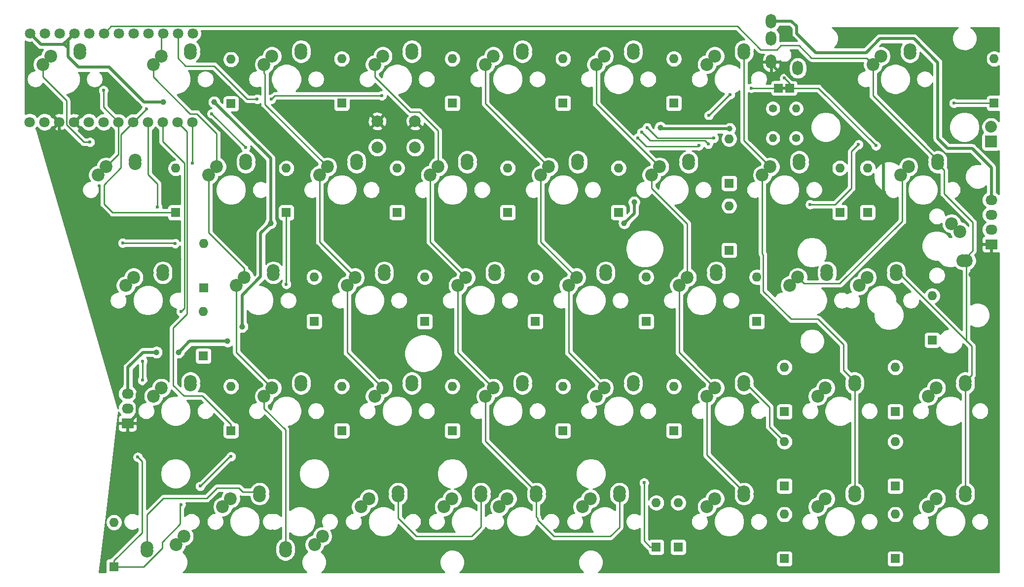
<source format=gbl>
G04 #@! TF.GenerationSoftware,KiCad,Pcbnew,(5.1.6)-1*
G04 #@! TF.CreationDate,2020-06-17T00:03:13+01:00*
G04 #@! TF.ProjectId,Mint60,4d696e74-3630-42e6-9b69-6361645f7063,rev?*
G04 #@! TF.SameCoordinates,Original*
G04 #@! TF.FileFunction,Copper,L2,Bot*
G04 #@! TF.FilePolarity,Positive*
%FSLAX46Y46*%
G04 Gerber Fmt 4.6, Leading zero omitted, Abs format (unit mm)*
G04 Created by KiCad (PCBNEW (5.1.6)-1) date 2020-06-17 00:03:13*
%MOMM*%
%LPD*%
G01*
G04 APERTURE LIST*
G04 #@! TA.AperFunction,ComponentPad*
%ADD10C,2.200000*%
G04 #@! TD*
G04 #@! TA.AperFunction,ComponentPad*
%ADD11R,2.032000X1.727200*%
G04 #@! TD*
G04 #@! TA.AperFunction,ComponentPad*
%ADD12O,2.032000X1.727200*%
G04 #@! TD*
G04 #@! TA.AperFunction,ComponentPad*
%ADD13R,1.600000X1.600000*%
G04 #@! TD*
G04 #@! TA.AperFunction,ComponentPad*
%ADD14O,1.600000X1.600000*%
G04 #@! TD*
G04 #@! TA.AperFunction,ComponentPad*
%ADD15C,1.800000*%
G04 #@! TD*
G04 #@! TA.AperFunction,ComponentPad*
%ADD16C,1.400000*%
G04 #@! TD*
G04 #@! TA.AperFunction,ComponentPad*
%ADD17O,1.400000X1.400000*%
G04 #@! TD*
G04 #@! TA.AperFunction,ComponentPad*
%ADD18R,2.032000X2.032000*%
G04 #@! TD*
G04 #@! TA.AperFunction,ComponentPad*
%ADD19O,2.032000X2.032000*%
G04 #@! TD*
G04 #@! TA.AperFunction,ComponentPad*
%ADD20O,1.800000X2.500000*%
G04 #@! TD*
G04 #@! TA.AperFunction,ComponentPad*
%ADD21C,2.000000*%
G04 #@! TD*
G04 #@! TA.AperFunction,SMDPad,CuDef*
%ADD22R,1.524000X1.524000*%
G04 #@! TD*
G04 #@! TA.AperFunction,Conductor*
%ADD23R,1.000000X0.500000*%
G04 #@! TD*
G04 #@! TA.AperFunction,ViaPad*
%ADD24C,0.600000*%
G04 #@! TD*
G04 #@! TA.AperFunction,ViaPad*
%ADD25C,1.000000*%
G04 #@! TD*
G04 #@! TA.AperFunction,Conductor*
%ADD26C,0.250000*%
G04 #@! TD*
G04 #@! TA.AperFunction,Conductor*
%ADD27C,0.500000*%
G04 #@! TD*
G04 #@! TA.AperFunction,Conductor*
%ADD28C,0.254000*%
G04 #@! TD*
G04 APERTURE END LIST*
D10*
X203595000Y-61040000D03*
X204730000Y-66040000D03*
X202190000Y-59690000D03*
X204095000Y-66040000D03*
X180790000Y-67770000D03*
X174440000Y-70310000D03*
X175790000Y-68905000D03*
X180790000Y-68405000D03*
X52540000Y-30430000D03*
X47540000Y-30930000D03*
X46190000Y-32335000D03*
X52540000Y-29795000D03*
X195040000Y-30430000D03*
X188690000Y-32335000D03*
X195040000Y-29795000D03*
X190040000Y-30930000D03*
D11*
X60750000Y-94000000D03*
D12*
X60750000Y-91460000D03*
X60750000Y-88920000D03*
D13*
X73750000Y-82420000D03*
D14*
X73750000Y-74800000D03*
D10*
X71540000Y-87430000D03*
X66540000Y-87930000D03*
X65190000Y-89335000D03*
X71540000Y-86795000D03*
D13*
X198850000Y-79700000D03*
D14*
X198850000Y-72080000D03*
D10*
X147540000Y-30430000D03*
X142540000Y-30930000D03*
X141190000Y-32335000D03*
X147540000Y-29795000D03*
X199790000Y-49430000D03*
X194790000Y-49930000D03*
X193440000Y-51335000D03*
X199790000Y-48795000D03*
X185540000Y-87430000D03*
X180540000Y-87930000D03*
X179190000Y-89335000D03*
X185540000Y-86795000D03*
X157040000Y-49430000D03*
X152040000Y-49930000D03*
X150690000Y-51335000D03*
X157040000Y-48795000D03*
D15*
X71940000Y-27030000D03*
X69400000Y-27030000D03*
X66860000Y-27030000D03*
X64320000Y-27030000D03*
X61780000Y-27030000D03*
X59240000Y-27030000D03*
X56700000Y-27030000D03*
X54160000Y-27000000D03*
X51620000Y-27000000D03*
X49080000Y-27000000D03*
X46540000Y-27000000D03*
X44000000Y-27000000D03*
X43940000Y-42240000D03*
X46480000Y-42240000D03*
X49020000Y-42240000D03*
X51560000Y-42240000D03*
X54100000Y-42240000D03*
X56640000Y-42270000D03*
X59180000Y-42270000D03*
X61720000Y-42270000D03*
X64260000Y-42270000D03*
X66800000Y-42270000D03*
X69340000Y-42270000D03*
X71880000Y-42270000D03*
D13*
X69000000Y-57800000D03*
D14*
X69000000Y-50180000D03*
D13*
X78500000Y-39100000D03*
D14*
X78500000Y-31480000D03*
D13*
X97500000Y-39000000D03*
D14*
X97500000Y-31380000D03*
D13*
X116500000Y-39000000D03*
D14*
X116500000Y-31380000D03*
D13*
X135500000Y-39000000D03*
D14*
X135500000Y-31380000D03*
D13*
X154500000Y-39000000D03*
D14*
X154500000Y-31380000D03*
D13*
X164000000Y-52750000D03*
D14*
X164000000Y-45130000D03*
D13*
X209500000Y-39000000D03*
D14*
X209500000Y-31380000D03*
D13*
X73800000Y-70700000D03*
D14*
X73800000Y-63080000D03*
D13*
X88000000Y-57800000D03*
D14*
X88000000Y-50180000D03*
D13*
X107000000Y-57750000D03*
D14*
X107000000Y-50130000D03*
D13*
X126000000Y-57750000D03*
D14*
X126000000Y-50130000D03*
D13*
X145000000Y-57750000D03*
D14*
X145000000Y-50130000D03*
D13*
X164000000Y-64250000D03*
D14*
X164000000Y-56630000D03*
D13*
X183000000Y-57750000D03*
D14*
X183000000Y-50130000D03*
D13*
X187750000Y-57750000D03*
D14*
X187750000Y-50130000D03*
D13*
X92750000Y-76500000D03*
D14*
X92750000Y-68880000D03*
D13*
X111750000Y-76500000D03*
D14*
X111750000Y-68880000D03*
D13*
X130750000Y-76500000D03*
D14*
X130750000Y-68880000D03*
D13*
X149750000Y-76500000D03*
D14*
X149750000Y-68880000D03*
D13*
X168750000Y-76500000D03*
D14*
X168750000Y-68880000D03*
D13*
X78500000Y-95250000D03*
D14*
X78500000Y-87630000D03*
D13*
X97500000Y-95250000D03*
D14*
X97500000Y-87630000D03*
D13*
X116500000Y-95250000D03*
D14*
X116500000Y-87630000D03*
D13*
X135500000Y-95250000D03*
D14*
X135500000Y-87630000D03*
D13*
X154500000Y-95250000D03*
D14*
X154500000Y-87630000D03*
D13*
X173500000Y-104750000D03*
D14*
X173500000Y-97130000D03*
D11*
X209000000Y-63250000D03*
D12*
X209000000Y-60710000D03*
X209000000Y-58170000D03*
X209000000Y-55630000D03*
D16*
X171500000Y-39920000D03*
D17*
X171500000Y-45000000D03*
D16*
X175500000Y-45000000D03*
D17*
X175500000Y-39920000D03*
D10*
X71540000Y-30430000D03*
X66540000Y-30930000D03*
X65190000Y-32335000D03*
X71540000Y-29795000D03*
X90540000Y-30430000D03*
X85540000Y-30930000D03*
X84190000Y-32335000D03*
X90540000Y-29795000D03*
X109540000Y-30430000D03*
X104540000Y-30930000D03*
X103190000Y-32335000D03*
X109540000Y-29795000D03*
X128540000Y-30430000D03*
X123540000Y-30930000D03*
X122190000Y-32335000D03*
X128540000Y-29795000D03*
X166540000Y-30430000D03*
X161540000Y-30930000D03*
X160190000Y-32335000D03*
X166540000Y-29795000D03*
X62040000Y-49430000D03*
X57040000Y-49930000D03*
X55690000Y-51335000D03*
X62040000Y-48795000D03*
X81040000Y-49430000D03*
X76040000Y-49930000D03*
X74690000Y-51335000D03*
X81040000Y-48795000D03*
X100040000Y-49430000D03*
X95040000Y-49930000D03*
X93690000Y-51335000D03*
X100040000Y-48795000D03*
X119040000Y-49430000D03*
X114040000Y-49930000D03*
X112690000Y-51335000D03*
X119040000Y-48795000D03*
X138040000Y-49430000D03*
X133040000Y-49930000D03*
X131690000Y-51335000D03*
X138040000Y-48795000D03*
X176040000Y-49430000D03*
X171040000Y-49930000D03*
X169690000Y-51335000D03*
X176040000Y-48795000D03*
X66790000Y-68430000D03*
X61790000Y-68930000D03*
X60440000Y-70335000D03*
X66790000Y-67795000D03*
X85790000Y-68430000D03*
X80790000Y-68930000D03*
X79440000Y-70335000D03*
X85790000Y-67795000D03*
X123790000Y-68430000D03*
X118790000Y-68930000D03*
X117440000Y-70335000D03*
X123790000Y-67795000D03*
X142790000Y-68430000D03*
X137790000Y-68930000D03*
X136440000Y-70335000D03*
X142790000Y-67795000D03*
X161790000Y-68430000D03*
X156790000Y-68930000D03*
X155440000Y-70335000D03*
X161790000Y-67795000D03*
X90540000Y-87430000D03*
X85540000Y-87930000D03*
X84190000Y-89335000D03*
X90540000Y-86795000D03*
X109540000Y-87430000D03*
X104540000Y-87930000D03*
X103190000Y-89335000D03*
X109540000Y-86795000D03*
X128540000Y-87430000D03*
X123540000Y-87930000D03*
X122190000Y-89335000D03*
X128540000Y-86795000D03*
X147540000Y-87430000D03*
X142540000Y-87930000D03*
X141190000Y-89335000D03*
X147540000Y-86795000D03*
D13*
X173500000Y-92000000D03*
D14*
X173500000Y-84380000D03*
D13*
X192500000Y-92000000D03*
D14*
X192500000Y-84380000D03*
D13*
X173500000Y-117250000D03*
D14*
X173500000Y-109630000D03*
D13*
X192500000Y-117250000D03*
D14*
X192500000Y-109630000D03*
D13*
X192500000Y-104750000D03*
D14*
X192500000Y-97130000D03*
D13*
X58400000Y-118620000D03*
D14*
X58400000Y-111000000D03*
D13*
X151500000Y-115250000D03*
D14*
X151500000Y-107630000D03*
D13*
X155250000Y-115250000D03*
D14*
X155250000Y-107630000D03*
D10*
X104790000Y-68430000D03*
X99790000Y-68930000D03*
X98440000Y-70335000D03*
X104790000Y-67795000D03*
X166540000Y-87430000D03*
X161540000Y-87930000D03*
X160190000Y-89335000D03*
X166540000Y-86795000D03*
X204540000Y-87430000D03*
X199540000Y-87930000D03*
X198190000Y-89335000D03*
X204540000Y-86795000D03*
X166540000Y-106430000D03*
X161540000Y-106930000D03*
X160190000Y-108335000D03*
X166540000Y-105795000D03*
X185540000Y-106430000D03*
X180540000Y-106930000D03*
X179190000Y-108335000D03*
X185540000Y-105795000D03*
X204540000Y-106430000D03*
X199540000Y-106930000D03*
X198190000Y-108335000D03*
X204540000Y-105795000D03*
X87835000Y-115320000D03*
X92835000Y-114820000D03*
X94185000Y-113415000D03*
X87835000Y-115955000D03*
D18*
X208950000Y-45600000D03*
D19*
X208950000Y-43060000D03*
D20*
X175800000Y-33000000D03*
X171200000Y-31900000D03*
X171200000Y-24900000D03*
X171200000Y-27900000D03*
D10*
X64085000Y-115320000D03*
X69085000Y-114820000D03*
X70435000Y-113415000D03*
X64085000Y-115955000D03*
X121415000Y-106430000D03*
X116415000Y-106930000D03*
X115065000Y-108335000D03*
X121415000Y-105795000D03*
X145165000Y-106430000D03*
X140165000Y-106930000D03*
X138815000Y-108335000D03*
X145165000Y-105795000D03*
D21*
X103600000Y-42100000D03*
X103600000Y-46600000D03*
X110100000Y-42100000D03*
X110100000Y-46600000D03*
D10*
X107165000Y-106430000D03*
X102165000Y-106930000D03*
X100815000Y-108335000D03*
X107165000Y-105795000D03*
X192665000Y-68430000D03*
X186315000Y-70335000D03*
X192665000Y-67795000D03*
X187665000Y-68930000D03*
X83415000Y-106430000D03*
X77065000Y-108335000D03*
X83415000Y-105795000D03*
X78415000Y-106930000D03*
X130915000Y-106430000D03*
X124565000Y-108335000D03*
X130915000Y-105795000D03*
X125915000Y-106930000D03*
D22*
X172495000Y-36400000D03*
X174400000Y-36400000D03*
D23*
X173384000Y-36400000D03*
D24*
X186200000Y-46100000D03*
X202600000Y-39000000D03*
X177900000Y-56400000D03*
X64000000Y-40000000D03*
X54300000Y-45700000D03*
X65874999Y-56825001D03*
X88000000Y-70100000D03*
X68900000Y-63100000D03*
X59900000Y-63000000D03*
X69900000Y-74800000D03*
X149400000Y-104200000D03*
X78500000Y-99700000D03*
X73200000Y-104800000D03*
X69900000Y-108000000D03*
X62500000Y-99800000D03*
X63300000Y-86600000D03*
X63300000Y-83300000D03*
X71880000Y-49320000D03*
D25*
X77400000Y-29000000D03*
X81000000Y-30500000D03*
X87500000Y-28900000D03*
X100100000Y-30900000D03*
X106600000Y-29000000D03*
X112300000Y-32500000D03*
X113800000Y-40300000D03*
X173900000Y-26500000D03*
X185600000Y-26900000D03*
X196900000Y-26800000D03*
X201500000Y-29600000D03*
X206900000Y-32800000D03*
X204300000Y-34000000D03*
X201100000Y-41100000D03*
X192000000Y-43400000D03*
X183000000Y-34600000D03*
X164100000Y-31400000D03*
X157000000Y-28800000D03*
X153200000Y-35500000D03*
X148600000Y-40900000D03*
X140100000Y-41700000D03*
X133500000Y-46400000D03*
X124700000Y-54300000D03*
X120000000Y-62100000D03*
X110600000Y-62600000D03*
X101300000Y-56700000D03*
X90200000Y-55500000D03*
X88900000Y-52200000D03*
X82800000Y-57900000D03*
X77700000Y-60200000D03*
X67800000Y-55400000D03*
X68700000Y-54000000D03*
X64100000Y-60100000D03*
X53100000Y-60100000D03*
X49900000Y-47900000D03*
X162800000Y-42100000D03*
X153200000Y-42100000D03*
X100500000Y-65700000D03*
X69500000Y-65800000D03*
X190500000Y-57500000D03*
X205555000Y-68450000D03*
X80400000Y-77400000D03*
X77900000Y-79900000D03*
X69500000Y-81800000D03*
X65700000Y-81800000D03*
X85300000Y-59600000D03*
X75600000Y-38800000D03*
X66900000Y-38800000D03*
X146000000Y-59600000D03*
X147700000Y-56000000D03*
X152200000Y-43200000D03*
X164100000Y-43400000D03*
D24*
X160400000Y-46000000D03*
X149000000Y-44000000D03*
X149900000Y-43200000D03*
X161400000Y-45000000D03*
X167800000Y-36400000D03*
X164200000Y-37500000D03*
X160500000Y-41100000D03*
X158800000Y-46300000D03*
X148343148Y-44981726D03*
X56600000Y-36800000D03*
X104400000Y-37700000D03*
X83000000Y-38300000D03*
X85400000Y-38300000D03*
X81000000Y-46600000D03*
X75200000Y-40800000D03*
X75200000Y-40800000D03*
X189200000Y-46300000D03*
X173500000Y-34700000D03*
D26*
X185000000Y-47300000D02*
X186200000Y-46100000D01*
X202600000Y-39000000D02*
X209500000Y-39000000D01*
X185000000Y-53600000D02*
X185000000Y-47300000D01*
X182200000Y-56400000D02*
X185000000Y-53600000D01*
X178324264Y-56400000D02*
X182200000Y-56400000D01*
X177900000Y-56400000D02*
X178324264Y-56400000D01*
X56700000Y-53000000D02*
X56700000Y-56300000D01*
X58200000Y-57800000D02*
X67950000Y-57800000D01*
X56700000Y-56300000D02*
X58200000Y-57800000D01*
X67950000Y-57800000D02*
X69000000Y-57800000D01*
X56700000Y-53000000D02*
X59630010Y-50069990D01*
X59630010Y-50069990D02*
X59630010Y-44359990D01*
X59630010Y-44359990D02*
X61720000Y-42270000D01*
X64000000Y-40000000D02*
X61730000Y-42270000D01*
X61730000Y-42270000D02*
X61720000Y-42270000D01*
X50245001Y-38561003D02*
X50245001Y-42738003D01*
X50245001Y-42738003D02*
X53206998Y-45700000D01*
X53206998Y-45700000D02*
X54300000Y-45700000D01*
X46190000Y-32335000D02*
X46190000Y-34506002D01*
X46190000Y-34506002D02*
X50245001Y-38561003D01*
X47540000Y-30930000D02*
X47540000Y-30985000D01*
X47540000Y-30985000D02*
X46190000Y-32335000D01*
X64260000Y-51260000D02*
X65874999Y-52874999D01*
X65874999Y-52874999D02*
X65874999Y-56825001D01*
X64260000Y-42270000D02*
X64260000Y-51260000D01*
X88000000Y-70100000D02*
X88000000Y-57800000D01*
X59900000Y-63000000D02*
X68800000Y-63000000D01*
X68800000Y-63000000D02*
X68900000Y-63100000D01*
X70505001Y-72205001D02*
X70505001Y-74194999D01*
X70505001Y-74194999D02*
X69900000Y-74800000D01*
X66800000Y-42270000D02*
X66800000Y-45600000D01*
X70505001Y-49305001D02*
X70505001Y-72205001D01*
X66800000Y-45600000D02*
X70505001Y-49305001D01*
X176889999Y-70004999D02*
X182995001Y-70004999D01*
X175790000Y-68905000D02*
X176889999Y-70004999D01*
X193735001Y-52716001D02*
X193735001Y-51335000D01*
X182995001Y-70004999D02*
X193735001Y-59264999D01*
X193735001Y-59264999D02*
X193735001Y-52716001D01*
X174440000Y-70255000D02*
X175790000Y-68905000D01*
X174440000Y-70310000D02*
X174440000Y-70255000D01*
X78500000Y-95250000D02*
X78500000Y-94200000D01*
X68600000Y-77600000D02*
X70955011Y-75244989D01*
X78500000Y-94200000D02*
X73600000Y-89300000D01*
X73600000Y-89300000D02*
X70400000Y-89300000D01*
X70400000Y-89300000D02*
X68600000Y-87500000D01*
X68600000Y-87500000D02*
X68600000Y-77600000D01*
X70955011Y-43885011D02*
X69340000Y-42270000D01*
X70955011Y-75244989D02*
X70955011Y-43885011D01*
X203540000Y-61040000D02*
X202190000Y-59690000D01*
X203595000Y-61040000D02*
X203540000Y-61040000D01*
X149400000Y-104200000D02*
X149400000Y-114200000D01*
X149400000Y-114200000D02*
X150450000Y-115250000D01*
X150450000Y-115250000D02*
X151500000Y-115250000D01*
X73200000Y-104800000D02*
X78300000Y-99700000D01*
X78300000Y-99700000D02*
X78500000Y-99700000D01*
X69800000Y-111300000D02*
X69800000Y-108100000D01*
X69800000Y-108100000D02*
X69900000Y-108000000D01*
X66700000Y-114400000D02*
X69800000Y-111300000D01*
X66700000Y-115449002D02*
X66700000Y-114400000D01*
X58400000Y-118620000D02*
X63529002Y-118620000D01*
X63529002Y-118620000D02*
X66700000Y-115449002D01*
X63200000Y-112770000D02*
X63200000Y-100500000D01*
X63200000Y-100500000D02*
X62500000Y-99800000D01*
X58400000Y-118620000D02*
X58400000Y-117570000D01*
X58400000Y-117570000D02*
X63200000Y-112770000D01*
X63300000Y-86600000D02*
X63300000Y-83300000D01*
X71880000Y-42270000D02*
X71880000Y-49320000D01*
X170945000Y-91200000D02*
X170945000Y-94575000D01*
X170945000Y-94575000D02*
X173500000Y-97130000D01*
X166540000Y-86795000D02*
X170945000Y-91200000D01*
D27*
X87500000Y-28900000D02*
X82600000Y-28900000D01*
X82600000Y-28900000D02*
X81000000Y-30500000D01*
X106600000Y-29000000D02*
X102000000Y-29000000D01*
X102000000Y-29000000D02*
X100100000Y-30900000D01*
X113800000Y-40300000D02*
X113800000Y-34000000D01*
X113800000Y-34000000D02*
X112300000Y-32500000D01*
X196900000Y-26800000D02*
X185700000Y-26800000D01*
X185700000Y-26800000D02*
X185600000Y-26900000D01*
X204200000Y-30100000D02*
X202000000Y-30100000D01*
X202000000Y-30100000D02*
X201500000Y-29600000D01*
X206900000Y-32800000D02*
X204200000Y-30100000D01*
X201100000Y-41100000D02*
X201100000Y-37200000D01*
X201100000Y-37200000D02*
X204300000Y-34000000D01*
X183000000Y-34600000D02*
X191800000Y-43400000D01*
X191800000Y-43400000D02*
X192000000Y-43400000D01*
X162500001Y-28300001D02*
X164100000Y-29900000D01*
X164100000Y-29900000D02*
X164100000Y-31400000D01*
X157000000Y-28800000D02*
X157499999Y-28300001D01*
X157499999Y-28300001D02*
X162500001Y-28300001D01*
X148600000Y-40900000D02*
X148600000Y-40100000D01*
X148600000Y-40100000D02*
X153200000Y-35500000D01*
X133500000Y-46400000D02*
X135400000Y-46400000D01*
X135400000Y-46400000D02*
X140100000Y-41700000D01*
X120000000Y-62100000D02*
X120000000Y-59000000D01*
X120000000Y-59000000D02*
X124700000Y-54300000D01*
X105000000Y-60400000D02*
X108400000Y-60400000D01*
X108400000Y-60400000D02*
X110600000Y-62600000D01*
X101300000Y-56700000D02*
X105000000Y-60400000D01*
X88900000Y-52200000D02*
X88900000Y-54200000D01*
X88900000Y-54200000D02*
X90200000Y-55500000D01*
X77700000Y-60200000D02*
X80000000Y-57900000D01*
X80000000Y-57900000D02*
X82800000Y-57900000D01*
X68700000Y-54000000D02*
X68700000Y-54500000D01*
X68700000Y-54500000D02*
X67800000Y-55400000D01*
X53100000Y-60100000D02*
X64100000Y-60100000D01*
X49020000Y-42240000D02*
X49020000Y-47020000D01*
X49020000Y-47020000D02*
X49900000Y-47900000D01*
X67400000Y-70800000D02*
X69500000Y-68700000D01*
X69500000Y-68700000D02*
X69500000Y-65800000D01*
X67400000Y-83900000D02*
X67400000Y-70800000D01*
X62400000Y-88900000D02*
X67400000Y-83900000D01*
X62400000Y-92502400D02*
X62400000Y-88900000D01*
X60750000Y-94000000D02*
X60902400Y-94000000D01*
X60902400Y-94000000D02*
X62400000Y-92502400D01*
X49020000Y-42240000D02*
X49020000Y-43512792D01*
X49020000Y-43512792D02*
X52600000Y-47092792D01*
X52600000Y-47092792D02*
X52600000Y-55100000D01*
X52600000Y-55100000D02*
X55000000Y-57500000D01*
X55000000Y-57500000D02*
X55000000Y-63400000D01*
X55000000Y-63400000D02*
X55500000Y-63900000D01*
X55500000Y-63900000D02*
X57400000Y-65800000D01*
X174950000Y-35000000D02*
X173600000Y-33650000D01*
X172600000Y-33650000D02*
X171200000Y-32250000D01*
X173600000Y-33650000D02*
X172600000Y-33650000D01*
X171200000Y-32250000D02*
X171200000Y-31900000D01*
X153200000Y-42100000D02*
X162800000Y-42100000D01*
X105400000Y-60800000D02*
X105400000Y-43900000D01*
X105400000Y-43900000D02*
X103600000Y-42100000D01*
X100500000Y-65700000D02*
X105400000Y-60800000D01*
X57400000Y-65800000D02*
X69500000Y-65800000D01*
X60597600Y-94000000D02*
X60750000Y-94000000D01*
X179300000Y-35000000D02*
X190500000Y-46200000D01*
X190500000Y-46200000D02*
X190500000Y-57500000D01*
X174950000Y-35000000D02*
X179300000Y-35000000D01*
X209000000Y-65005000D02*
X209000000Y-63250000D01*
X205555000Y-68450000D02*
X209000000Y-65005000D01*
X80400000Y-77400000D02*
X80400000Y-72000000D01*
X80400000Y-72000000D02*
X83600000Y-68800000D01*
X83600000Y-68800000D02*
X83600000Y-61300000D01*
X83600000Y-61300000D02*
X85300000Y-59600000D01*
X69999999Y-81300001D02*
X71400000Y-79900000D01*
X71400000Y-79900000D02*
X77900000Y-79900000D01*
X69500000Y-81800000D02*
X69999999Y-81300001D01*
X50500000Y-28120000D02*
X50500000Y-29500000D01*
X50500000Y-29500000D02*
X50500000Y-31000000D01*
X49720000Y-28900000D02*
X49900000Y-28900000D01*
X49900000Y-28900000D02*
X50500000Y-29500000D01*
X50500000Y-31000000D02*
X52300000Y-32800000D01*
X51620000Y-27000000D02*
X50500000Y-28120000D01*
X45900000Y-28900000D02*
X49720000Y-28900000D01*
X49720000Y-28900000D02*
X51620000Y-27000000D01*
X44000000Y-27000000D02*
X45900000Y-28900000D01*
X63400000Y-81800000D02*
X65700000Y-81800000D01*
X60800000Y-84400000D02*
X63400000Y-81800000D01*
X60800000Y-87506400D02*
X60800000Y-84400000D01*
X60750000Y-88920000D02*
X60750000Y-87556400D01*
X60750000Y-87556400D02*
X60800000Y-87506400D01*
X75600000Y-38800000D02*
X85300000Y-48500000D01*
X85300000Y-48500000D02*
X85300000Y-49789998D01*
X85300000Y-49789998D02*
X85300000Y-59600000D01*
X57600000Y-32800000D02*
X63600000Y-38800000D01*
X63600000Y-38800000D02*
X66900000Y-38800000D01*
X52300000Y-32800000D02*
X57600000Y-32800000D01*
X147700000Y-56000000D02*
X147700000Y-57900000D01*
X147700000Y-57900000D02*
X146000000Y-59600000D01*
X164100000Y-43400000D02*
X152400000Y-43400000D01*
X152400000Y-43400000D02*
X152200000Y-43200000D01*
X205708200Y-46758200D02*
X209000000Y-50050000D01*
X199800000Y-45066400D02*
X201491800Y-46758200D01*
X195700000Y-27900000D02*
X199800000Y-32000000D01*
X189900000Y-27900000D02*
X195700000Y-27900000D01*
X174700000Y-24900000D02*
X175600000Y-25800000D01*
X209000000Y-50050000D02*
X209000000Y-55630000D01*
X201491800Y-46758200D02*
X205708200Y-46758200D01*
X171200000Y-24900000D02*
X174700000Y-24900000D01*
X175600000Y-25800000D02*
X175600000Y-27000000D01*
X199800000Y-32000000D02*
X199800000Y-45066400D01*
X175600000Y-27000000D02*
X178900000Y-30300000D01*
X178900000Y-30300000D02*
X187500000Y-30300000D01*
X187500000Y-30300000D02*
X189900000Y-27900000D01*
D26*
X149000000Y-44000000D02*
X150450010Y-45450010D01*
X150450010Y-45450010D02*
X159850010Y-45450010D01*
X159850010Y-45450010D02*
X160400000Y-46000000D01*
X151700000Y-45000000D02*
X152778998Y-45000000D01*
X149900000Y-43200000D02*
X151700000Y-45000000D01*
X152778998Y-45000000D02*
X161400000Y-45000000D01*
X167800000Y-36400000D02*
X172495000Y-36400000D01*
X160500000Y-41100000D02*
X164100000Y-37500000D01*
X164100000Y-37500000D02*
X164200000Y-37500000D01*
X149761422Y-46400000D02*
X158700000Y-46400000D01*
X158700000Y-46400000D02*
X158800000Y-46300000D01*
X148343148Y-44981726D02*
X149761422Y-46400000D01*
X64085000Y-115955000D02*
X64085000Y-109715000D01*
X64085000Y-109715000D02*
X66900000Y-106900000D01*
X66900000Y-106900000D02*
X74300000Y-106900000D01*
X74300000Y-106900000D02*
X76100000Y-105100000D01*
X76100000Y-105100000D02*
X79800000Y-105100000D01*
X79800000Y-105100000D02*
X80495000Y-105795000D01*
X80495000Y-105795000D02*
X83415000Y-105795000D01*
X56600000Y-36800000D02*
X56600000Y-39690000D01*
X56600000Y-39690000D02*
X59180000Y-42270000D01*
X59180000Y-42270000D02*
X59180000Y-47790000D01*
X59180000Y-47790000D02*
X57040000Y-49930000D01*
X110300000Y-113400000D02*
X119791002Y-113400000D01*
X119791002Y-113400000D02*
X121415000Y-111776002D01*
X121415000Y-111776002D02*
X121415000Y-107985634D01*
X121415000Y-107985634D02*
X121415000Y-106430000D01*
X107165000Y-110265000D02*
X110300000Y-113400000D01*
X107165000Y-105795000D02*
X107165000Y-110265000D01*
X80790000Y-68930000D02*
X80790000Y-67374366D01*
X80790000Y-67374366D02*
X74690000Y-61274366D01*
X74690000Y-61274366D02*
X74690000Y-52890634D01*
X74690000Y-52890634D02*
X74690000Y-51335000D01*
X66540000Y-30930000D02*
X66540000Y-27350000D01*
X66540000Y-27350000D02*
X66860000Y-27030000D01*
X84190000Y-89335000D02*
X84190000Y-91506002D01*
X84190000Y-91506002D02*
X87835000Y-95151002D01*
X87835000Y-95151002D02*
X87835000Y-114399366D01*
X87835000Y-114399366D02*
X87835000Y-115955000D01*
X85540000Y-87930000D02*
X85540000Y-87985000D01*
X85540000Y-87985000D02*
X84190000Y-89335000D01*
X79440000Y-70335000D02*
X79440000Y-81830000D01*
X79440000Y-81830000D02*
X85540000Y-87930000D01*
X80790000Y-68930000D02*
X80790000Y-68985000D01*
X80790000Y-68985000D02*
X79440000Y-70335000D01*
X76040000Y-49930000D02*
X76040000Y-49985000D01*
X76040000Y-49985000D02*
X74690000Y-51335000D01*
X72600000Y-40800000D02*
X76040000Y-44240000D01*
X76040000Y-44240000D02*
X76040000Y-49930000D01*
X71483998Y-40800000D02*
X72600000Y-40800000D01*
X65190000Y-32335000D02*
X65190000Y-34506002D01*
X65190000Y-34506002D02*
X71483998Y-40800000D01*
X66540000Y-30930000D02*
X66540000Y-30985000D01*
X66540000Y-30985000D02*
X65190000Y-32335000D01*
X104540000Y-87930000D02*
X104540000Y-87985000D01*
X104540000Y-87985000D02*
X103190000Y-89335000D01*
X98440000Y-70335000D02*
X98440000Y-81830000D01*
X98440000Y-81830000D02*
X104540000Y-87930000D01*
X99790000Y-68930000D02*
X99790000Y-68985000D01*
X99790000Y-68985000D02*
X98440000Y-70335000D01*
X93690000Y-51335000D02*
X93690000Y-62830000D01*
X93690000Y-62830000D02*
X99790000Y-68930000D01*
X95040000Y-49930000D02*
X95040000Y-49985000D01*
X95040000Y-49985000D02*
X93690000Y-51335000D01*
X84299366Y-34000000D02*
X84299366Y-39189366D01*
X84299366Y-39189366D02*
X95040000Y-49930000D01*
X84190000Y-32335000D02*
X84190000Y-33890634D01*
X84190000Y-33890634D02*
X84299366Y-34000000D01*
X85540000Y-30930000D02*
X85540000Y-30985000D01*
X85540000Y-30985000D02*
X84190000Y-32335000D01*
X143600000Y-113400000D02*
X145165000Y-111835000D01*
X145165000Y-111835000D02*
X145165000Y-105795000D01*
X133900000Y-113400000D02*
X143600000Y-113400000D01*
X131100000Y-110600000D02*
X133900000Y-113400000D01*
X131100000Y-110259002D02*
X131100000Y-110600000D01*
X130915000Y-105795000D02*
X130915000Y-110074002D01*
X130915000Y-110074002D02*
X131100000Y-110259002D01*
X122190000Y-89335000D02*
X122190000Y-97070000D01*
X122190000Y-97070000D02*
X130915000Y-105795000D01*
X123540000Y-87930000D02*
X123540000Y-87985000D01*
X123540000Y-87985000D02*
X122190000Y-89335000D01*
X117440000Y-70335000D02*
X117440000Y-81830000D01*
X117440000Y-81830000D02*
X123540000Y-87930000D01*
X118790000Y-68930000D02*
X118790000Y-68985000D01*
X118790000Y-68985000D02*
X117440000Y-70335000D01*
X112690000Y-51335000D02*
X112690000Y-62830000D01*
X112690000Y-62830000D02*
X118790000Y-68930000D01*
X114040000Y-49930000D02*
X114040000Y-49985000D01*
X114040000Y-49985000D02*
X112690000Y-51335000D01*
X110800000Y-40500000D02*
X114040000Y-43740000D01*
X114040000Y-43740000D02*
X114040000Y-49930000D01*
X109183998Y-40500000D02*
X110800000Y-40500000D01*
X103190000Y-32335000D02*
X103190000Y-34506002D01*
X103190000Y-34506002D02*
X109183998Y-40500000D01*
X104540000Y-30930000D02*
X104540000Y-30985000D01*
X104540000Y-30985000D02*
X103190000Y-32335000D01*
X100600001Y-37725001D02*
X104374999Y-37725001D01*
X104374999Y-37725001D02*
X104400000Y-37700000D01*
X70700000Y-32600000D02*
X69400000Y-31300000D01*
X69400000Y-31300000D02*
X69400000Y-27030000D01*
X75600000Y-32600000D02*
X70700000Y-32600000D01*
X81300000Y-38300000D02*
X75600000Y-32600000D01*
X83000000Y-38300000D02*
X81300000Y-38300000D01*
X100600001Y-37725001D02*
X85974999Y-37725001D01*
X85974999Y-37725001D02*
X85400000Y-38300000D01*
X142540000Y-87930000D02*
X142540000Y-87985000D01*
X142540000Y-87985000D02*
X141190000Y-89335000D01*
X136440000Y-70335000D02*
X136440000Y-81830000D01*
X136440000Y-81830000D02*
X142540000Y-87930000D01*
X137790000Y-68930000D02*
X137790000Y-68985000D01*
X137790000Y-68985000D02*
X136440000Y-70335000D01*
X131690000Y-51335000D02*
X131690000Y-62830000D01*
X131690000Y-62830000D02*
X137790000Y-68930000D01*
X133040000Y-49930000D02*
X133040000Y-49985000D01*
X133040000Y-49985000D02*
X131690000Y-51335000D01*
X122190000Y-32335000D02*
X122190000Y-39080000D01*
X122190000Y-39080000D02*
X133040000Y-49930000D01*
X123540000Y-30930000D02*
X123540000Y-30985000D01*
X123540000Y-30985000D02*
X122190000Y-32335000D01*
X150690000Y-51335000D02*
X150690000Y-53600000D01*
X156790000Y-68930000D02*
X156790000Y-59700000D01*
X156790000Y-59700000D02*
X150690000Y-53600000D01*
X160190000Y-89335000D02*
X160190000Y-99445000D01*
X160190000Y-99445000D02*
X166540000Y-105795000D01*
X161540000Y-87930000D02*
X161540000Y-87985000D01*
X161540000Y-87985000D02*
X160190000Y-89335000D01*
X155440000Y-70335000D02*
X155440000Y-81830000D01*
X155440000Y-81830000D02*
X161540000Y-87930000D01*
X156790000Y-68930000D02*
X156790000Y-68985000D01*
X156790000Y-68985000D02*
X155440000Y-70335000D01*
X152040000Y-49930000D02*
X152040000Y-49985000D01*
X152040000Y-49985000D02*
X150690000Y-51335000D01*
X141190000Y-32335000D02*
X141190000Y-39080000D01*
X141190000Y-39080000D02*
X152040000Y-49930000D01*
X142540000Y-30930000D02*
X142540000Y-30985000D01*
X142540000Y-30985000D02*
X141190000Y-32335000D01*
X75200000Y-40800000D02*
X81000000Y-46600000D01*
X169690000Y-51335000D02*
X169690000Y-53506002D01*
X185540000Y-86795000D02*
X185540000Y-105795000D01*
X183600000Y-84855000D02*
X185540000Y-86795000D01*
X171040000Y-49930000D02*
X171040000Y-49985000D01*
X171040000Y-49985000D02*
X169690000Y-51335000D01*
X166540000Y-29795000D02*
X166540000Y-45430000D01*
X166540000Y-45430000D02*
X171040000Y-49930000D01*
X169690000Y-51335000D02*
X169690000Y-64860000D01*
X169875001Y-71294003D02*
X174680998Y-76100000D01*
X169690000Y-64860000D02*
X169875001Y-65045001D01*
X169875001Y-65045001D02*
X169875001Y-71294003D01*
X179250000Y-76100000D02*
X183600000Y-80450000D01*
X174680998Y-76100000D02*
X179250000Y-76100000D01*
X183600000Y-80450000D02*
X183600000Y-84855000D01*
X56700000Y-27030000D02*
X57930000Y-25800000D01*
X165400000Y-25800000D02*
X169400000Y-29800000D01*
X57930000Y-25800000D02*
X165400000Y-25800000D01*
X176000000Y-29100000D02*
X178135001Y-31235001D01*
X169400000Y-29800000D02*
X172200000Y-29800000D01*
X172200000Y-29800000D02*
X172900000Y-29100000D01*
X178135001Y-31235001D02*
X187590001Y-31235001D01*
X172900000Y-29100000D02*
X176000000Y-29100000D01*
X187590001Y-31235001D02*
X188690000Y-32335000D01*
X204540000Y-86795000D02*
X204540000Y-105795000D01*
X188690000Y-32335000D02*
X188690000Y-37695000D01*
X188690000Y-37695000D02*
X199790000Y-48795000D01*
X188690000Y-32335000D02*
X188690000Y-32280000D01*
X188690000Y-32280000D02*
X190040000Y-30930000D01*
X205639999Y-85695001D02*
X204540000Y-86795000D01*
X205639999Y-80739999D02*
X205639999Y-85695001D01*
X196930000Y-72030000D02*
X205639999Y-80739999D01*
X196900000Y-72030000D02*
X196930000Y-72030000D01*
X192665000Y-67795000D02*
X196900000Y-72030000D01*
X204730000Y-79830000D02*
X205639999Y-80739999D01*
X204730000Y-66040000D02*
X204730000Y-79830000D01*
X200889999Y-50529999D02*
X200889999Y-54539999D01*
X199790000Y-49430000D02*
X200889999Y-50529999D01*
X205194999Y-64940001D02*
X204095000Y-66040000D01*
X205829999Y-64305001D02*
X205194999Y-64940001D01*
X205829999Y-59479999D02*
X205829999Y-64305001D01*
X200889999Y-54539999D02*
X205829999Y-59479999D01*
X179300000Y-36400000D02*
X189200000Y-46300000D01*
X177600000Y-36400000D02*
X179300000Y-36400000D01*
X173500000Y-34700000D02*
X174400000Y-35600000D01*
X174400000Y-35600000D02*
X174400000Y-36400000D01*
X174400000Y-36400000D02*
X177600000Y-36400000D01*
D28*
G36*
X54133368Y-33721525D02*
G01*
X53926525Y-33928368D01*
X53764010Y-34171589D01*
X53652068Y-34441842D01*
X53595000Y-34728740D01*
X53595000Y-35021260D01*
X53652068Y-35308158D01*
X53764010Y-35578411D01*
X53926525Y-35821632D01*
X54133368Y-36028475D01*
X54376589Y-36190990D01*
X54646842Y-36302932D01*
X54933740Y-36360000D01*
X55226260Y-36360000D01*
X55513158Y-36302932D01*
X55783411Y-36190990D01*
X56026632Y-36028475D01*
X56233475Y-35821632D01*
X56395990Y-35578411D01*
X56507932Y-35308158D01*
X56565000Y-35021260D01*
X56565000Y-34728740D01*
X56507932Y-34441842D01*
X56395990Y-34171589D01*
X56233475Y-33928368D01*
X56026632Y-33721525D01*
X55971968Y-33685000D01*
X57233422Y-33685000D01*
X62943470Y-39395049D01*
X62971183Y-39428817D01*
X63004951Y-39456530D01*
X63004953Y-39456532D01*
X63009178Y-39459999D01*
X63105941Y-39539411D01*
X63165549Y-39571272D01*
X63100932Y-39727271D01*
X63076847Y-39848351D01*
X62152199Y-40773000D01*
X62062223Y-40773000D01*
X61871184Y-40735000D01*
X61568816Y-40735000D01*
X61377776Y-40773000D01*
X59522224Y-40773000D01*
X59331184Y-40735000D01*
X59028816Y-40735000D01*
X58837778Y-40773000D01*
X58757801Y-40773000D01*
X57360000Y-39375199D01*
X57360000Y-37345535D01*
X57428586Y-37242889D01*
X57499068Y-37072729D01*
X57535000Y-36892089D01*
X57535000Y-36707911D01*
X57499068Y-36527271D01*
X57428586Y-36357111D01*
X57326262Y-36203972D01*
X57196028Y-36073738D01*
X57042889Y-35971414D01*
X56872729Y-35900932D01*
X56692089Y-35865000D01*
X56507911Y-35865000D01*
X56327271Y-35900932D01*
X56157111Y-35971414D01*
X56003972Y-36073738D01*
X55873738Y-36203972D01*
X55771414Y-36357111D01*
X55700932Y-36527271D01*
X55665000Y-36707911D01*
X55665000Y-36892089D01*
X55700932Y-37072729D01*
X55771414Y-37242889D01*
X55840000Y-37345536D01*
X55840001Y-39652668D01*
X55836324Y-39690000D01*
X55850998Y-39838985D01*
X55894454Y-39982246D01*
X55965026Y-40114276D01*
X56006676Y-40165026D01*
X56060000Y-40230001D01*
X56088998Y-40253799D01*
X56570199Y-40735000D01*
X56488816Y-40735000D01*
X56297776Y-40773000D01*
X54569497Y-40773000D01*
X54547743Y-40763989D01*
X54251184Y-40705000D01*
X53948816Y-40705000D01*
X53652257Y-40763989D01*
X53630503Y-40773000D01*
X52730707Y-40773000D01*
X52934678Y-33685000D01*
X54188032Y-33685000D01*
X54133368Y-33721525D01*
G37*
X54133368Y-33721525D02*
X53926525Y-33928368D01*
X53764010Y-34171589D01*
X53652068Y-34441842D01*
X53595000Y-34728740D01*
X53595000Y-35021260D01*
X53652068Y-35308158D01*
X53764010Y-35578411D01*
X53926525Y-35821632D01*
X54133368Y-36028475D01*
X54376589Y-36190990D01*
X54646842Y-36302932D01*
X54933740Y-36360000D01*
X55226260Y-36360000D01*
X55513158Y-36302932D01*
X55783411Y-36190990D01*
X56026632Y-36028475D01*
X56233475Y-35821632D01*
X56395990Y-35578411D01*
X56507932Y-35308158D01*
X56565000Y-35021260D01*
X56565000Y-34728740D01*
X56507932Y-34441842D01*
X56395990Y-34171589D01*
X56233475Y-33928368D01*
X56026632Y-33721525D01*
X55971968Y-33685000D01*
X57233422Y-33685000D01*
X62943470Y-39395049D01*
X62971183Y-39428817D01*
X63004951Y-39456530D01*
X63004953Y-39456532D01*
X63009178Y-39459999D01*
X63105941Y-39539411D01*
X63165549Y-39571272D01*
X63100932Y-39727271D01*
X63076847Y-39848351D01*
X62152199Y-40773000D01*
X62062223Y-40773000D01*
X61871184Y-40735000D01*
X61568816Y-40735000D01*
X61377776Y-40773000D01*
X59522224Y-40773000D01*
X59331184Y-40735000D01*
X59028816Y-40735000D01*
X58837778Y-40773000D01*
X58757801Y-40773000D01*
X57360000Y-39375199D01*
X57360000Y-37345535D01*
X57428586Y-37242889D01*
X57499068Y-37072729D01*
X57535000Y-36892089D01*
X57535000Y-36707911D01*
X57499068Y-36527271D01*
X57428586Y-36357111D01*
X57326262Y-36203972D01*
X57196028Y-36073738D01*
X57042889Y-35971414D01*
X56872729Y-35900932D01*
X56692089Y-35865000D01*
X56507911Y-35865000D01*
X56327271Y-35900932D01*
X56157111Y-35971414D01*
X56003972Y-36073738D01*
X55873738Y-36203972D01*
X55771414Y-36357111D01*
X55700932Y-36527271D01*
X55665000Y-36707911D01*
X55665000Y-36892089D01*
X55700932Y-37072729D01*
X55771414Y-37242889D01*
X55840000Y-37345536D01*
X55840001Y-39652668D01*
X55836324Y-39690000D01*
X55850998Y-39838985D01*
X55894454Y-39982246D01*
X55965026Y-40114276D01*
X56006676Y-40165026D01*
X56060000Y-40230001D01*
X56088998Y-40253799D01*
X56570199Y-40735000D01*
X56488816Y-40735000D01*
X56297776Y-40773000D01*
X54569497Y-40773000D01*
X54547743Y-40763989D01*
X54251184Y-40705000D01*
X53948816Y-40705000D01*
X53652257Y-40763989D01*
X53630503Y-40773000D01*
X52730707Y-40773000D01*
X52934678Y-33685000D01*
X54188032Y-33685000D01*
X54133368Y-33721525D01*
G36*
X78375648Y-36450450D02*
G01*
X78347691Y-37661928D01*
X77700000Y-37661928D01*
X77575518Y-37674188D01*
X77455820Y-37710498D01*
X77345506Y-37769463D01*
X77248815Y-37848815D01*
X77169463Y-37945506D01*
X77110498Y-38055820D01*
X77074188Y-38175518D01*
X77061928Y-38300000D01*
X77061928Y-39010350D01*
X76733811Y-38682233D01*
X76691383Y-38468933D01*
X76605824Y-38262376D01*
X76481612Y-38076480D01*
X76323520Y-37918388D01*
X76137624Y-37794176D01*
X75931067Y-37708617D01*
X75711788Y-37665000D01*
X75488212Y-37665000D01*
X75268933Y-37708617D01*
X75062376Y-37794176D01*
X74876480Y-37918388D01*
X74718388Y-38076480D01*
X74594176Y-38262376D01*
X74508617Y-38468933D01*
X74465000Y-38688212D01*
X74465000Y-38911788D01*
X74508617Y-39131067D01*
X74594176Y-39337624D01*
X74718388Y-39523520D01*
X74876480Y-39681612D01*
X75062376Y-39805824D01*
X75205239Y-39865000D01*
X75107911Y-39865000D01*
X74927271Y-39900932D01*
X74757111Y-39971414D01*
X74603972Y-40073738D01*
X74473738Y-40203972D01*
X74371414Y-40357111D01*
X74300932Y-40527271D01*
X74265000Y-40707911D01*
X74265000Y-40773000D01*
X73647801Y-40773000D01*
X73163804Y-40289003D01*
X73140001Y-40259999D01*
X73024276Y-40165026D01*
X72892247Y-40094454D01*
X72748986Y-40050997D01*
X72637333Y-40040000D01*
X72637322Y-40040000D01*
X72600000Y-40036324D01*
X72562678Y-40040000D01*
X71798800Y-40040000D01*
X69267261Y-37508461D01*
X69768601Y-37408739D01*
X70248141Y-37210107D01*
X70679715Y-36921738D01*
X71046738Y-36554715D01*
X71335107Y-36123141D01*
X71533739Y-35643601D01*
X71635000Y-35134525D01*
X71635000Y-34728740D01*
X72595000Y-34728740D01*
X72595000Y-35021260D01*
X72652068Y-35308158D01*
X72764010Y-35578411D01*
X72926525Y-35821632D01*
X73133368Y-36028475D01*
X73376589Y-36190990D01*
X73646842Y-36302932D01*
X73933740Y-36360000D01*
X74226260Y-36360000D01*
X74513158Y-36302932D01*
X74783411Y-36190990D01*
X75026632Y-36028475D01*
X75233475Y-35821632D01*
X75395990Y-35578411D01*
X75507932Y-35308158D01*
X75565000Y-35021260D01*
X75565000Y-34728740D01*
X75507932Y-34441842D01*
X75395990Y-34171589D01*
X75233475Y-33928368D01*
X75026632Y-33721525D01*
X74783411Y-33559010D01*
X74513158Y-33447068D01*
X74226260Y-33390000D01*
X73933740Y-33390000D01*
X73646842Y-33447068D01*
X73376589Y-33559010D01*
X73133368Y-33721525D01*
X72926525Y-33928368D01*
X72764010Y-34171589D01*
X72652068Y-34441842D01*
X72595000Y-34728740D01*
X71635000Y-34728740D01*
X71635000Y-34615475D01*
X71533739Y-34106399D01*
X71335107Y-33626859D01*
X71156797Y-33360000D01*
X75285199Y-33360000D01*
X78375648Y-36450450D01*
G37*
X78375648Y-36450450D02*
X78347691Y-37661928D01*
X77700000Y-37661928D01*
X77575518Y-37674188D01*
X77455820Y-37710498D01*
X77345506Y-37769463D01*
X77248815Y-37848815D01*
X77169463Y-37945506D01*
X77110498Y-38055820D01*
X77074188Y-38175518D01*
X77061928Y-38300000D01*
X77061928Y-39010350D01*
X76733811Y-38682233D01*
X76691383Y-38468933D01*
X76605824Y-38262376D01*
X76481612Y-38076480D01*
X76323520Y-37918388D01*
X76137624Y-37794176D01*
X75931067Y-37708617D01*
X75711788Y-37665000D01*
X75488212Y-37665000D01*
X75268933Y-37708617D01*
X75062376Y-37794176D01*
X74876480Y-37918388D01*
X74718388Y-38076480D01*
X74594176Y-38262376D01*
X74508617Y-38468933D01*
X74465000Y-38688212D01*
X74465000Y-38911788D01*
X74508617Y-39131067D01*
X74594176Y-39337624D01*
X74718388Y-39523520D01*
X74876480Y-39681612D01*
X75062376Y-39805824D01*
X75205239Y-39865000D01*
X75107911Y-39865000D01*
X74927271Y-39900932D01*
X74757111Y-39971414D01*
X74603972Y-40073738D01*
X74473738Y-40203972D01*
X74371414Y-40357111D01*
X74300932Y-40527271D01*
X74265000Y-40707911D01*
X74265000Y-40773000D01*
X73647801Y-40773000D01*
X73163804Y-40289003D01*
X73140001Y-40259999D01*
X73024276Y-40165026D01*
X72892247Y-40094454D01*
X72748986Y-40050997D01*
X72637333Y-40040000D01*
X72637322Y-40040000D01*
X72600000Y-40036324D01*
X72562678Y-40040000D01*
X71798800Y-40040000D01*
X69267261Y-37508461D01*
X69768601Y-37408739D01*
X70248141Y-37210107D01*
X70679715Y-36921738D01*
X71046738Y-36554715D01*
X71335107Y-36123141D01*
X71533739Y-35643601D01*
X71635000Y-35134525D01*
X71635000Y-34728740D01*
X72595000Y-34728740D01*
X72595000Y-35021260D01*
X72652068Y-35308158D01*
X72764010Y-35578411D01*
X72926525Y-35821632D01*
X73133368Y-36028475D01*
X73376589Y-36190990D01*
X73646842Y-36302932D01*
X73933740Y-36360000D01*
X74226260Y-36360000D01*
X74513158Y-36302932D01*
X74783411Y-36190990D01*
X75026632Y-36028475D01*
X75233475Y-35821632D01*
X75395990Y-35578411D01*
X75507932Y-35308158D01*
X75565000Y-35021260D01*
X75565000Y-34728740D01*
X75507932Y-34441842D01*
X75395990Y-34171589D01*
X75233475Y-33928368D01*
X75026632Y-33721525D01*
X74783411Y-33559010D01*
X74513158Y-33447068D01*
X74226260Y-33390000D01*
X73933740Y-33390000D01*
X73646842Y-33447068D01*
X73376589Y-33559010D01*
X73133368Y-33721525D01*
X72926525Y-33928368D01*
X72764010Y-34171589D01*
X72652068Y-34441842D01*
X72595000Y-34728740D01*
X71635000Y-34728740D01*
X71635000Y-34615475D01*
X71533739Y-34106399D01*
X71335107Y-33626859D01*
X71156797Y-33360000D01*
X75285199Y-33360000D01*
X78375648Y-36450450D01*
G36*
X78570059Y-28025992D02*
G01*
X78523466Y-30045000D01*
X78358665Y-30045000D01*
X78081426Y-30100147D01*
X77820273Y-30208320D01*
X77585241Y-30365363D01*
X77385363Y-30565241D01*
X77228320Y-30800273D01*
X77120147Y-31061426D01*
X77065000Y-31338665D01*
X77065000Y-31621335D01*
X77120147Y-31898574D01*
X77228320Y-32159727D01*
X77385363Y-32394759D01*
X77585241Y-32594637D01*
X77820273Y-32751680D01*
X78081426Y-32859853D01*
X78358665Y-32915000D01*
X78457236Y-32915000D01*
X78424136Y-34349334D01*
X76163804Y-32089003D01*
X76140001Y-32059999D01*
X76024276Y-31965026D01*
X75892247Y-31894454D01*
X75748986Y-31850997D01*
X75637333Y-31840000D01*
X75637322Y-31840000D01*
X75600000Y-31836324D01*
X75562678Y-31840000D01*
X72552704Y-31840000D01*
X72645998Y-31777663D01*
X72887663Y-31535998D01*
X73077537Y-31251831D01*
X73208325Y-30936081D01*
X73275000Y-30600883D01*
X73275000Y-30259117D01*
X73245836Y-30112500D01*
X73275000Y-29965883D01*
X73275000Y-29624117D01*
X73208325Y-29288919D01*
X73077537Y-28973169D01*
X72887663Y-28689002D01*
X72645998Y-28447337D01*
X72601375Y-28417521D01*
X72667095Y-28390299D01*
X72918505Y-28222312D01*
X73132312Y-28008505D01*
X73148817Y-27983803D01*
X78570059Y-28025992D01*
G37*
X78570059Y-28025992D02*
X78523466Y-30045000D01*
X78358665Y-30045000D01*
X78081426Y-30100147D01*
X77820273Y-30208320D01*
X77585241Y-30365363D01*
X77385363Y-30565241D01*
X77228320Y-30800273D01*
X77120147Y-31061426D01*
X77065000Y-31338665D01*
X77065000Y-31621335D01*
X77120147Y-31898574D01*
X77228320Y-32159727D01*
X77385363Y-32394759D01*
X77585241Y-32594637D01*
X77820273Y-32751680D01*
X78081426Y-32859853D01*
X78358665Y-32915000D01*
X78457236Y-32915000D01*
X78424136Y-34349334D01*
X76163804Y-32089003D01*
X76140001Y-32059999D01*
X76024276Y-31965026D01*
X75892247Y-31894454D01*
X75748986Y-31850997D01*
X75637333Y-31840000D01*
X75637322Y-31840000D01*
X75600000Y-31836324D01*
X75562678Y-31840000D01*
X72552704Y-31840000D01*
X72645998Y-31777663D01*
X72887663Y-31535998D01*
X73077537Y-31251831D01*
X73208325Y-30936081D01*
X73275000Y-30600883D01*
X73275000Y-30259117D01*
X73245836Y-30112500D01*
X73275000Y-29965883D01*
X73275000Y-29624117D01*
X73208325Y-29288919D01*
X73077537Y-28973169D01*
X72887663Y-28689002D01*
X72645998Y-28447337D01*
X72601375Y-28417521D01*
X72667095Y-28390299D01*
X72918505Y-28222312D01*
X73132312Y-28008505D01*
X73148817Y-27983803D01*
X78570059Y-28025992D01*
G36*
X166585199Y-28060000D02*
G01*
X166369117Y-28060000D01*
X166033919Y-28126675D01*
X165718169Y-28257463D01*
X165434002Y-28447337D01*
X165192337Y-28689002D01*
X165002463Y-28973169D01*
X164871675Y-29288919D01*
X164805000Y-29624117D01*
X164805000Y-29965883D01*
X164834164Y-30112500D01*
X164805000Y-30259117D01*
X164805000Y-30600883D01*
X164871675Y-30936081D01*
X165002463Y-31251831D01*
X165192337Y-31535998D01*
X165434002Y-31777663D01*
X165718169Y-31967537D01*
X165780000Y-31993148D01*
X165780000Y-32928547D01*
X165679715Y-32828262D01*
X165248141Y-32539893D01*
X164768601Y-32341261D01*
X164259525Y-32240000D01*
X163740475Y-32240000D01*
X163231399Y-32341261D01*
X162751859Y-32539893D01*
X162320285Y-32828262D01*
X161953262Y-33195285D01*
X161664893Y-33626859D01*
X161466261Y-34106399D01*
X161365000Y-34615475D01*
X161365000Y-35134525D01*
X161466261Y-35643601D01*
X161664893Y-36123141D01*
X161953262Y-36554715D01*
X162320285Y-36921738D01*
X162751859Y-37210107D01*
X163150124Y-37375074D01*
X160348352Y-40176847D01*
X160227271Y-40200932D01*
X160057111Y-40271414D01*
X159903972Y-40373738D01*
X159773738Y-40503972D01*
X159671414Y-40657111D01*
X159600932Y-40827271D01*
X159565000Y-41007911D01*
X159565000Y-41192089D01*
X159600932Y-41372729D01*
X159671414Y-41542889D01*
X159773738Y-41696028D01*
X159903972Y-41826262D01*
X160057111Y-41928586D01*
X160227271Y-41999068D01*
X160407911Y-42035000D01*
X160592089Y-42035000D01*
X160772729Y-41999068D01*
X160942889Y-41928586D01*
X161096028Y-41826262D01*
X161226262Y-41696028D01*
X161328586Y-41542889D01*
X161399068Y-41372729D01*
X161423153Y-41251648D01*
X164239802Y-38435000D01*
X164292089Y-38435000D01*
X164472729Y-38399068D01*
X164642889Y-38328586D01*
X164796028Y-38226262D01*
X164926262Y-38096028D01*
X165028586Y-37942889D01*
X165099068Y-37772729D01*
X165135000Y-37592089D01*
X165135000Y-37407911D01*
X165107261Y-37268461D01*
X165248141Y-37210107D01*
X165679715Y-36921738D01*
X165780000Y-36821453D01*
X165780001Y-45392667D01*
X165776324Y-45430000D01*
X165780001Y-45467333D01*
X165790998Y-45578986D01*
X165799772Y-45607911D01*
X165834454Y-45722246D01*
X165905026Y-45854276D01*
X165972598Y-45936612D01*
X166000000Y-45970001D01*
X166028998Y-45993799D01*
X169397286Y-49362088D01*
X169371675Y-49423919D01*
X169329133Y-49637790D01*
X169183919Y-49666675D01*
X168868169Y-49797463D01*
X168584002Y-49987337D01*
X168342337Y-50229002D01*
X168152463Y-50513169D01*
X168021675Y-50828919D01*
X167955000Y-51164117D01*
X167955000Y-51505883D01*
X168021675Y-51841081D01*
X168152463Y-52156831D01*
X168308261Y-52390000D01*
X168273740Y-52390000D01*
X167986842Y-52447068D01*
X167716589Y-52559010D01*
X167473368Y-52721525D01*
X167266525Y-52928368D01*
X167104010Y-53171589D01*
X166992068Y-53441842D01*
X166935000Y-53728740D01*
X166935000Y-54021260D01*
X166992068Y-54308158D01*
X167104010Y-54578411D01*
X167266525Y-54821632D01*
X167473368Y-55028475D01*
X167716589Y-55190990D01*
X167986842Y-55302932D01*
X168273740Y-55360000D01*
X168566260Y-55360000D01*
X168853158Y-55302932D01*
X168930000Y-55271103D01*
X168930001Y-64822668D01*
X168926324Y-64860000D01*
X168930001Y-64897333D01*
X168934204Y-64940001D01*
X168940998Y-65008985D01*
X168984454Y-65152246D01*
X169055026Y-65284276D01*
X169098499Y-65337247D01*
X169115001Y-65357355D01*
X169115001Y-67489491D01*
X168891335Y-67445000D01*
X168608665Y-67445000D01*
X168331426Y-67500147D01*
X168070273Y-67608320D01*
X167835241Y-67765363D01*
X167635363Y-67965241D01*
X167478320Y-68200273D01*
X167370147Y-68461426D01*
X167315000Y-68738665D01*
X167315000Y-69021335D01*
X167370147Y-69298574D01*
X167478320Y-69559727D01*
X167635363Y-69794759D01*
X167835241Y-69994637D01*
X168070273Y-70151680D01*
X168331426Y-70259853D01*
X168608665Y-70315000D01*
X168891335Y-70315000D01*
X169115002Y-70270509D01*
X169115002Y-71256671D01*
X169111325Y-71294003D01*
X169115002Y-71331336D01*
X169125999Y-71442989D01*
X169129945Y-71455998D01*
X169169455Y-71586249D01*
X169240027Y-71718279D01*
X169261284Y-71744180D01*
X169335001Y-71834004D01*
X169363999Y-71857802D01*
X174117198Y-76611002D01*
X174140997Y-76640001D01*
X174169995Y-76663799D01*
X174256721Y-76734974D01*
X174335196Y-76776920D01*
X174388751Y-76805546D01*
X174532012Y-76849003D01*
X174643665Y-76860000D01*
X174643674Y-76860000D01*
X174680997Y-76863676D01*
X174718320Y-76860000D01*
X178935199Y-76860000D01*
X182840000Y-80764802D01*
X182840001Y-84817668D01*
X182836324Y-84855000D01*
X182850998Y-85003985D01*
X182894454Y-85147246D01*
X182965026Y-85279276D01*
X183036201Y-85366002D01*
X183060000Y-85395001D01*
X183088998Y-85418799D01*
X183897286Y-86227088D01*
X183871675Y-86288919D01*
X183805000Y-86624117D01*
X183805000Y-86965883D01*
X183834164Y-87112500D01*
X183805000Y-87259117D01*
X183805000Y-87600883D01*
X183871675Y-87936081D01*
X184002463Y-88251831D01*
X184192337Y-88535998D01*
X184434002Y-88777663D01*
X184718169Y-88967537D01*
X184780000Y-88993148D01*
X184780000Y-89928547D01*
X184679715Y-89828262D01*
X184248141Y-89539893D01*
X183768601Y-89341261D01*
X183259525Y-89240000D01*
X182740475Y-89240000D01*
X182231399Y-89341261D01*
X181751859Y-89539893D01*
X181320285Y-89828262D01*
X180953262Y-90195285D01*
X180664893Y-90626859D01*
X180466261Y-91106399D01*
X180365000Y-91615475D01*
X180365000Y-92134525D01*
X180466261Y-92643601D01*
X180664893Y-93123141D01*
X180953262Y-93554715D01*
X181320285Y-93921738D01*
X181751859Y-94210107D01*
X182231399Y-94408739D01*
X182740475Y-94510000D01*
X183259525Y-94510000D01*
X183768601Y-94408739D01*
X184248141Y-94210107D01*
X184679715Y-93921738D01*
X184780000Y-93821453D01*
X184780001Y-104231851D01*
X184718169Y-104257463D01*
X184434002Y-104447337D01*
X184192337Y-104689002D01*
X184002463Y-104973169D01*
X183871675Y-105288919D01*
X183805000Y-105624117D01*
X183805000Y-105965883D01*
X183834164Y-106112500D01*
X183805000Y-106259117D01*
X183805000Y-106600883D01*
X183871675Y-106936081D01*
X184002463Y-107251831D01*
X184192337Y-107535998D01*
X184434002Y-107777663D01*
X184718169Y-107967537D01*
X185033919Y-108098325D01*
X185369117Y-108165000D01*
X185710883Y-108165000D01*
X186046081Y-108098325D01*
X186361831Y-107967537D01*
X186645998Y-107777663D01*
X186887663Y-107535998D01*
X187077537Y-107251831D01*
X187208325Y-106936081D01*
X187275000Y-106600883D01*
X187275000Y-106259117D01*
X187245836Y-106112500D01*
X187275000Y-105965883D01*
X187275000Y-105624117D01*
X187208325Y-105288919D01*
X187077537Y-104973169D01*
X186887663Y-104689002D01*
X186645998Y-104447337D01*
X186361831Y-104257463D01*
X186300000Y-104231852D01*
X186300000Y-103950000D01*
X191061928Y-103950000D01*
X191061928Y-105550000D01*
X191074188Y-105674482D01*
X191110498Y-105794180D01*
X191169463Y-105904494D01*
X191248815Y-106001185D01*
X191345506Y-106080537D01*
X191455820Y-106139502D01*
X191575518Y-106175812D01*
X191700000Y-106188072D01*
X193300000Y-106188072D01*
X193424482Y-106175812D01*
X193544180Y-106139502D01*
X193654494Y-106080537D01*
X193751185Y-106001185D01*
X193830537Y-105904494D01*
X193889502Y-105794180D01*
X193925812Y-105674482D01*
X193938072Y-105550000D01*
X193938072Y-103950000D01*
X193925812Y-103825518D01*
X193889502Y-103705820D01*
X193830537Y-103595506D01*
X193751185Y-103498815D01*
X193654494Y-103419463D01*
X193544180Y-103360498D01*
X193424482Y-103324188D01*
X193300000Y-103311928D01*
X191700000Y-103311928D01*
X191575518Y-103324188D01*
X191455820Y-103360498D01*
X191345506Y-103419463D01*
X191248815Y-103498815D01*
X191169463Y-103595506D01*
X191110498Y-103705820D01*
X191074188Y-103825518D01*
X191061928Y-103950000D01*
X186300000Y-103950000D01*
X186300000Y-96988665D01*
X191065000Y-96988665D01*
X191065000Y-97271335D01*
X191120147Y-97548574D01*
X191228320Y-97809727D01*
X191385363Y-98044759D01*
X191585241Y-98244637D01*
X191820273Y-98401680D01*
X192081426Y-98509853D01*
X192358665Y-98565000D01*
X192641335Y-98565000D01*
X192918574Y-98509853D01*
X193179727Y-98401680D01*
X193414759Y-98244637D01*
X193614637Y-98044759D01*
X193771680Y-97809727D01*
X193879853Y-97548574D01*
X193935000Y-97271335D01*
X193935000Y-96988665D01*
X193879853Y-96711426D01*
X193771680Y-96450273D01*
X193614637Y-96215241D01*
X193414759Y-96015363D01*
X193179727Y-95858320D01*
X192918574Y-95750147D01*
X192641335Y-95695000D01*
X192358665Y-95695000D01*
X192081426Y-95750147D01*
X191820273Y-95858320D01*
X191585241Y-96015363D01*
X191385363Y-96215241D01*
X191228320Y-96450273D01*
X191120147Y-96711426D01*
X191065000Y-96988665D01*
X186300000Y-96988665D01*
X186300000Y-91728740D01*
X186595000Y-91728740D01*
X186595000Y-92021260D01*
X186652068Y-92308158D01*
X186764010Y-92578411D01*
X186926525Y-92821632D01*
X187133368Y-93028475D01*
X187376589Y-93190990D01*
X187646842Y-93302932D01*
X187933740Y-93360000D01*
X188226260Y-93360000D01*
X188513158Y-93302932D01*
X188783411Y-93190990D01*
X189026632Y-93028475D01*
X189233475Y-92821632D01*
X189395990Y-92578411D01*
X189507932Y-92308158D01*
X189565000Y-92021260D01*
X189565000Y-91728740D01*
X189507932Y-91441842D01*
X189407759Y-91200000D01*
X191061928Y-91200000D01*
X191061928Y-92800000D01*
X191074188Y-92924482D01*
X191110498Y-93044180D01*
X191169463Y-93154494D01*
X191248815Y-93251185D01*
X191345506Y-93330537D01*
X191455820Y-93389502D01*
X191575518Y-93425812D01*
X191700000Y-93438072D01*
X193300000Y-93438072D01*
X193424482Y-93425812D01*
X193544180Y-93389502D01*
X193654494Y-93330537D01*
X193751185Y-93251185D01*
X193830537Y-93154494D01*
X193889502Y-93044180D01*
X193925812Y-92924482D01*
X193938072Y-92800000D01*
X193938072Y-91728740D01*
X195435000Y-91728740D01*
X195435000Y-92021260D01*
X195492068Y-92308158D01*
X195604010Y-92578411D01*
X195766525Y-92821632D01*
X195973368Y-93028475D01*
X196216589Y-93190990D01*
X196486842Y-93302932D01*
X196773740Y-93360000D01*
X197066260Y-93360000D01*
X197353158Y-93302932D01*
X197623411Y-93190990D01*
X197866632Y-93028475D01*
X198073475Y-92821632D01*
X198235990Y-92578411D01*
X198347932Y-92308158D01*
X198405000Y-92021260D01*
X198405000Y-91728740D01*
X198347932Y-91441842D01*
X198235990Y-91171589D01*
X198168110Y-91070000D01*
X198360883Y-91070000D01*
X198696081Y-91003325D01*
X199011831Y-90872537D01*
X199295998Y-90682663D01*
X199537663Y-90440998D01*
X199727537Y-90156831D01*
X199858325Y-89841081D01*
X199900867Y-89627210D01*
X200046081Y-89598325D01*
X200361831Y-89467537D01*
X200645998Y-89277663D01*
X200887663Y-89035998D01*
X201077537Y-88751831D01*
X201208325Y-88436081D01*
X201275000Y-88100883D01*
X201275000Y-87759117D01*
X201208325Y-87423919D01*
X201077537Y-87108169D01*
X200887663Y-86824002D01*
X200645998Y-86582337D01*
X200361831Y-86392463D01*
X200046081Y-86261675D01*
X199710883Y-86195000D01*
X199369117Y-86195000D01*
X199033919Y-86261675D01*
X198718169Y-86392463D01*
X198434002Y-86582337D01*
X198192337Y-86824002D01*
X198002463Y-87108169D01*
X197871675Y-87423919D01*
X197829133Y-87637790D01*
X197683919Y-87666675D01*
X197368169Y-87797463D01*
X197084002Y-87987337D01*
X196842337Y-88229002D01*
X196652463Y-88513169D01*
X196521675Y-88828919D01*
X196455000Y-89164117D01*
X196455000Y-89505883D01*
X196521675Y-89841081D01*
X196652463Y-90156831D01*
X196808261Y-90390000D01*
X196773740Y-90390000D01*
X196486842Y-90447068D01*
X196216589Y-90559010D01*
X195973368Y-90721525D01*
X195766525Y-90928368D01*
X195604010Y-91171589D01*
X195492068Y-91441842D01*
X195435000Y-91728740D01*
X193938072Y-91728740D01*
X193938072Y-91200000D01*
X193925812Y-91075518D01*
X193889502Y-90955820D01*
X193830537Y-90845506D01*
X193751185Y-90748815D01*
X193654494Y-90669463D01*
X193544180Y-90610498D01*
X193424482Y-90574188D01*
X193300000Y-90561928D01*
X191700000Y-90561928D01*
X191575518Y-90574188D01*
X191455820Y-90610498D01*
X191345506Y-90669463D01*
X191248815Y-90748815D01*
X191169463Y-90845506D01*
X191110498Y-90955820D01*
X191074188Y-91075518D01*
X191061928Y-91200000D01*
X189407759Y-91200000D01*
X189395990Y-91171589D01*
X189233475Y-90928368D01*
X189026632Y-90721525D01*
X188783411Y-90559010D01*
X188513158Y-90447068D01*
X188226260Y-90390000D01*
X187933740Y-90390000D01*
X187646842Y-90447068D01*
X187376589Y-90559010D01*
X187133368Y-90721525D01*
X186926525Y-90928368D01*
X186764010Y-91171589D01*
X186652068Y-91441842D01*
X186595000Y-91728740D01*
X186300000Y-91728740D01*
X186300000Y-88993148D01*
X186361831Y-88967537D01*
X186645998Y-88777663D01*
X186887663Y-88535998D01*
X187077537Y-88251831D01*
X187208325Y-87936081D01*
X187275000Y-87600883D01*
X187275000Y-87259117D01*
X187245836Y-87112500D01*
X187275000Y-86965883D01*
X187275000Y-86624117D01*
X187208325Y-86288919D01*
X187077537Y-85973169D01*
X186887663Y-85689002D01*
X186645998Y-85447337D01*
X186361831Y-85257463D01*
X186046081Y-85126675D01*
X185710883Y-85060000D01*
X185369117Y-85060000D01*
X185033919Y-85126675D01*
X184972088Y-85152286D01*
X184360000Y-84540199D01*
X184360000Y-84238665D01*
X191065000Y-84238665D01*
X191065000Y-84521335D01*
X191120147Y-84798574D01*
X191228320Y-85059727D01*
X191385363Y-85294759D01*
X191585241Y-85494637D01*
X191820273Y-85651680D01*
X192081426Y-85759853D01*
X192358665Y-85815000D01*
X192641335Y-85815000D01*
X192918574Y-85759853D01*
X193179727Y-85651680D01*
X193414759Y-85494637D01*
X193614637Y-85294759D01*
X193771680Y-85059727D01*
X193879853Y-84798574D01*
X193935000Y-84521335D01*
X193935000Y-84238665D01*
X193879853Y-83961426D01*
X193771680Y-83700273D01*
X193614637Y-83465241D01*
X193414759Y-83265363D01*
X193179727Y-83108320D01*
X192918574Y-83000147D01*
X192641335Y-82945000D01*
X192358665Y-82945000D01*
X192081426Y-83000147D01*
X191820273Y-83108320D01*
X191585241Y-83265363D01*
X191385363Y-83465241D01*
X191228320Y-83700273D01*
X191120147Y-83961426D01*
X191065000Y-84238665D01*
X184360000Y-84238665D01*
X184360000Y-80487322D01*
X184363676Y-80450000D01*
X184360000Y-80412677D01*
X184360000Y-80412667D01*
X184349003Y-80301014D01*
X184305546Y-80157753D01*
X184234974Y-80025723D01*
X184163799Y-79938997D01*
X184140001Y-79909999D01*
X184111004Y-79886202D01*
X179813804Y-75589003D01*
X179790001Y-75559999D01*
X179674276Y-75465026D01*
X179542247Y-75394454D01*
X179398986Y-75350997D01*
X179287333Y-75340000D01*
X179287322Y-75340000D01*
X179250000Y-75336324D01*
X179212678Y-75340000D01*
X179124196Y-75340000D01*
X179498141Y-75185107D01*
X179929715Y-74896738D01*
X180296738Y-74529715D01*
X180585107Y-74098141D01*
X180783739Y-73618601D01*
X180885000Y-73109525D01*
X180885000Y-72703740D01*
X181845000Y-72703740D01*
X181845000Y-72996260D01*
X181902068Y-73283158D01*
X182014010Y-73553411D01*
X182176525Y-73796632D01*
X182383368Y-74003475D01*
X182626589Y-74165990D01*
X182896842Y-74277932D01*
X183183740Y-74335000D01*
X183476260Y-74335000D01*
X183763158Y-74277932D01*
X184033411Y-74165990D01*
X184168792Y-74075531D01*
X184341589Y-74190990D01*
X184611842Y-74302932D01*
X184898740Y-74360000D01*
X185191260Y-74360000D01*
X185478158Y-74302932D01*
X185748411Y-74190990D01*
X185991632Y-74028475D01*
X186198475Y-73821632D01*
X186360990Y-73578411D01*
X186472932Y-73308158D01*
X186530000Y-73021260D01*
X186530000Y-72728740D01*
X186507471Y-72615475D01*
X187490000Y-72615475D01*
X187490000Y-73134525D01*
X187591261Y-73643601D01*
X187789893Y-74123141D01*
X188078262Y-74554715D01*
X188445285Y-74921738D01*
X188775000Y-75142047D01*
X188775000Y-75659525D01*
X188876261Y-76168601D01*
X189074893Y-76648141D01*
X189363262Y-77079715D01*
X189730285Y-77446738D01*
X190161859Y-77735107D01*
X190641399Y-77933739D01*
X191150475Y-78035000D01*
X191669525Y-78035000D01*
X192178601Y-77933739D01*
X192658141Y-77735107D01*
X193089715Y-77446738D01*
X193456738Y-77079715D01*
X193745107Y-76648141D01*
X193943739Y-76168601D01*
X194045000Y-75659525D01*
X194045000Y-75140475D01*
X193943739Y-74631399D01*
X193745107Y-74151859D01*
X193456738Y-73720285D01*
X193089715Y-73353262D01*
X192760000Y-73132953D01*
X192760000Y-72615475D01*
X192658739Y-72106399D01*
X192460107Y-71626859D01*
X192171738Y-71195285D01*
X191804715Y-70828262D01*
X191373141Y-70539893D01*
X190893601Y-70341261D01*
X190384525Y-70240000D01*
X189865475Y-70240000D01*
X189356399Y-70341261D01*
X188876859Y-70539893D01*
X188445285Y-70828262D01*
X188078262Y-71195285D01*
X187789893Y-71626859D01*
X187591261Y-72106399D01*
X187490000Y-72615475D01*
X186507471Y-72615475D01*
X186472932Y-72441842D01*
X186360990Y-72171589D01*
X186293110Y-72070000D01*
X186485883Y-72070000D01*
X186821081Y-72003325D01*
X187136831Y-71872537D01*
X187420998Y-71682663D01*
X187662663Y-71440998D01*
X187852537Y-71156831D01*
X187983325Y-70841081D01*
X188025867Y-70627210D01*
X188171081Y-70598325D01*
X188486831Y-70467537D01*
X188770998Y-70277663D01*
X189012663Y-70035998D01*
X189202537Y-69751831D01*
X189333325Y-69436081D01*
X189400000Y-69100883D01*
X189400000Y-68759117D01*
X189333325Y-68423919D01*
X189202537Y-68108169D01*
X189012663Y-67824002D01*
X188770998Y-67582337D01*
X188486831Y-67392463D01*
X188171081Y-67261675D01*
X187835883Y-67195000D01*
X187494117Y-67195000D01*
X187158919Y-67261675D01*
X186843169Y-67392463D01*
X186559002Y-67582337D01*
X186317337Y-67824002D01*
X186127463Y-68108169D01*
X185996675Y-68423919D01*
X185954133Y-68637790D01*
X185808919Y-68666675D01*
X185493169Y-68797463D01*
X185209002Y-68987337D01*
X184967337Y-69229002D01*
X184777463Y-69513169D01*
X184646675Y-69828919D01*
X184580000Y-70164117D01*
X184580000Y-70505883D01*
X184646675Y-70841081D01*
X184777463Y-71156831D01*
X184933261Y-71390000D01*
X184898740Y-71390000D01*
X184611842Y-71447068D01*
X184341589Y-71559010D01*
X184206208Y-71649469D01*
X184033411Y-71534010D01*
X183763158Y-71422068D01*
X183476260Y-71365000D01*
X183183740Y-71365000D01*
X182896842Y-71422068D01*
X182626589Y-71534010D01*
X182383368Y-71696525D01*
X182176525Y-71903368D01*
X182014010Y-72146589D01*
X181902068Y-72416842D01*
X181845000Y-72703740D01*
X180885000Y-72703740D01*
X180885000Y-72590475D01*
X180783739Y-72081399D01*
X180585107Y-71601859D01*
X180296738Y-71170285D01*
X179929715Y-70803262D01*
X179872450Y-70764999D01*
X182957679Y-70764999D01*
X182995001Y-70768675D01*
X183032323Y-70764999D01*
X183032334Y-70764999D01*
X183143987Y-70754002D01*
X183287248Y-70710545D01*
X183419277Y-70639973D01*
X183535002Y-70545000D01*
X183558805Y-70515996D01*
X194246005Y-59828797D01*
X194275002Y-59805000D01*
X194369975Y-59689275D01*
X194440547Y-59557246D01*
X194484004Y-59413985D01*
X194495001Y-59302332D01*
X194495001Y-59302324D01*
X194498677Y-59264999D01*
X194495001Y-59227674D01*
X194495001Y-53615475D01*
X194615000Y-53615475D01*
X194615000Y-54134525D01*
X194716261Y-54643601D01*
X194914893Y-55123141D01*
X195203262Y-55554715D01*
X195570285Y-55921738D01*
X196001859Y-56210107D01*
X196481399Y-56408739D01*
X196990475Y-56510000D01*
X197509525Y-56510000D01*
X198018601Y-56408739D01*
X198498141Y-56210107D01*
X198929715Y-55921738D01*
X199296738Y-55554715D01*
X199585107Y-55123141D01*
X199783739Y-54643601D01*
X199885000Y-54134525D01*
X199885000Y-53615475D01*
X199783739Y-53106399D01*
X199585107Y-52626859D01*
X199296738Y-52195285D01*
X198929715Y-51828262D01*
X198498141Y-51539893D01*
X198018601Y-51341261D01*
X197509525Y-51240000D01*
X196990475Y-51240000D01*
X196481399Y-51341261D01*
X196001859Y-51539893D01*
X195570285Y-51828262D01*
X195203262Y-52195285D01*
X194914893Y-52626859D01*
X194716261Y-53106399D01*
X194615000Y-53615475D01*
X194495001Y-53615475D01*
X194495001Y-52716738D01*
X194545998Y-52682663D01*
X194787663Y-52440998D01*
X194977537Y-52156831D01*
X195108325Y-51841081D01*
X195150867Y-51627210D01*
X195296081Y-51598325D01*
X195611831Y-51467537D01*
X195895998Y-51277663D01*
X196137663Y-51035998D01*
X196327537Y-50751831D01*
X196458325Y-50436081D01*
X196525000Y-50100883D01*
X196525000Y-49759117D01*
X196458325Y-49423919D01*
X196327537Y-49108169D01*
X196137663Y-48824002D01*
X195895998Y-48582337D01*
X195611831Y-48392463D01*
X195296081Y-48261675D01*
X194960883Y-48195000D01*
X194619117Y-48195000D01*
X194283919Y-48261675D01*
X193968169Y-48392463D01*
X193684002Y-48582337D01*
X193442337Y-48824002D01*
X193252463Y-49108169D01*
X193121675Y-49423919D01*
X193094913Y-49558460D01*
X193089715Y-49553262D01*
X192658141Y-49264893D01*
X192178601Y-49066261D01*
X191669525Y-48965000D01*
X191150475Y-48965000D01*
X190641399Y-49066261D01*
X190161859Y-49264893D01*
X189730285Y-49553262D01*
X189363262Y-49920285D01*
X189185000Y-50187072D01*
X189185000Y-49988665D01*
X189129853Y-49711426D01*
X189021680Y-49450273D01*
X188864637Y-49215241D01*
X188664759Y-49015363D01*
X188429727Y-48858320D01*
X188168574Y-48750147D01*
X187891335Y-48695000D01*
X187608665Y-48695000D01*
X187331426Y-48750147D01*
X187070273Y-48858320D01*
X186835241Y-49015363D01*
X186635363Y-49215241D01*
X186478320Y-49450273D01*
X186370147Y-49711426D01*
X186315000Y-49988665D01*
X186315000Y-50271335D01*
X186370147Y-50548574D01*
X186478320Y-50809727D01*
X186635363Y-51044759D01*
X186835241Y-51244637D01*
X187070273Y-51401680D01*
X187331426Y-51509853D01*
X187608665Y-51565000D01*
X187891335Y-51565000D01*
X188168574Y-51509853D01*
X188429727Y-51401680D01*
X188664759Y-51244637D01*
X188826170Y-51083226D01*
X188775000Y-51340475D01*
X188775000Y-51859525D01*
X188876261Y-52368601D01*
X189074893Y-52848141D01*
X189363262Y-53279715D01*
X189730285Y-53646738D01*
X190161859Y-53935107D01*
X190641399Y-54133739D01*
X190710092Y-54147403D01*
X190742068Y-54308158D01*
X190854010Y-54578411D01*
X191016525Y-54821632D01*
X191223368Y-55028475D01*
X191466589Y-55190990D01*
X191736842Y-55302932D01*
X192023740Y-55360000D01*
X192316260Y-55360000D01*
X192603158Y-55302932D01*
X192873411Y-55190990D01*
X192975002Y-55123109D01*
X192975001Y-58950197D01*
X182680200Y-69244999D01*
X182315398Y-69244999D01*
X182327537Y-69226831D01*
X182458325Y-68911081D01*
X182525000Y-68575883D01*
X182525000Y-68234117D01*
X182495836Y-68087500D01*
X182525000Y-67940883D01*
X182525000Y-67599117D01*
X182458325Y-67263919D01*
X182327537Y-66948169D01*
X182137663Y-66664002D01*
X181895998Y-66422337D01*
X181611831Y-66232463D01*
X181296081Y-66101675D01*
X180960883Y-66035000D01*
X180619117Y-66035000D01*
X180434039Y-66071814D01*
X180560107Y-65883141D01*
X180758739Y-65403601D01*
X180860000Y-64894525D01*
X180860000Y-64375475D01*
X180758739Y-63866399D01*
X180560107Y-63386859D01*
X180271738Y-62955285D01*
X179904715Y-62588262D01*
X179473141Y-62299893D01*
X178993601Y-62101261D01*
X178484525Y-62000000D01*
X177965475Y-62000000D01*
X177456399Y-62101261D01*
X176976859Y-62299893D01*
X176545285Y-62588262D01*
X176178262Y-62955285D01*
X175889893Y-63386859D01*
X175691261Y-63866399D01*
X175590000Y-64375475D01*
X175590000Y-64894525D01*
X175691261Y-65403601D01*
X175889893Y-65883141D01*
X176178262Y-66314715D01*
X176545285Y-66681738D01*
X176976859Y-66970107D01*
X177456399Y-67168739D01*
X177965475Y-67270000D01*
X178484525Y-67270000D01*
X178993601Y-67168739D01*
X179195790Y-67084990D01*
X179121675Y-67263919D01*
X179055000Y-67599117D01*
X179055000Y-67940883D01*
X179084164Y-68087500D01*
X179055000Y-68234117D01*
X179055000Y-68575883D01*
X179121675Y-68911081D01*
X179252463Y-69226831D01*
X179264602Y-69244999D01*
X177491361Y-69244999D01*
X177525000Y-69075883D01*
X177525000Y-68734117D01*
X177458325Y-68398919D01*
X177327537Y-68083169D01*
X177137663Y-67799002D01*
X176895998Y-67557337D01*
X176611831Y-67367463D01*
X176296081Y-67236675D01*
X175960883Y-67170000D01*
X175619117Y-67170000D01*
X175283919Y-67236675D01*
X174968169Y-67367463D01*
X174684002Y-67557337D01*
X174442337Y-67799002D01*
X174252463Y-68083169D01*
X174121675Y-68398919D01*
X174079133Y-68612790D01*
X173933919Y-68641675D01*
X173618169Y-68772463D01*
X173334002Y-68962337D01*
X173092337Y-69204002D01*
X172902463Y-69488169D01*
X172771675Y-69803919D01*
X172705000Y-70139117D01*
X172705000Y-70480883D01*
X172771675Y-70816081D01*
X172902463Y-71131831D01*
X173058261Y-71365000D01*
X173023740Y-71365000D01*
X172736842Y-71422068D01*
X172466589Y-71534010D01*
X172223368Y-71696525D01*
X172016525Y-71903368D01*
X171854010Y-72146589D01*
X171838890Y-72183091D01*
X170635001Y-70979202D01*
X170635001Y-65082324D01*
X170638677Y-65045001D01*
X170635001Y-65007678D01*
X170635001Y-65007668D01*
X170624004Y-64896015D01*
X170580547Y-64752754D01*
X170509975Y-64620725D01*
X170450000Y-64547645D01*
X170450000Y-53615475D01*
X170865000Y-53615475D01*
X170865000Y-54134525D01*
X170966261Y-54643601D01*
X171164893Y-55123141D01*
X171453262Y-55554715D01*
X171820285Y-55921738D01*
X172251859Y-56210107D01*
X172731399Y-56408739D01*
X173240475Y-56510000D01*
X173759525Y-56510000D01*
X174268601Y-56408739D01*
X174512021Y-56307911D01*
X176965000Y-56307911D01*
X176965000Y-56492089D01*
X177000932Y-56672729D01*
X177071414Y-56842889D01*
X177173738Y-56996028D01*
X177303972Y-57126262D01*
X177457111Y-57228586D01*
X177627271Y-57299068D01*
X177807911Y-57335000D01*
X177992089Y-57335000D01*
X178172729Y-57299068D01*
X178342889Y-57228586D01*
X178445535Y-57160000D01*
X181561928Y-57160000D01*
X181561928Y-58550000D01*
X181574188Y-58674482D01*
X181610498Y-58794180D01*
X181669463Y-58904494D01*
X181748815Y-59001185D01*
X181845506Y-59080537D01*
X181955820Y-59139502D01*
X182075518Y-59175812D01*
X182200000Y-59188072D01*
X183800000Y-59188072D01*
X183924482Y-59175812D01*
X184044180Y-59139502D01*
X184154494Y-59080537D01*
X184251185Y-59001185D01*
X184330537Y-58904494D01*
X184389502Y-58794180D01*
X184425812Y-58674482D01*
X184438072Y-58550000D01*
X184438072Y-56950000D01*
X186311928Y-56950000D01*
X186311928Y-58550000D01*
X186324188Y-58674482D01*
X186360498Y-58794180D01*
X186419463Y-58904494D01*
X186498815Y-59001185D01*
X186595506Y-59080537D01*
X186705820Y-59139502D01*
X186825518Y-59175812D01*
X186950000Y-59188072D01*
X188550000Y-59188072D01*
X188674482Y-59175812D01*
X188794180Y-59139502D01*
X188904494Y-59080537D01*
X189001185Y-59001185D01*
X189080537Y-58904494D01*
X189139502Y-58794180D01*
X189175812Y-58674482D01*
X189188072Y-58550000D01*
X189188072Y-56950000D01*
X189175812Y-56825518D01*
X189139502Y-56705820D01*
X189080537Y-56595506D01*
X189001185Y-56498815D01*
X188904494Y-56419463D01*
X188794180Y-56360498D01*
X188674482Y-56324188D01*
X188550000Y-56311928D01*
X186950000Y-56311928D01*
X186825518Y-56324188D01*
X186705820Y-56360498D01*
X186595506Y-56419463D01*
X186498815Y-56498815D01*
X186419463Y-56595506D01*
X186360498Y-56705820D01*
X186324188Y-56825518D01*
X186311928Y-56950000D01*
X184438072Y-56950000D01*
X184425812Y-56825518D01*
X184389502Y-56705820D01*
X184330537Y-56595506D01*
X184251185Y-56498815D01*
X184154494Y-56419463D01*
X184044180Y-56360498D01*
X183924482Y-56324188D01*
X183800000Y-56311928D01*
X183362873Y-56311928D01*
X185511004Y-54163798D01*
X185540001Y-54140001D01*
X185588802Y-54080537D01*
X185634974Y-54024277D01*
X185705546Y-53892247D01*
X185734059Y-53798249D01*
X185749003Y-53748986D01*
X185760000Y-53637333D01*
X185760000Y-53637323D01*
X185763676Y-53600000D01*
X185760000Y-53562677D01*
X185760000Y-47614801D01*
X186351649Y-47023153D01*
X186472729Y-46999068D01*
X186642889Y-46928586D01*
X186796028Y-46826262D01*
X186926262Y-46696028D01*
X187028586Y-46542889D01*
X187099068Y-46372729D01*
X187135000Y-46192089D01*
X187135000Y-46007911D01*
X187099068Y-45827271D01*
X187028586Y-45657111D01*
X186926262Y-45503972D01*
X186796028Y-45373738D01*
X186642889Y-45271414D01*
X186472729Y-45200932D01*
X186292089Y-45165000D01*
X186107911Y-45165000D01*
X185927271Y-45200932D01*
X185757111Y-45271414D01*
X185603972Y-45373738D01*
X185473738Y-45503972D01*
X185371414Y-45657111D01*
X185300932Y-45827271D01*
X185276847Y-45948351D01*
X184488998Y-46736201D01*
X184460000Y-46759999D01*
X184436202Y-46788997D01*
X184436201Y-46788998D01*
X184365026Y-46875724D01*
X184294454Y-47007754D01*
X184281942Y-47049002D01*
X184250998Y-47151014D01*
X184246265Y-47199068D01*
X184236324Y-47300000D01*
X184240001Y-47337332D01*
X184240001Y-49402861D01*
X184114637Y-49215241D01*
X183914759Y-49015363D01*
X183679727Y-48858320D01*
X183418574Y-48750147D01*
X183141335Y-48695000D01*
X182858665Y-48695000D01*
X182581426Y-48750147D01*
X182320273Y-48858320D01*
X182085241Y-49015363D01*
X181885363Y-49215241D01*
X181728320Y-49450273D01*
X181620147Y-49711426D01*
X181565000Y-49988665D01*
X181565000Y-50271335D01*
X181620147Y-50548574D01*
X181728320Y-50809727D01*
X181885363Y-51044759D01*
X182085241Y-51244637D01*
X182320273Y-51401680D01*
X182581426Y-51509853D01*
X182858665Y-51565000D01*
X183141335Y-51565000D01*
X183418574Y-51509853D01*
X183679727Y-51401680D01*
X183914759Y-51244637D01*
X184114637Y-51044759D01*
X184240000Y-50857139D01*
X184240000Y-53285198D01*
X181885199Y-55640000D01*
X178445535Y-55640000D01*
X178342889Y-55571414D01*
X178172729Y-55500932D01*
X177992089Y-55465000D01*
X177807911Y-55465000D01*
X177627271Y-55500932D01*
X177457111Y-55571414D01*
X177303972Y-55673738D01*
X177173738Y-55803972D01*
X177071414Y-55957111D01*
X177000932Y-56127271D01*
X176965000Y-56307911D01*
X174512021Y-56307911D01*
X174748141Y-56210107D01*
X175179715Y-55921738D01*
X175546738Y-55554715D01*
X175835107Y-55123141D01*
X176033739Y-54643601D01*
X176135000Y-54134525D01*
X176135000Y-53728740D01*
X177095000Y-53728740D01*
X177095000Y-54021260D01*
X177152068Y-54308158D01*
X177264010Y-54578411D01*
X177426525Y-54821632D01*
X177633368Y-55028475D01*
X177876589Y-55190990D01*
X178146842Y-55302932D01*
X178433740Y-55360000D01*
X178726260Y-55360000D01*
X179013158Y-55302932D01*
X179283411Y-55190990D01*
X179526632Y-55028475D01*
X179733475Y-54821632D01*
X179895990Y-54578411D01*
X180007932Y-54308158D01*
X180065000Y-54021260D01*
X180065000Y-53728740D01*
X180007932Y-53441842D01*
X179895990Y-53171589D01*
X179733475Y-52928368D01*
X179526632Y-52721525D01*
X179283411Y-52559010D01*
X179013158Y-52447068D01*
X178726260Y-52390000D01*
X178433740Y-52390000D01*
X178146842Y-52447068D01*
X177876589Y-52559010D01*
X177633368Y-52721525D01*
X177426525Y-52928368D01*
X177264010Y-53171589D01*
X177152068Y-53441842D01*
X177095000Y-53728740D01*
X176135000Y-53728740D01*
X176135000Y-53615475D01*
X176033739Y-53106399D01*
X175835107Y-52626859D01*
X175546738Y-52195285D01*
X175179715Y-51828262D01*
X174748141Y-51539893D01*
X174268601Y-51341261D01*
X173759525Y-51240000D01*
X173240475Y-51240000D01*
X172731399Y-51341261D01*
X172251859Y-51539893D01*
X171820285Y-51828262D01*
X171453262Y-52195285D01*
X171164893Y-52626859D01*
X170966261Y-53106399D01*
X170865000Y-53615475D01*
X170450000Y-53615475D01*
X170450000Y-52898148D01*
X170511831Y-52872537D01*
X170795998Y-52682663D01*
X171037663Y-52440998D01*
X171227537Y-52156831D01*
X171358325Y-51841081D01*
X171400867Y-51627210D01*
X171546081Y-51598325D01*
X171861831Y-51467537D01*
X172145998Y-51277663D01*
X172387663Y-51035998D01*
X172577537Y-50751831D01*
X172708325Y-50436081D01*
X172775000Y-50100883D01*
X172775000Y-49759117D01*
X172708325Y-49423919D01*
X172577537Y-49108169D01*
X172387663Y-48824002D01*
X172187778Y-48624117D01*
X174305000Y-48624117D01*
X174305000Y-48965883D01*
X174334164Y-49112500D01*
X174305000Y-49259117D01*
X174305000Y-49600883D01*
X174371675Y-49936081D01*
X174502463Y-50251831D01*
X174692337Y-50535998D01*
X174934002Y-50777663D01*
X175218169Y-50967537D01*
X175533919Y-51098325D01*
X175869117Y-51165000D01*
X176210883Y-51165000D01*
X176546081Y-51098325D01*
X176861831Y-50967537D01*
X177145998Y-50777663D01*
X177387663Y-50535998D01*
X177577537Y-50251831D01*
X177708325Y-49936081D01*
X177775000Y-49600883D01*
X177775000Y-49259117D01*
X177745836Y-49112500D01*
X177775000Y-48965883D01*
X177775000Y-48624117D01*
X177708325Y-48288919D01*
X177577537Y-47973169D01*
X177387663Y-47689002D01*
X177145998Y-47447337D01*
X176861831Y-47257463D01*
X176546081Y-47126675D01*
X176210883Y-47060000D01*
X175869117Y-47060000D01*
X175533919Y-47126675D01*
X175218169Y-47257463D01*
X174934002Y-47447337D01*
X174692337Y-47689002D01*
X174502463Y-47973169D01*
X174371675Y-48288919D01*
X174305000Y-48624117D01*
X172187778Y-48624117D01*
X172145998Y-48582337D01*
X171861831Y-48392463D01*
X171546081Y-48261675D01*
X171210883Y-48195000D01*
X170869117Y-48195000D01*
X170533919Y-48261675D01*
X170472088Y-48287286D01*
X167300000Y-45115199D01*
X167300000Y-44868514D01*
X170165000Y-44868514D01*
X170165000Y-45131486D01*
X170216304Y-45389405D01*
X170316939Y-45632359D01*
X170463038Y-45851013D01*
X170648987Y-46036962D01*
X170867641Y-46183061D01*
X171110595Y-46283696D01*
X171368514Y-46335000D01*
X171631486Y-46335000D01*
X171889405Y-46283696D01*
X172132359Y-46183061D01*
X172351013Y-46036962D01*
X172536962Y-45851013D01*
X172683061Y-45632359D01*
X172783696Y-45389405D01*
X172835000Y-45131486D01*
X172835000Y-44868514D01*
X174165000Y-44868514D01*
X174165000Y-45131486D01*
X174216304Y-45389405D01*
X174316939Y-45632359D01*
X174463038Y-45851013D01*
X174648987Y-46036962D01*
X174867641Y-46183061D01*
X175110595Y-46283696D01*
X175368514Y-46335000D01*
X175631486Y-46335000D01*
X175889405Y-46283696D01*
X176132359Y-46183061D01*
X176351013Y-46036962D01*
X176536962Y-45851013D01*
X176683061Y-45632359D01*
X176783696Y-45389405D01*
X176835000Y-45131486D01*
X176835000Y-44868514D01*
X176783696Y-44610595D01*
X176683061Y-44367641D01*
X176536962Y-44148987D01*
X176351013Y-43963038D01*
X176132359Y-43816939D01*
X175889405Y-43716304D01*
X175631486Y-43665000D01*
X175368514Y-43665000D01*
X175110595Y-43716304D01*
X174867641Y-43816939D01*
X174648987Y-43963038D01*
X174463038Y-44148987D01*
X174316939Y-44367641D01*
X174216304Y-44610595D01*
X174165000Y-44868514D01*
X172835000Y-44868514D01*
X172783696Y-44610595D01*
X172683061Y-44367641D01*
X172536962Y-44148987D01*
X172351013Y-43963038D01*
X172132359Y-43816939D01*
X171889405Y-43716304D01*
X171631486Y-43665000D01*
X171368514Y-43665000D01*
X171110595Y-43716304D01*
X170867641Y-43816939D01*
X170648987Y-43963038D01*
X170463038Y-44148987D01*
X170316939Y-44367641D01*
X170216304Y-44610595D01*
X170165000Y-44868514D01*
X167300000Y-44868514D01*
X167300000Y-42855475D01*
X177965000Y-42855475D01*
X177965000Y-43374525D01*
X178066261Y-43883601D01*
X178264893Y-44363141D01*
X178553262Y-44794715D01*
X178920285Y-45161738D01*
X179351859Y-45450107D01*
X179831399Y-45648739D01*
X180340475Y-45750000D01*
X180859525Y-45750000D01*
X181368601Y-45648739D01*
X181848141Y-45450107D01*
X182279715Y-45161738D01*
X182646738Y-44794715D01*
X182935107Y-44363141D01*
X183133739Y-43883601D01*
X183235000Y-43374525D01*
X183235000Y-42855475D01*
X183133739Y-42346399D01*
X182935107Y-41866859D01*
X182646738Y-41435285D01*
X182279715Y-41068262D01*
X181848141Y-40779893D01*
X181368601Y-40581261D01*
X180859525Y-40480000D01*
X180340475Y-40480000D01*
X179831399Y-40581261D01*
X179351859Y-40779893D01*
X178920285Y-41068262D01*
X178553262Y-41435285D01*
X178264893Y-41866859D01*
X178066261Y-42346399D01*
X177965000Y-42855475D01*
X167300000Y-42855475D01*
X167300000Y-39788514D01*
X170165000Y-39788514D01*
X170165000Y-40051486D01*
X170216304Y-40309405D01*
X170316939Y-40552359D01*
X170463038Y-40771013D01*
X170648987Y-40956962D01*
X170867641Y-41103061D01*
X171110595Y-41203696D01*
X171368514Y-41255000D01*
X171631486Y-41255000D01*
X171889405Y-41203696D01*
X172132359Y-41103061D01*
X172351013Y-40956962D01*
X172536962Y-40771013D01*
X172683061Y-40552359D01*
X172783696Y-40309405D01*
X172835000Y-40051486D01*
X172835000Y-39788514D01*
X174165000Y-39788514D01*
X174165000Y-40051486D01*
X174216304Y-40309405D01*
X174316939Y-40552359D01*
X174463038Y-40771013D01*
X174648987Y-40956962D01*
X174867641Y-41103061D01*
X175110595Y-41203696D01*
X175368514Y-41255000D01*
X175631486Y-41255000D01*
X175889405Y-41203696D01*
X176132359Y-41103061D01*
X176351013Y-40956962D01*
X176536962Y-40771013D01*
X176683061Y-40552359D01*
X176783696Y-40309405D01*
X176835000Y-40051486D01*
X176835000Y-39788514D01*
X176783696Y-39530595D01*
X176683061Y-39287641D01*
X176536962Y-39068987D01*
X176351013Y-38883038D01*
X176132359Y-38736939D01*
X175889405Y-38636304D01*
X175631486Y-38585000D01*
X175368514Y-38585000D01*
X175110595Y-38636304D01*
X174867641Y-38736939D01*
X174648987Y-38883038D01*
X174463038Y-39068987D01*
X174316939Y-39287641D01*
X174216304Y-39530595D01*
X174165000Y-39788514D01*
X172835000Y-39788514D01*
X172783696Y-39530595D01*
X172683061Y-39287641D01*
X172536962Y-39068987D01*
X172351013Y-38883038D01*
X172132359Y-38736939D01*
X171889405Y-38636304D01*
X171631486Y-38585000D01*
X171368514Y-38585000D01*
X171110595Y-38636304D01*
X170867641Y-38736939D01*
X170648987Y-38883038D01*
X170463038Y-39068987D01*
X170316939Y-39287641D01*
X170216304Y-39530595D01*
X170165000Y-39788514D01*
X167300000Y-39788514D01*
X167300000Y-37190426D01*
X167357111Y-37228586D01*
X167527271Y-37299068D01*
X167707911Y-37335000D01*
X167892089Y-37335000D01*
X168072729Y-37299068D01*
X168242889Y-37228586D01*
X168345535Y-37160000D01*
X171094928Y-37160000D01*
X171094928Y-37162000D01*
X171107188Y-37286482D01*
X171143498Y-37406180D01*
X171202463Y-37516494D01*
X171281815Y-37613185D01*
X171378506Y-37692537D01*
X171488820Y-37751502D01*
X171608518Y-37787812D01*
X171733000Y-37800072D01*
X173257000Y-37800072D01*
X173381482Y-37787812D01*
X173447500Y-37767786D01*
X173513518Y-37787812D01*
X173638000Y-37800072D01*
X175162000Y-37800072D01*
X175286482Y-37787812D01*
X175406180Y-37751502D01*
X175516494Y-37692537D01*
X175613185Y-37613185D01*
X175692537Y-37516494D01*
X175751502Y-37406180D01*
X175787812Y-37286482D01*
X175800072Y-37162000D01*
X175800072Y-37160000D01*
X178985199Y-37160000D01*
X188276847Y-46451649D01*
X188300932Y-46572729D01*
X188371414Y-46742889D01*
X188473738Y-46896028D01*
X188603972Y-47026262D01*
X188757111Y-47128586D01*
X188927271Y-47199068D01*
X189107911Y-47235000D01*
X189292089Y-47235000D01*
X189472729Y-47199068D01*
X189642889Y-47128586D01*
X189796028Y-47026262D01*
X189926262Y-46896028D01*
X190028586Y-46742889D01*
X190099068Y-46572729D01*
X190135000Y-46392089D01*
X190135000Y-46207911D01*
X190099068Y-46027271D01*
X190028586Y-45857111D01*
X189926262Y-45703972D01*
X189796028Y-45573738D01*
X189642889Y-45471414D01*
X189472729Y-45400932D01*
X189351649Y-45376847D01*
X179863804Y-35889003D01*
X179840001Y-35859999D01*
X179724276Y-35765026D01*
X179592247Y-35694454D01*
X179448986Y-35650997D01*
X179337333Y-35640000D01*
X179337322Y-35640000D01*
X179300000Y-35636324D01*
X179262678Y-35640000D01*
X175800072Y-35640000D01*
X175800072Y-35638000D01*
X175787812Y-35513518D01*
X175751502Y-35393820D01*
X175692537Y-35283506D01*
X175613185Y-35186815D01*
X175516494Y-35107463D01*
X175406180Y-35048498D01*
X175286482Y-35012188D01*
X175162000Y-34999928D01*
X174874730Y-34999928D01*
X174423153Y-34548351D01*
X174399068Y-34427271D01*
X174328586Y-34257111D01*
X174226262Y-34103972D01*
X174096028Y-33973738D01*
X173942889Y-33871414D01*
X173772729Y-33800932D01*
X173592089Y-33765000D01*
X173407911Y-33765000D01*
X173227271Y-33800932D01*
X173057111Y-33871414D01*
X172903972Y-33973738D01*
X172773738Y-34103972D01*
X172671414Y-34257111D01*
X172600932Y-34427271D01*
X172565000Y-34607911D01*
X172565000Y-34792089D01*
X172600932Y-34972729D01*
X172612198Y-34999928D01*
X171733000Y-34999928D01*
X171608518Y-35012188D01*
X171488820Y-35048498D01*
X171378506Y-35107463D01*
X171281815Y-35186815D01*
X171202463Y-35283506D01*
X171143498Y-35393820D01*
X171107188Y-35513518D01*
X171094928Y-35638000D01*
X171094928Y-35640000D01*
X170354838Y-35640000D01*
X170395990Y-35578411D01*
X170507932Y-35308158D01*
X170565000Y-35021260D01*
X170565000Y-34728740D01*
X170507932Y-34441842D01*
X170395990Y-34171589D01*
X170233475Y-33928368D01*
X170026632Y-33721525D01*
X169783411Y-33559010D01*
X169513158Y-33447068D01*
X169226260Y-33390000D01*
X168933740Y-33390000D01*
X168646842Y-33447068D01*
X168376589Y-33559010D01*
X168133368Y-33721525D01*
X167926525Y-33928368D01*
X167764010Y-34171589D01*
X167652068Y-34441842D01*
X167595000Y-34728740D01*
X167595000Y-35021260D01*
X167652068Y-35308158D01*
X167717034Y-35465000D01*
X167707911Y-35465000D01*
X167527271Y-35500932D01*
X167357111Y-35571414D01*
X167300000Y-35609574D01*
X167300000Y-32027000D01*
X169665000Y-32027000D01*
X169665000Y-32377000D01*
X169719271Y-32674023D01*
X169830446Y-32954751D01*
X169994252Y-33208396D01*
X170204394Y-33425210D01*
X170452796Y-33596862D01*
X170729913Y-33716755D01*
X170835260Y-33741036D01*
X171073000Y-33620378D01*
X171073000Y-32027000D01*
X171327000Y-32027000D01*
X171327000Y-33620378D01*
X171564740Y-33741036D01*
X171670087Y-33716755D01*
X171947204Y-33596862D01*
X172195606Y-33425210D01*
X172405748Y-33208396D01*
X172569554Y-32954751D01*
X172680729Y-32674023D01*
X172698896Y-32574592D01*
X174265000Y-32574592D01*
X174265000Y-33425407D01*
X174287210Y-33650912D01*
X174374983Y-33940260D01*
X174517519Y-34206926D01*
X174709339Y-34440661D01*
X174943073Y-34632481D01*
X175209739Y-34775017D01*
X175499087Y-34862790D01*
X175800000Y-34892427D01*
X176100912Y-34862790D01*
X176390260Y-34775017D01*
X176656926Y-34632481D01*
X176890661Y-34440661D01*
X177082481Y-34206927D01*
X177225017Y-33940261D01*
X177312790Y-33650913D01*
X177335000Y-33425408D01*
X177335000Y-32574593D01*
X177312790Y-32349088D01*
X177225017Y-32059739D01*
X177082481Y-31793073D01*
X176890661Y-31559339D01*
X176656927Y-31367519D01*
X176390261Y-31224983D01*
X176100913Y-31137210D01*
X175800000Y-31107573D01*
X175499088Y-31137210D01*
X175209740Y-31224983D01*
X174943074Y-31367519D01*
X174709339Y-31559339D01*
X174517519Y-31793073D01*
X174374983Y-32059739D01*
X174287210Y-32349087D01*
X174265000Y-32574592D01*
X172698896Y-32574592D01*
X172735000Y-32377000D01*
X172735000Y-32027000D01*
X171327000Y-32027000D01*
X171073000Y-32027000D01*
X169665000Y-32027000D01*
X167300000Y-32027000D01*
X167300000Y-31993148D01*
X167361831Y-31967537D01*
X167645998Y-31777663D01*
X167887663Y-31535998D01*
X168077537Y-31251831D01*
X168208325Y-30936081D01*
X168275000Y-30600883D01*
X168275000Y-30259117D01*
X168245836Y-30112500D01*
X168275000Y-29965883D01*
X168275000Y-29749802D01*
X168836201Y-30311003D01*
X168859999Y-30340001D01*
X168975724Y-30434974D01*
X169107753Y-30505546D01*
X169251014Y-30549003D01*
X169362667Y-30560000D01*
X169362676Y-30560000D01*
X169399999Y-30563676D01*
X169437322Y-30560000D01*
X170024883Y-30560000D01*
X169994252Y-30591604D01*
X169830446Y-30845249D01*
X169719271Y-31125977D01*
X169665000Y-31423000D01*
X169665000Y-31773000D01*
X171073000Y-31773000D01*
X171073000Y-31753000D01*
X171327000Y-31753000D01*
X171327000Y-31773000D01*
X172735000Y-31773000D01*
X172735000Y-31734300D01*
X172891324Y-31838753D01*
X173125179Y-31935619D01*
X173373439Y-31985000D01*
X173626561Y-31985000D01*
X173874821Y-31935619D01*
X174108676Y-31838753D01*
X174319140Y-31698125D01*
X174498125Y-31519140D01*
X174638753Y-31308676D01*
X174735619Y-31074821D01*
X174785000Y-30826561D01*
X174785000Y-30573439D01*
X174735619Y-30325179D01*
X174638753Y-30091324D01*
X174498125Y-29880860D01*
X174477265Y-29860000D01*
X175685199Y-29860000D01*
X177571201Y-31746003D01*
X177595000Y-31775002D01*
X177710725Y-31869975D01*
X177842754Y-31940547D01*
X177986015Y-31984004D01*
X178097668Y-31995001D01*
X178097677Y-31995001D01*
X178135000Y-31998677D01*
X178172323Y-31995001D01*
X186988639Y-31995001D01*
X186955000Y-32164117D01*
X186955000Y-32505883D01*
X187021675Y-32841081D01*
X187152463Y-33156831D01*
X187308261Y-33390000D01*
X187273740Y-33390000D01*
X186986842Y-33447068D01*
X186716589Y-33559010D01*
X186473368Y-33721525D01*
X186266525Y-33928368D01*
X186104010Y-34171589D01*
X185992068Y-34441842D01*
X185935000Y-34728740D01*
X185935000Y-35021260D01*
X185992068Y-35308158D01*
X186104010Y-35578411D01*
X186266525Y-35821632D01*
X186473368Y-36028475D01*
X186716589Y-36190990D01*
X186986842Y-36302932D01*
X187273740Y-36360000D01*
X187566260Y-36360000D01*
X187853158Y-36302932D01*
X187930001Y-36271103D01*
X187930001Y-37657668D01*
X187926324Y-37695000D01*
X187930001Y-37732333D01*
X187940998Y-37843986D01*
X187954180Y-37887442D01*
X187984454Y-37987246D01*
X188055026Y-38119276D01*
X188121275Y-38200000D01*
X188150000Y-38235001D01*
X188178998Y-38258799D01*
X198147286Y-48227088D01*
X198121675Y-48288919D01*
X198055000Y-48624117D01*
X198055000Y-48965883D01*
X198084164Y-49112500D01*
X198055000Y-49259117D01*
X198055000Y-49600883D01*
X198121675Y-49936081D01*
X198252463Y-50251831D01*
X198442337Y-50535998D01*
X198684002Y-50777663D01*
X198968169Y-50967537D01*
X199283919Y-51098325D01*
X199619117Y-51165000D01*
X199960883Y-51165000D01*
X200129999Y-51131361D01*
X200130000Y-54502667D01*
X200126323Y-54539999D01*
X200140997Y-54688984D01*
X200184453Y-54832245D01*
X200255025Y-54964275D01*
X200326200Y-55051001D01*
X200349999Y-55080000D01*
X200378997Y-55103798D01*
X205069999Y-59794801D01*
X205069999Y-60124574D01*
X204942663Y-59934002D01*
X204700998Y-59692337D01*
X204416831Y-59502463D01*
X204101081Y-59371675D01*
X203887210Y-59329133D01*
X203858325Y-59183919D01*
X203727537Y-58868169D01*
X203537663Y-58584002D01*
X203295998Y-58342337D01*
X203011831Y-58152463D01*
X202696081Y-58021675D01*
X202360883Y-57955000D01*
X202019117Y-57955000D01*
X201683919Y-58021675D01*
X201368169Y-58152463D01*
X201135000Y-58308261D01*
X201135000Y-58273740D01*
X201077932Y-57986842D01*
X200965990Y-57716589D01*
X200803475Y-57473368D01*
X200596632Y-57266525D01*
X200353411Y-57104010D01*
X200083158Y-56992068D01*
X199796260Y-56935000D01*
X199503740Y-56935000D01*
X199216842Y-56992068D01*
X198946589Y-57104010D01*
X198703368Y-57266525D01*
X198496525Y-57473368D01*
X198334010Y-57716589D01*
X198222068Y-57986842D01*
X198165000Y-58273740D01*
X198165000Y-58566260D01*
X198222068Y-58853158D01*
X198334010Y-59123411D01*
X198496525Y-59366632D01*
X198703368Y-59573475D01*
X198946589Y-59735990D01*
X199216842Y-59847932D01*
X199503740Y-59905000D01*
X199796260Y-59905000D01*
X200083158Y-59847932D01*
X200353411Y-59735990D01*
X200455000Y-59668110D01*
X200455000Y-59860883D01*
X200521675Y-60196081D01*
X200652463Y-60511831D01*
X200842337Y-60795998D01*
X201084002Y-61037663D01*
X201368169Y-61227537D01*
X201683919Y-61358325D01*
X201897790Y-61400867D01*
X201926675Y-61546081D01*
X202057463Y-61861831D01*
X202149784Y-62000000D01*
X201816820Y-62000000D01*
X201696738Y-61820285D01*
X201329715Y-61453262D01*
X200898141Y-61164893D01*
X200418601Y-60966261D01*
X199909525Y-60865000D01*
X199390475Y-60865000D01*
X198881399Y-60966261D01*
X198401859Y-61164893D01*
X197970285Y-61453262D01*
X197603262Y-61820285D01*
X197314893Y-62251859D01*
X197116261Y-62731399D01*
X197015000Y-63240475D01*
X197015000Y-63759525D01*
X197116261Y-64268601D01*
X197314893Y-64748141D01*
X197603262Y-65179715D01*
X197970285Y-65546738D01*
X198401859Y-65835107D01*
X198881399Y-66033739D01*
X199390475Y-66135000D01*
X199858180Y-66135000D01*
X199978262Y-66314715D01*
X200345285Y-66681738D01*
X200776859Y-66970107D01*
X201256399Y-67168739D01*
X201765475Y-67270000D01*
X202284525Y-67270000D01*
X202773981Y-67172642D01*
X202989002Y-67387663D01*
X203273169Y-67577537D01*
X203588919Y-67708325D01*
X203924117Y-67775000D01*
X203970000Y-67775000D01*
X203970001Y-77995199D01*
X199386010Y-73411209D01*
X199529727Y-73351680D01*
X199764759Y-73194637D01*
X199964637Y-72994759D01*
X200121680Y-72759727D01*
X200229853Y-72498574D01*
X200285000Y-72221335D01*
X200285000Y-71938665D01*
X200229853Y-71661426D01*
X200121680Y-71400273D01*
X199964637Y-71165241D01*
X199764759Y-70965363D01*
X199529727Y-70808320D01*
X199268574Y-70700147D01*
X198991335Y-70645000D01*
X198708665Y-70645000D01*
X198431426Y-70700147D01*
X198170273Y-70808320D01*
X197935241Y-70965363D01*
X197735363Y-71165241D01*
X197578320Y-71400273D01*
X197518791Y-71543990D01*
X197493804Y-71519003D01*
X197470001Y-71489999D01*
X197354276Y-71395026D01*
X197323239Y-71378436D01*
X194400000Y-68455198D01*
X194400000Y-68433740D01*
X198165000Y-68433740D01*
X198165000Y-68726260D01*
X198222068Y-69013158D01*
X198334010Y-69283411D01*
X198496525Y-69526632D01*
X198703368Y-69733475D01*
X198946589Y-69895990D01*
X199216842Y-70007932D01*
X199503740Y-70065000D01*
X199796260Y-70065000D01*
X200083158Y-70007932D01*
X200353411Y-69895990D01*
X200596632Y-69733475D01*
X200803475Y-69526632D01*
X200965990Y-69283411D01*
X201077932Y-69013158D01*
X201135000Y-68726260D01*
X201135000Y-68433740D01*
X201077932Y-68146842D01*
X200965990Y-67876589D01*
X200803475Y-67633368D01*
X200596632Y-67426525D01*
X200353411Y-67264010D01*
X200083158Y-67152068D01*
X199796260Y-67095000D01*
X199503740Y-67095000D01*
X199216842Y-67152068D01*
X198946589Y-67264010D01*
X198703368Y-67426525D01*
X198496525Y-67633368D01*
X198334010Y-67876589D01*
X198222068Y-68146842D01*
X198165000Y-68433740D01*
X194400000Y-68433740D01*
X194400000Y-68259117D01*
X194370836Y-68112500D01*
X194400000Y-67965883D01*
X194400000Y-67624117D01*
X194333325Y-67288919D01*
X194202537Y-66973169D01*
X194012663Y-66689002D01*
X193770998Y-66447337D01*
X193486831Y-66257463D01*
X193171081Y-66126675D01*
X192835883Y-66060000D01*
X192494117Y-66060000D01*
X192158919Y-66126675D01*
X191843169Y-66257463D01*
X191559002Y-66447337D01*
X191317337Y-66689002D01*
X191127463Y-66973169D01*
X190996675Y-67288919D01*
X190930000Y-67624117D01*
X190930000Y-67965883D01*
X190959164Y-68112500D01*
X190930000Y-68259117D01*
X190930000Y-68600883D01*
X190996675Y-68936081D01*
X191127463Y-69251831D01*
X191317337Y-69535998D01*
X191559002Y-69777663D01*
X191843169Y-69967537D01*
X192158919Y-70098325D01*
X192494117Y-70165000D01*
X192835883Y-70165000D01*
X193171081Y-70098325D01*
X193486831Y-69967537D01*
X193652224Y-69857025D01*
X195185198Y-71390000D01*
X195058740Y-71390000D01*
X194771842Y-71447068D01*
X194501589Y-71559010D01*
X194258368Y-71721525D01*
X194051525Y-71928368D01*
X193889010Y-72171589D01*
X193777068Y-72441842D01*
X193720000Y-72728740D01*
X193720000Y-73021260D01*
X193777068Y-73308158D01*
X193889010Y-73578411D01*
X194051525Y-73821632D01*
X194258368Y-74028475D01*
X194501589Y-74190990D01*
X194771842Y-74302932D01*
X195058740Y-74360000D01*
X195351260Y-74360000D01*
X195638158Y-74302932D01*
X195908411Y-74190990D01*
X196151632Y-74028475D01*
X196358475Y-73821632D01*
X196520990Y-73578411D01*
X196632932Y-73308158D01*
X196690000Y-73021260D01*
X196690000Y-72864801D01*
X201585336Y-77760138D01*
X201394951Y-77798008D01*
X201001856Y-77960833D01*
X200648080Y-78197219D01*
X200347219Y-78498080D01*
X200240226Y-78658206D01*
X200239502Y-78655820D01*
X200180537Y-78545506D01*
X200101185Y-78448815D01*
X200004494Y-78369463D01*
X199894180Y-78310498D01*
X199774482Y-78274188D01*
X199650000Y-78261928D01*
X198050000Y-78261928D01*
X197925518Y-78274188D01*
X197805820Y-78310498D01*
X197695506Y-78369463D01*
X197598815Y-78448815D01*
X197519463Y-78545506D01*
X197460498Y-78655820D01*
X197424188Y-78775518D01*
X197411928Y-78900000D01*
X197411928Y-80500000D01*
X197424188Y-80624482D01*
X197460498Y-80744180D01*
X197519463Y-80854494D01*
X197598815Y-80951185D01*
X197695506Y-81030537D01*
X197805820Y-81089502D01*
X197925518Y-81125812D01*
X198050000Y-81138072D01*
X199650000Y-81138072D01*
X199774482Y-81125812D01*
X199894180Y-81089502D01*
X200004494Y-81030537D01*
X200101185Y-80951185D01*
X200126039Y-80920901D01*
X200347219Y-81251920D01*
X200648080Y-81552781D01*
X201001856Y-81789167D01*
X201394951Y-81951992D01*
X201812259Y-82035000D01*
X202237741Y-82035000D01*
X202655049Y-81951992D01*
X203048144Y-81789167D01*
X203401920Y-81552781D01*
X203702781Y-81251920D01*
X203939167Y-80898144D01*
X204101992Y-80505049D01*
X204139862Y-80314664D01*
X204166206Y-80341008D01*
X204190000Y-80370001D01*
X204218993Y-80393795D01*
X204879999Y-81054801D01*
X204880000Y-85093639D01*
X204710883Y-85060000D01*
X204369117Y-85060000D01*
X204033919Y-85126675D01*
X203718169Y-85257463D01*
X203434002Y-85447337D01*
X203192337Y-85689002D01*
X203002463Y-85973169D01*
X202871675Y-86288919D01*
X202805000Y-86624117D01*
X202805000Y-86965883D01*
X202834164Y-87112500D01*
X202805000Y-87259117D01*
X202805000Y-87600883D01*
X202871675Y-87936081D01*
X203002463Y-88251831D01*
X203192337Y-88535998D01*
X203434002Y-88777663D01*
X203718169Y-88967537D01*
X203780000Y-88993148D01*
X203780000Y-89928547D01*
X203679715Y-89828262D01*
X203248141Y-89539893D01*
X202768601Y-89341261D01*
X202259525Y-89240000D01*
X201740475Y-89240000D01*
X201231399Y-89341261D01*
X200751859Y-89539893D01*
X200320285Y-89828262D01*
X199953262Y-90195285D01*
X199664893Y-90626859D01*
X199466261Y-91106399D01*
X199365000Y-91615475D01*
X199365000Y-92134525D01*
X199466261Y-92643601D01*
X199664893Y-93123141D01*
X199953262Y-93554715D01*
X200320285Y-93921738D01*
X200751859Y-94210107D01*
X201231399Y-94408739D01*
X201740475Y-94510000D01*
X202259525Y-94510000D01*
X202768601Y-94408739D01*
X203248141Y-94210107D01*
X203679715Y-93921738D01*
X203780000Y-93821453D01*
X203780001Y-104231851D01*
X203718169Y-104257463D01*
X203434002Y-104447337D01*
X203192337Y-104689002D01*
X203002463Y-104973169D01*
X202871675Y-105288919D01*
X202805000Y-105624117D01*
X202805000Y-105965883D01*
X202834164Y-106112500D01*
X202805000Y-106259117D01*
X202805000Y-106600883D01*
X202871675Y-106936081D01*
X203002463Y-107251831D01*
X203192337Y-107535998D01*
X203434002Y-107777663D01*
X203718169Y-107967537D01*
X204033919Y-108098325D01*
X204369117Y-108165000D01*
X204710883Y-108165000D01*
X205046081Y-108098325D01*
X205361831Y-107967537D01*
X205645998Y-107777663D01*
X205887663Y-107535998D01*
X206077537Y-107251831D01*
X206208325Y-106936081D01*
X206275000Y-106600883D01*
X206275000Y-106259117D01*
X206245836Y-106112500D01*
X206275000Y-105965883D01*
X206275000Y-105624117D01*
X206208325Y-105288919D01*
X206077537Y-104973169D01*
X205887663Y-104689002D01*
X205645998Y-104447337D01*
X205361831Y-104257463D01*
X205300000Y-104231852D01*
X205300000Y-91728740D01*
X205595000Y-91728740D01*
X205595000Y-92021260D01*
X205652068Y-92308158D01*
X205764010Y-92578411D01*
X205926525Y-92821632D01*
X206133368Y-93028475D01*
X206376589Y-93190990D01*
X206646842Y-93302932D01*
X206933740Y-93360000D01*
X207226260Y-93360000D01*
X207513158Y-93302932D01*
X207783411Y-93190990D01*
X208026632Y-93028475D01*
X208233475Y-92821632D01*
X208395990Y-92578411D01*
X208507932Y-92308158D01*
X208565000Y-92021260D01*
X208565000Y-91728740D01*
X208507932Y-91441842D01*
X208395990Y-91171589D01*
X208233475Y-90928368D01*
X208026632Y-90721525D01*
X207783411Y-90559010D01*
X207513158Y-90447068D01*
X207226260Y-90390000D01*
X206933740Y-90390000D01*
X206646842Y-90447068D01*
X206376589Y-90559010D01*
X206133368Y-90721525D01*
X205926525Y-90928368D01*
X205764010Y-91171589D01*
X205652068Y-91441842D01*
X205595000Y-91728740D01*
X205300000Y-91728740D01*
X205300000Y-88993148D01*
X205361831Y-88967537D01*
X205645998Y-88777663D01*
X205887663Y-88535998D01*
X206077537Y-88251831D01*
X206208325Y-87936081D01*
X206275000Y-87600883D01*
X206275000Y-87259117D01*
X206245836Y-87112500D01*
X206275000Y-86965883D01*
X206275000Y-86624117D01*
X206208325Y-86288919D01*
X206183982Y-86230150D01*
X206274973Y-86119277D01*
X206345545Y-85987248D01*
X206389002Y-85843987D01*
X206399999Y-85732334D01*
X206403676Y-85695001D01*
X206399999Y-85657668D01*
X206399999Y-80777324D01*
X206403675Y-80739999D01*
X206399999Y-80702674D01*
X206399999Y-80702666D01*
X206389002Y-80591013D01*
X206345545Y-80447752D01*
X206326792Y-80412668D01*
X206274973Y-80315722D01*
X206203798Y-80228996D01*
X206180000Y-80199998D01*
X206151003Y-80176201D01*
X205490000Y-79515198D01*
X205490000Y-77222723D01*
X205626856Y-77314167D01*
X206019951Y-77476992D01*
X206437259Y-77560000D01*
X206862741Y-77560000D01*
X207280049Y-77476992D01*
X207673144Y-77314167D01*
X208026920Y-77077781D01*
X208327781Y-76776920D01*
X208564167Y-76423144D01*
X208726992Y-76030049D01*
X208810000Y-75612741D01*
X208810000Y-75187259D01*
X208726992Y-74769951D01*
X208564167Y-74376856D01*
X208327781Y-74023080D01*
X208026920Y-73722219D01*
X207673144Y-73485833D01*
X207280049Y-73323008D01*
X206862741Y-73240000D01*
X206437259Y-73240000D01*
X206019951Y-73323008D01*
X205626856Y-73485833D01*
X205490000Y-73577277D01*
X205490000Y-67603148D01*
X205551831Y-67577537D01*
X205835998Y-67387663D01*
X206077663Y-67145998D01*
X206267537Y-66861831D01*
X206398325Y-66546081D01*
X206465000Y-66210883D01*
X206465000Y-65869117D01*
X206398325Y-65533919D01*
X206267537Y-65218169D01*
X206157025Y-65052776D01*
X206341001Y-64868801D01*
X206370000Y-64845002D01*
X206464973Y-64729277D01*
X206535545Y-64597248D01*
X206579002Y-64453987D01*
X206589999Y-64342334D01*
X206593676Y-64305001D01*
X206589999Y-64267668D01*
X206589999Y-64113600D01*
X207345928Y-64113600D01*
X207358188Y-64238082D01*
X207394498Y-64357780D01*
X207453463Y-64468094D01*
X207532815Y-64564785D01*
X207629506Y-64644137D01*
X207739820Y-64703102D01*
X207859518Y-64739412D01*
X207984000Y-64751672D01*
X208714250Y-64748600D01*
X208873000Y-64589850D01*
X208873000Y-63377000D01*
X207507750Y-63377000D01*
X207349000Y-63535750D01*
X207345928Y-64113600D01*
X206589999Y-64113600D01*
X206589999Y-59517321D01*
X206593675Y-59479999D01*
X206589999Y-59442676D01*
X206589999Y-59442666D01*
X206579002Y-59331013D01*
X206535545Y-59187752D01*
X206529163Y-59175812D01*
X206464973Y-59055722D01*
X206393798Y-58968996D01*
X206370000Y-58939998D01*
X206341003Y-58916201D01*
X202733611Y-55308809D01*
X202763158Y-55302932D01*
X203033411Y-55190990D01*
X203276632Y-55028475D01*
X203483475Y-54821632D01*
X203645990Y-54578411D01*
X203757932Y-54308158D01*
X203815000Y-54021260D01*
X203815000Y-53728740D01*
X203757932Y-53441842D01*
X203645990Y-53171589D01*
X203483475Y-52928368D01*
X203276632Y-52721525D01*
X203033411Y-52559010D01*
X202763158Y-52447068D01*
X202476260Y-52390000D01*
X202183740Y-52390000D01*
X201896842Y-52447068D01*
X201649999Y-52549313D01*
X201649999Y-50567332D01*
X201653676Y-50529999D01*
X201639002Y-50381013D01*
X201595545Y-50237752D01*
X201524973Y-50105723D01*
X201453798Y-50018996D01*
X201433982Y-49994850D01*
X201458325Y-49936081D01*
X201525000Y-49600883D01*
X201525000Y-49259117D01*
X201495836Y-49112500D01*
X201525000Y-48965883D01*
X201525000Y-48624117D01*
X201458325Y-48288919D01*
X201327537Y-47973169D01*
X201137663Y-47689002D01*
X200895998Y-47447337D01*
X200611831Y-47257463D01*
X200296081Y-47126675D01*
X199960883Y-47060000D01*
X199619117Y-47060000D01*
X199283919Y-47126675D01*
X199222088Y-47152286D01*
X189450000Y-37380199D01*
X189450000Y-34615475D01*
X189865000Y-34615475D01*
X189865000Y-35134525D01*
X189966261Y-35643601D01*
X190164893Y-36123141D01*
X190453262Y-36554715D01*
X190820285Y-36921738D01*
X191251859Y-37210107D01*
X191731399Y-37408739D01*
X192240475Y-37510000D01*
X192759525Y-37510000D01*
X193268601Y-37408739D01*
X193748141Y-37210107D01*
X194179715Y-36921738D01*
X194546738Y-36554715D01*
X194835107Y-36123141D01*
X195033739Y-35643601D01*
X195135000Y-35134525D01*
X195135000Y-34615475D01*
X195033739Y-34106399D01*
X194835107Y-33626859D01*
X194546738Y-33195285D01*
X194179715Y-32828262D01*
X193748141Y-32539893D01*
X193268601Y-32341261D01*
X192759525Y-32240000D01*
X192240475Y-32240000D01*
X191731399Y-32341261D01*
X191251859Y-32539893D01*
X190820285Y-32828262D01*
X190453262Y-33195285D01*
X190164893Y-33626859D01*
X189966261Y-34106399D01*
X189865000Y-34615475D01*
X189450000Y-34615475D01*
X189450000Y-33898148D01*
X189511831Y-33872537D01*
X189795998Y-33682663D01*
X190037663Y-33440998D01*
X190227537Y-33156831D01*
X190358325Y-32841081D01*
X190400867Y-32627210D01*
X190546081Y-32598325D01*
X190861831Y-32467537D01*
X191145998Y-32277663D01*
X191387663Y-32035998D01*
X191577537Y-31751831D01*
X191708325Y-31436081D01*
X191775000Y-31100883D01*
X191775000Y-30759117D01*
X191708325Y-30423919D01*
X191577537Y-30108169D01*
X191387663Y-29824002D01*
X191145998Y-29582337D01*
X190861831Y-29392463D01*
X190546081Y-29261675D01*
X190210883Y-29195000D01*
X189869117Y-29195000D01*
X189853465Y-29198113D01*
X190266579Y-28785000D01*
X193628193Y-28785000D01*
X193502463Y-28973169D01*
X193371675Y-29288919D01*
X193305000Y-29624117D01*
X193305000Y-29965883D01*
X193334164Y-30112500D01*
X193305000Y-30259117D01*
X193305000Y-30600883D01*
X193371675Y-30936081D01*
X193502463Y-31251831D01*
X193692337Y-31535998D01*
X193934002Y-31777663D01*
X194218169Y-31967537D01*
X194533919Y-32098325D01*
X194869117Y-32165000D01*
X195210883Y-32165000D01*
X195546081Y-32098325D01*
X195861831Y-31967537D01*
X196145998Y-31777663D01*
X196387663Y-31535998D01*
X196577537Y-31251831D01*
X196708325Y-30936081D01*
X196775000Y-30600883D01*
X196775000Y-30259117D01*
X196766921Y-30218499D01*
X198915000Y-32366579D01*
X198915000Y-34217484D01*
X198895990Y-34171589D01*
X198733475Y-33928368D01*
X198526632Y-33721525D01*
X198283411Y-33559010D01*
X198013158Y-33447068D01*
X197726260Y-33390000D01*
X197433740Y-33390000D01*
X197146842Y-33447068D01*
X196876589Y-33559010D01*
X196633368Y-33721525D01*
X196426525Y-33928368D01*
X196264010Y-34171589D01*
X196152068Y-34441842D01*
X196095000Y-34728740D01*
X196095000Y-35021260D01*
X196152068Y-35308158D01*
X196264010Y-35578411D01*
X196426525Y-35821632D01*
X196633368Y-36028475D01*
X196876589Y-36190990D01*
X197146842Y-36302932D01*
X197433740Y-36360000D01*
X197726260Y-36360000D01*
X198013158Y-36302932D01*
X198283411Y-36190990D01*
X198526632Y-36028475D01*
X198733475Y-35821632D01*
X198895990Y-35578411D01*
X198915000Y-35532516D01*
X198915001Y-45022921D01*
X198910719Y-45066400D01*
X198927805Y-45239890D01*
X198978412Y-45406713D01*
X199060590Y-45560459D01*
X199143468Y-45661446D01*
X199143471Y-45661449D01*
X199171184Y-45695217D01*
X199204951Y-45722929D01*
X200835270Y-47353249D01*
X200862983Y-47387017D01*
X200896751Y-47414730D01*
X200896753Y-47414732D01*
X200997741Y-47497611D01*
X201151486Y-47579789D01*
X201309772Y-47627805D01*
X201318310Y-47630395D01*
X201448323Y-47643200D01*
X201448331Y-47643200D01*
X201491800Y-47647481D01*
X201535269Y-47643200D01*
X205341622Y-47643200D01*
X207206874Y-49508453D01*
X206862741Y-49440000D01*
X206437259Y-49440000D01*
X206019951Y-49523008D01*
X205626856Y-49685833D01*
X205273080Y-49922219D01*
X204972219Y-50223080D01*
X204735833Y-50576856D01*
X204573008Y-50969951D01*
X204490000Y-51387259D01*
X204490000Y-51812741D01*
X204573008Y-52230049D01*
X204735833Y-52623144D01*
X204972219Y-52976920D01*
X205273080Y-53277781D01*
X205626856Y-53514167D01*
X206019951Y-53676992D01*
X206437259Y-53760000D01*
X206862741Y-53760000D01*
X207280049Y-53676992D01*
X207673144Y-53514167D01*
X208026920Y-53277781D01*
X208115001Y-53189700D01*
X208115001Y-54322338D01*
X208010994Y-54377931D01*
X207782803Y-54565203D01*
X207595531Y-54793394D01*
X207456375Y-55053736D01*
X207370684Y-55336223D01*
X207341749Y-55630000D01*
X207370684Y-55923777D01*
X207456375Y-56206264D01*
X207595531Y-56466606D01*
X207782803Y-56694797D01*
X208010994Y-56882069D01*
X208044540Y-56900000D01*
X208010994Y-56917931D01*
X207782803Y-57105203D01*
X207595531Y-57333394D01*
X207456375Y-57593736D01*
X207370684Y-57876223D01*
X207341749Y-58170000D01*
X207370684Y-58463777D01*
X207456375Y-58746264D01*
X207595531Y-59006606D01*
X207782803Y-59234797D01*
X208010994Y-59422069D01*
X208044540Y-59440000D01*
X208010994Y-59457931D01*
X207782803Y-59645203D01*
X207595531Y-59873394D01*
X207456375Y-60133736D01*
X207370684Y-60416223D01*
X207341749Y-60710000D01*
X207370684Y-61003777D01*
X207456375Y-61286264D01*
X207595531Y-61546606D01*
X207782803Y-61774797D01*
X207790865Y-61781414D01*
X207739820Y-61796898D01*
X207629506Y-61855863D01*
X207532815Y-61935215D01*
X207453463Y-62031906D01*
X207394498Y-62142220D01*
X207358188Y-62261918D01*
X207345928Y-62386400D01*
X207349000Y-62964250D01*
X207507750Y-63123000D01*
X208873000Y-63123000D01*
X208873000Y-63103000D01*
X209127000Y-63103000D01*
X209127000Y-63123000D01*
X209147000Y-63123000D01*
X209147000Y-63377000D01*
X209127000Y-63377000D01*
X209127000Y-64589850D01*
X209285750Y-64748600D01*
X210016000Y-64751672D01*
X210140482Y-64739412D01*
X210260180Y-64703102D01*
X210290000Y-64687162D01*
X210290001Y-119590000D01*
X141596218Y-119590000D01*
X141651920Y-119552781D01*
X141952781Y-119251920D01*
X142189167Y-118898144D01*
X142351992Y-118505049D01*
X142435000Y-118087741D01*
X142435000Y-117662259D01*
X142351992Y-117244951D01*
X142189167Y-116851856D01*
X141952781Y-116498080D01*
X141651920Y-116197219D01*
X141298144Y-115960833D01*
X140905049Y-115798008D01*
X140487741Y-115715000D01*
X140062259Y-115715000D01*
X139644951Y-115798008D01*
X139251856Y-115960833D01*
X138898080Y-116197219D01*
X138597219Y-116498080D01*
X138360833Y-116851856D01*
X138198008Y-117244951D01*
X138115000Y-117662259D01*
X138115000Y-118087741D01*
X138198008Y-118505049D01*
X138360833Y-118898144D01*
X138597219Y-119251920D01*
X138898080Y-119552781D01*
X138953782Y-119590000D01*
X117796218Y-119590000D01*
X117851920Y-119552781D01*
X118152781Y-119251920D01*
X118389167Y-118898144D01*
X118551992Y-118505049D01*
X118635000Y-118087741D01*
X118635000Y-117662259D01*
X118551992Y-117244951D01*
X118389167Y-116851856D01*
X118152781Y-116498080D01*
X117851920Y-116197219D01*
X117498144Y-115960833D01*
X117105049Y-115798008D01*
X116687741Y-115715000D01*
X116262259Y-115715000D01*
X115844951Y-115798008D01*
X115451856Y-115960833D01*
X115098080Y-116197219D01*
X114797219Y-116498080D01*
X114560833Y-116851856D01*
X114398008Y-117244951D01*
X114315000Y-117662259D01*
X114315000Y-118087741D01*
X114398008Y-118505049D01*
X114560833Y-118898144D01*
X114797219Y-119251920D01*
X115098080Y-119552781D01*
X115153782Y-119590000D01*
X94096218Y-119590000D01*
X94151920Y-119552781D01*
X94452781Y-119251920D01*
X94689167Y-118898144D01*
X94851992Y-118505049D01*
X94935000Y-118087741D01*
X94935000Y-117662259D01*
X94851992Y-117244951D01*
X94689167Y-116851856D01*
X94452781Y-116498080D01*
X94151920Y-116197219D01*
X94007764Y-116100897D01*
X94182663Y-115925998D01*
X94372537Y-115641831D01*
X94503325Y-115326081D01*
X94545867Y-115112210D01*
X94691081Y-115083325D01*
X95006831Y-114952537D01*
X95290998Y-114762663D01*
X95532663Y-114520998D01*
X95722537Y-114236831D01*
X95853325Y-113921081D01*
X95920000Y-113585883D01*
X95920000Y-113244117D01*
X95853325Y-112908919D01*
X95722537Y-112593169D01*
X95566739Y-112360000D01*
X95601260Y-112360000D01*
X95888158Y-112302932D01*
X96158411Y-112190990D01*
X96401632Y-112028475D01*
X96608475Y-111821632D01*
X96770990Y-111578411D01*
X96882932Y-111308158D01*
X96940000Y-111021260D01*
X96940000Y-110728740D01*
X98060000Y-110728740D01*
X98060000Y-111021260D01*
X98117068Y-111308158D01*
X98229010Y-111578411D01*
X98391525Y-111821632D01*
X98598368Y-112028475D01*
X98841589Y-112190990D01*
X99111842Y-112302932D01*
X99398740Y-112360000D01*
X99691260Y-112360000D01*
X99978158Y-112302932D01*
X100248411Y-112190990D01*
X100491632Y-112028475D01*
X100698475Y-111821632D01*
X100860990Y-111578411D01*
X100972932Y-111308158D01*
X101030000Y-111021260D01*
X101030000Y-110728740D01*
X101007471Y-110615475D01*
X101990000Y-110615475D01*
X101990000Y-111134525D01*
X102091261Y-111643601D01*
X102289893Y-112123141D01*
X102578262Y-112554715D01*
X102945285Y-112921738D01*
X103376859Y-113210107D01*
X103856399Y-113408739D01*
X104365475Y-113510000D01*
X104884525Y-113510000D01*
X105393601Y-113408739D01*
X105873141Y-113210107D01*
X106304715Y-112921738D01*
X106671738Y-112554715D01*
X106960107Y-112123141D01*
X107158739Y-111643601D01*
X107210181Y-111384982D01*
X109736201Y-113911003D01*
X109759999Y-113940001D01*
X109788997Y-113963799D01*
X109875724Y-114034974D01*
X110007753Y-114105546D01*
X110151014Y-114149003D01*
X110300000Y-114163677D01*
X110337333Y-114160000D01*
X119753680Y-114160000D01*
X119791002Y-114163676D01*
X119828324Y-114160000D01*
X119828335Y-114160000D01*
X119939988Y-114149003D01*
X120083249Y-114105546D01*
X120215278Y-114034974D01*
X120331003Y-113940001D01*
X120354806Y-113910997D01*
X121926004Y-112339800D01*
X121955001Y-112316003D01*
X122001556Y-112259276D01*
X122049974Y-112200279D01*
X122120546Y-112068249D01*
X122146106Y-111983986D01*
X122164003Y-111924988D01*
X122171255Y-111851362D01*
X122348368Y-112028475D01*
X122591589Y-112190990D01*
X122861842Y-112302932D01*
X123148740Y-112360000D01*
X123441260Y-112360000D01*
X123625000Y-112323452D01*
X123808740Y-112360000D01*
X124101260Y-112360000D01*
X124388158Y-112302932D01*
X124658411Y-112190990D01*
X124901632Y-112028475D01*
X125108475Y-111821632D01*
X125270990Y-111578411D01*
X125382932Y-111308158D01*
X125440000Y-111021260D01*
X125440000Y-110728740D01*
X125382932Y-110441842D01*
X125270990Y-110171589D01*
X125139597Y-109974945D01*
X125386831Y-109872537D01*
X125670998Y-109682663D01*
X125912663Y-109440998D01*
X126102537Y-109156831D01*
X126233325Y-108841081D01*
X126275867Y-108627210D01*
X126421081Y-108598325D01*
X126736831Y-108467537D01*
X127020998Y-108277663D01*
X127262663Y-108035998D01*
X127452537Y-107751831D01*
X127583325Y-107436081D01*
X127650000Y-107100883D01*
X127650000Y-106759117D01*
X127583325Y-106423919D01*
X127452537Y-106108169D01*
X127262663Y-105824002D01*
X127020998Y-105582337D01*
X126736831Y-105392463D01*
X126421081Y-105261675D01*
X126085883Y-105195000D01*
X125744117Y-105195000D01*
X125408919Y-105261675D01*
X125093169Y-105392463D01*
X124809002Y-105582337D01*
X124567337Y-105824002D01*
X124377463Y-106108169D01*
X124246675Y-106423919D01*
X124204133Y-106637790D01*
X124058919Y-106666675D01*
X123743169Y-106797463D01*
X123459002Y-106987337D01*
X123217337Y-107229002D01*
X123027463Y-107513169D01*
X122896675Y-107828919D01*
X122830000Y-108164117D01*
X122830000Y-108505883D01*
X122896675Y-108841081D01*
X123027463Y-109156831D01*
X123183261Y-109390000D01*
X123148740Y-109390000D01*
X122861842Y-109447068D01*
X122591589Y-109559010D01*
X122348368Y-109721525D01*
X122175000Y-109894893D01*
X122175000Y-107993148D01*
X122236831Y-107967537D01*
X122520998Y-107777663D01*
X122762663Y-107535998D01*
X122952537Y-107251831D01*
X123083325Y-106936081D01*
X123150000Y-106600883D01*
X123150000Y-106259117D01*
X123120836Y-106112500D01*
X123150000Y-105965883D01*
X123150000Y-105624117D01*
X123083325Y-105288919D01*
X122952537Y-104973169D01*
X122762663Y-104689002D01*
X122520998Y-104447337D01*
X122236831Y-104257463D01*
X121921081Y-104126675D01*
X121585883Y-104060000D01*
X121244117Y-104060000D01*
X120908919Y-104126675D01*
X120593169Y-104257463D01*
X120309002Y-104447337D01*
X120067337Y-104689002D01*
X119877463Y-104973169D01*
X119746675Y-105288919D01*
X119680000Y-105624117D01*
X119680000Y-105965883D01*
X119709164Y-106112500D01*
X119680000Y-106259117D01*
X119680000Y-106600883D01*
X119746675Y-106936081D01*
X119877463Y-107251831D01*
X120067337Y-107535998D01*
X120309002Y-107777663D01*
X120593169Y-107967537D01*
X120655000Y-107993148D01*
X120655000Y-108022966D01*
X120655001Y-108022976D01*
X120655001Y-108928548D01*
X120554715Y-108828262D01*
X120123141Y-108539893D01*
X119643601Y-108341261D01*
X119134525Y-108240000D01*
X118615475Y-108240000D01*
X118106399Y-108341261D01*
X117626859Y-108539893D01*
X117195285Y-108828262D01*
X116828262Y-109195285D01*
X116539893Y-109626859D01*
X116341261Y-110106399D01*
X116240000Y-110615475D01*
X116240000Y-111134525D01*
X116341261Y-111643601D01*
X116539893Y-112123141D01*
X116828262Y-112554715D01*
X116913547Y-112640000D01*
X110614802Y-112640000D01*
X110236853Y-112262051D01*
X110408411Y-112190990D01*
X110651632Y-112028475D01*
X110858475Y-111821632D01*
X111020990Y-111578411D01*
X111132932Y-111308158D01*
X111190000Y-111021260D01*
X111190000Y-110728740D01*
X112310000Y-110728740D01*
X112310000Y-111021260D01*
X112367068Y-111308158D01*
X112479010Y-111578411D01*
X112641525Y-111821632D01*
X112848368Y-112028475D01*
X113091589Y-112190990D01*
X113361842Y-112302932D01*
X113648740Y-112360000D01*
X113941260Y-112360000D01*
X114228158Y-112302932D01*
X114498411Y-112190990D01*
X114741632Y-112028475D01*
X114948475Y-111821632D01*
X115110990Y-111578411D01*
X115222932Y-111308158D01*
X115280000Y-111021260D01*
X115280000Y-110728740D01*
X115222932Y-110441842D01*
X115110990Y-110171589D01*
X115043110Y-110070000D01*
X115235883Y-110070000D01*
X115571081Y-110003325D01*
X115886831Y-109872537D01*
X116170998Y-109682663D01*
X116412663Y-109440998D01*
X116602537Y-109156831D01*
X116733325Y-108841081D01*
X116775867Y-108627210D01*
X116921081Y-108598325D01*
X117236831Y-108467537D01*
X117520998Y-108277663D01*
X117762663Y-108035998D01*
X117952537Y-107751831D01*
X118083325Y-107436081D01*
X118150000Y-107100883D01*
X118150000Y-106759117D01*
X118083325Y-106423919D01*
X117952537Y-106108169D01*
X117762663Y-105824002D01*
X117520998Y-105582337D01*
X117236831Y-105392463D01*
X116921081Y-105261675D01*
X116848730Y-105247283D01*
X117243601Y-105168739D01*
X117723141Y-104970107D01*
X118154715Y-104681738D01*
X118521738Y-104314715D01*
X118810107Y-103883141D01*
X119008739Y-103403601D01*
X119110000Y-102894525D01*
X119110000Y-102375475D01*
X119008739Y-101866399D01*
X118810107Y-101386859D01*
X118521738Y-100955285D01*
X118154715Y-100588262D01*
X117723141Y-100299893D01*
X117243601Y-100101261D01*
X116734525Y-100000000D01*
X116215475Y-100000000D01*
X115706399Y-100101261D01*
X115226859Y-100299893D01*
X114795285Y-100588262D01*
X114428262Y-100955285D01*
X114139893Y-101386859D01*
X113941261Y-101866399D01*
X113840000Y-102375475D01*
X113840000Y-102894525D01*
X113941261Y-103403601D01*
X114139893Y-103883141D01*
X114428262Y-104314715D01*
X114795285Y-104681738D01*
X115226859Y-104970107D01*
X115706399Y-105168739D01*
X116041270Y-105235349D01*
X115908919Y-105261675D01*
X115593169Y-105392463D01*
X115309002Y-105582337D01*
X115067337Y-105824002D01*
X114877463Y-106108169D01*
X114746675Y-106423919D01*
X114704133Y-106637790D01*
X114558919Y-106666675D01*
X114243169Y-106797463D01*
X113959002Y-106987337D01*
X113717337Y-107229002D01*
X113527463Y-107513169D01*
X113396675Y-107828919D01*
X113330000Y-108164117D01*
X113330000Y-108505883D01*
X113396675Y-108841081D01*
X113527463Y-109156831D01*
X113683261Y-109390000D01*
X113648740Y-109390000D01*
X113361842Y-109447068D01*
X113091589Y-109559010D01*
X112848368Y-109721525D01*
X112641525Y-109928368D01*
X112479010Y-110171589D01*
X112367068Y-110441842D01*
X112310000Y-110728740D01*
X111190000Y-110728740D01*
X111132932Y-110441842D01*
X111020990Y-110171589D01*
X110858475Y-109928368D01*
X110651632Y-109721525D01*
X110408411Y-109559010D01*
X110138158Y-109447068D01*
X109851260Y-109390000D01*
X109558740Y-109390000D01*
X109271842Y-109447068D01*
X109001589Y-109559010D01*
X108758368Y-109721525D01*
X108551525Y-109928368D01*
X108389010Y-110171589D01*
X108317949Y-110343147D01*
X107925000Y-109950199D01*
X107925000Y-107993148D01*
X107986831Y-107967537D01*
X108270998Y-107777663D01*
X108512663Y-107535998D01*
X108702537Y-107251831D01*
X108833325Y-106936081D01*
X108900000Y-106600883D01*
X108900000Y-106259117D01*
X108870836Y-106112500D01*
X108900000Y-105965883D01*
X108900000Y-105624117D01*
X108833325Y-105288919D01*
X108702537Y-104973169D01*
X108512663Y-104689002D01*
X108270998Y-104447337D01*
X107986831Y-104257463D01*
X107671081Y-104126675D01*
X107335883Y-104060000D01*
X106994117Y-104060000D01*
X106658919Y-104126675D01*
X106343169Y-104257463D01*
X106059002Y-104447337D01*
X105817337Y-104689002D01*
X105627463Y-104973169D01*
X105496675Y-105288919D01*
X105430000Y-105624117D01*
X105430000Y-105965883D01*
X105459164Y-106112500D01*
X105430000Y-106259117D01*
X105430000Y-106600883D01*
X105496675Y-106936081D01*
X105627463Y-107251831D01*
X105817337Y-107535998D01*
X106059002Y-107777663D01*
X106343169Y-107967537D01*
X106405000Y-107993148D01*
X106405001Y-108928548D01*
X106304715Y-108828262D01*
X105873141Y-108539893D01*
X105393601Y-108341261D01*
X104884525Y-108240000D01*
X104365475Y-108240000D01*
X103856399Y-108341261D01*
X103376859Y-108539893D01*
X102945285Y-108828262D01*
X102578262Y-109195285D01*
X102289893Y-109626859D01*
X102091261Y-110106399D01*
X101990000Y-110615475D01*
X101007471Y-110615475D01*
X100972932Y-110441842D01*
X100860990Y-110171589D01*
X100793110Y-110070000D01*
X100985883Y-110070000D01*
X101321081Y-110003325D01*
X101636831Y-109872537D01*
X101920998Y-109682663D01*
X102162663Y-109440998D01*
X102352537Y-109156831D01*
X102483325Y-108841081D01*
X102525867Y-108627210D01*
X102671081Y-108598325D01*
X102986831Y-108467537D01*
X103270998Y-108277663D01*
X103512663Y-108035998D01*
X103702537Y-107751831D01*
X103833325Y-107436081D01*
X103900000Y-107100883D01*
X103900000Y-106759117D01*
X103833325Y-106423919D01*
X103702537Y-106108169D01*
X103512663Y-105824002D01*
X103270998Y-105582337D01*
X102986831Y-105392463D01*
X102671081Y-105261675D01*
X102335883Y-105195000D01*
X101994117Y-105195000D01*
X101658919Y-105261675D01*
X101343169Y-105392463D01*
X101059002Y-105582337D01*
X100817337Y-105824002D01*
X100627463Y-106108169D01*
X100496675Y-106423919D01*
X100454133Y-106637790D01*
X100308919Y-106666675D01*
X99993169Y-106797463D01*
X99709002Y-106987337D01*
X99467337Y-107229002D01*
X99277463Y-107513169D01*
X99146675Y-107828919D01*
X99080000Y-108164117D01*
X99080000Y-108505883D01*
X99146675Y-108841081D01*
X99277463Y-109156831D01*
X99433261Y-109390000D01*
X99398740Y-109390000D01*
X99111842Y-109447068D01*
X98841589Y-109559010D01*
X98598368Y-109721525D01*
X98391525Y-109928368D01*
X98229010Y-110171589D01*
X98117068Y-110441842D01*
X98060000Y-110728740D01*
X96940000Y-110728740D01*
X96882932Y-110441842D01*
X96770990Y-110171589D01*
X96608475Y-109928368D01*
X96401632Y-109721525D01*
X96158411Y-109559010D01*
X95888158Y-109447068D01*
X95601260Y-109390000D01*
X95308740Y-109390000D01*
X95021842Y-109447068D01*
X94751589Y-109559010D01*
X94508368Y-109721525D01*
X94301525Y-109928368D01*
X94139010Y-110171589D01*
X94027068Y-110441842D01*
X93970000Y-110728740D01*
X93970000Y-111021260D01*
X94027068Y-111308158D01*
X94139010Y-111578411D01*
X94206890Y-111680000D01*
X94014117Y-111680000D01*
X93678919Y-111746675D01*
X93363169Y-111877463D01*
X93079002Y-112067337D01*
X92837337Y-112309002D01*
X92647463Y-112593169D01*
X92516675Y-112908919D01*
X92474133Y-113122790D01*
X92328919Y-113151675D01*
X92013169Y-113282463D01*
X91729002Y-113472337D01*
X91487337Y-113714002D01*
X91297463Y-113998169D01*
X91166675Y-114313919D01*
X91100000Y-114649117D01*
X91100000Y-114990883D01*
X91166675Y-115326081D01*
X91297463Y-115641831D01*
X91487337Y-115925998D01*
X91614171Y-116052832D01*
X91398080Y-116197219D01*
X91097219Y-116498080D01*
X90860833Y-116851856D01*
X90698008Y-117244951D01*
X90615000Y-117662259D01*
X90615000Y-118087741D01*
X90698008Y-118505049D01*
X90860833Y-118898144D01*
X91097219Y-119251920D01*
X91398080Y-119552781D01*
X91453782Y-119590000D01*
X70296218Y-119590000D01*
X70351920Y-119552781D01*
X70652781Y-119251920D01*
X70889167Y-118898144D01*
X71051992Y-118505049D01*
X71135000Y-118087741D01*
X71135000Y-117662259D01*
X71051992Y-117244951D01*
X70889167Y-116851856D01*
X70652781Y-116498080D01*
X70351920Y-116197219D01*
X70237737Y-116120924D01*
X70432663Y-115925998D01*
X70622537Y-115641831D01*
X70753325Y-115326081D01*
X70795867Y-115112210D01*
X70941081Y-115083325D01*
X71256831Y-114952537D01*
X71540998Y-114762663D01*
X71782663Y-114520998D01*
X71972537Y-114236831D01*
X72103325Y-113921081D01*
X72170000Y-113585883D01*
X72170000Y-113244117D01*
X72103325Y-112908919D01*
X71972537Y-112593169D01*
X71816739Y-112360000D01*
X71851260Y-112360000D01*
X72138158Y-112302932D01*
X72408411Y-112190990D01*
X72651632Y-112028475D01*
X72858475Y-111821632D01*
X73020990Y-111578411D01*
X73132932Y-111308158D01*
X73190000Y-111021260D01*
X73190000Y-110728740D01*
X73132932Y-110441842D01*
X73020990Y-110171589D01*
X72858475Y-109928368D01*
X72651632Y-109721525D01*
X72408411Y-109559010D01*
X72138158Y-109447068D01*
X71851260Y-109390000D01*
X71558740Y-109390000D01*
X71271842Y-109447068D01*
X71001589Y-109559010D01*
X70758368Y-109721525D01*
X70560000Y-109919893D01*
X70560000Y-108662290D01*
X70626262Y-108596028D01*
X70728586Y-108442889D01*
X70799068Y-108272729D01*
X70835000Y-108092089D01*
X70835000Y-107907911D01*
X70799068Y-107727271D01*
X70771204Y-107660000D01*
X74262678Y-107660000D01*
X74300000Y-107663676D01*
X74337322Y-107660000D01*
X74337333Y-107660000D01*
X74448986Y-107649003D01*
X74592247Y-107605546D01*
X74724276Y-107534974D01*
X74840001Y-107440001D01*
X74863803Y-107410998D01*
X76414803Y-105860000D01*
X77043284Y-105860000D01*
X76877463Y-106108169D01*
X76746675Y-106423919D01*
X76704133Y-106637790D01*
X76558919Y-106666675D01*
X76243169Y-106797463D01*
X75959002Y-106987337D01*
X75717337Y-107229002D01*
X75527463Y-107513169D01*
X75396675Y-107828919D01*
X75330000Y-108164117D01*
X75330000Y-108505883D01*
X75396675Y-108841081D01*
X75527463Y-109156831D01*
X75683261Y-109390000D01*
X75648740Y-109390000D01*
X75361842Y-109447068D01*
X75091589Y-109559010D01*
X74848368Y-109721525D01*
X74641525Y-109928368D01*
X74479010Y-110171589D01*
X74367068Y-110441842D01*
X74310000Y-110728740D01*
X74310000Y-111021260D01*
X74367068Y-111308158D01*
X74479010Y-111578411D01*
X74641525Y-111821632D01*
X74848368Y-112028475D01*
X75091589Y-112190990D01*
X75361842Y-112302932D01*
X75648740Y-112360000D01*
X75941260Y-112360000D01*
X76228158Y-112302932D01*
X76498411Y-112190990D01*
X76741632Y-112028475D01*
X76948475Y-111821632D01*
X77110990Y-111578411D01*
X77222932Y-111308158D01*
X77280000Y-111021260D01*
X77280000Y-110728740D01*
X77257471Y-110615475D01*
X78240000Y-110615475D01*
X78240000Y-111134525D01*
X78341261Y-111643601D01*
X78539893Y-112123141D01*
X78828262Y-112554715D01*
X79195285Y-112921738D01*
X79626859Y-113210107D01*
X80106399Y-113408739D01*
X80615475Y-113510000D01*
X81134525Y-113510000D01*
X81643601Y-113408739D01*
X82123141Y-113210107D01*
X82554715Y-112921738D01*
X82921738Y-112554715D01*
X83210107Y-112123141D01*
X83408739Y-111643601D01*
X83510000Y-111134525D01*
X83510000Y-110615475D01*
X83408739Y-110106399D01*
X83210107Y-109626859D01*
X82921738Y-109195285D01*
X82554715Y-108828262D01*
X82123141Y-108539893D01*
X81643601Y-108341261D01*
X81134525Y-108240000D01*
X80615475Y-108240000D01*
X80106399Y-108341261D01*
X79626859Y-108539893D01*
X79195285Y-108828262D01*
X78828262Y-109195285D01*
X78539893Y-109626859D01*
X78341261Y-110106399D01*
X78240000Y-110615475D01*
X77257471Y-110615475D01*
X77222932Y-110441842D01*
X77110990Y-110171589D01*
X77043110Y-110070000D01*
X77235883Y-110070000D01*
X77571081Y-110003325D01*
X77886831Y-109872537D01*
X78170998Y-109682663D01*
X78412663Y-109440998D01*
X78602537Y-109156831D01*
X78733325Y-108841081D01*
X78775867Y-108627210D01*
X78921081Y-108598325D01*
X79236831Y-108467537D01*
X79520998Y-108277663D01*
X79762663Y-108035998D01*
X79952537Y-107751831D01*
X80083325Y-107436081D01*
X80150000Y-107100883D01*
X80150000Y-106759117D01*
X80086172Y-106438231D01*
X80202753Y-106500546D01*
X80346014Y-106544003D01*
X80457667Y-106555000D01*
X80457676Y-106555000D01*
X80494999Y-106558676D01*
X80532322Y-106555000D01*
X81680000Y-106555000D01*
X81680000Y-106600883D01*
X81746675Y-106936081D01*
X81877463Y-107251831D01*
X82067337Y-107535998D01*
X82309002Y-107777663D01*
X82593169Y-107967537D01*
X82908919Y-108098325D01*
X83244117Y-108165000D01*
X83585883Y-108165000D01*
X83921081Y-108098325D01*
X84236831Y-107967537D01*
X84520998Y-107777663D01*
X84762663Y-107535998D01*
X84952537Y-107251831D01*
X85083325Y-106936081D01*
X85150000Y-106600883D01*
X85150000Y-106259117D01*
X85120836Y-106112500D01*
X85150000Y-105965883D01*
X85150000Y-105624117D01*
X85083325Y-105288919D01*
X84952537Y-104973169D01*
X84762663Y-104689002D01*
X84520998Y-104447337D01*
X84236831Y-104257463D01*
X83921081Y-104126675D01*
X83585883Y-104060000D01*
X83244117Y-104060000D01*
X82908919Y-104126675D01*
X82593169Y-104257463D01*
X82309002Y-104447337D01*
X82067337Y-104689002D01*
X81877463Y-104973169D01*
X81851852Y-105035000D01*
X80809802Y-105035000D01*
X80363803Y-104589002D01*
X80340001Y-104559999D01*
X80224276Y-104465026D01*
X80092247Y-104394454D01*
X79948986Y-104350997D01*
X79837333Y-104340000D01*
X79837322Y-104340000D01*
X79800000Y-104336324D01*
X79762678Y-104340000D01*
X76137322Y-104340000D01*
X76099999Y-104336324D01*
X76062676Y-104340000D01*
X76062667Y-104340000D01*
X75951014Y-104350997D01*
X75807753Y-104394454D01*
X75675724Y-104465026D01*
X75675722Y-104465027D01*
X75675723Y-104465027D01*
X75588996Y-104536201D01*
X75588992Y-104536205D01*
X75559999Y-104559999D01*
X75536205Y-104588992D01*
X73985199Y-106140000D01*
X66937322Y-106140000D01*
X66899999Y-106136324D01*
X66862676Y-106140000D01*
X66862667Y-106140000D01*
X66751014Y-106150997D01*
X66607753Y-106194454D01*
X66475724Y-106265026D01*
X66359999Y-106359999D01*
X66336201Y-106388997D01*
X63960000Y-108765199D01*
X63960000Y-102375475D01*
X66340000Y-102375475D01*
X66340000Y-102894525D01*
X66441261Y-103403601D01*
X66639893Y-103883141D01*
X66928262Y-104314715D01*
X67295285Y-104681738D01*
X67726859Y-104970107D01*
X68206399Y-105168739D01*
X68715475Y-105270000D01*
X69234525Y-105270000D01*
X69743601Y-105168739D01*
X70223141Y-104970107D01*
X70615544Y-104707911D01*
X72265000Y-104707911D01*
X72265000Y-104892089D01*
X72300932Y-105072729D01*
X72371414Y-105242889D01*
X72473738Y-105396028D01*
X72603972Y-105526262D01*
X72757111Y-105628586D01*
X72927271Y-105699068D01*
X73107911Y-105735000D01*
X73292089Y-105735000D01*
X73472729Y-105699068D01*
X73642889Y-105628586D01*
X73796028Y-105526262D01*
X73926262Y-105396028D01*
X74028586Y-105242889D01*
X74099068Y-105072729D01*
X74123153Y-104951648D01*
X78439802Y-100635000D01*
X78592089Y-100635000D01*
X78772729Y-100599068D01*
X78942889Y-100528586D01*
X79096028Y-100426262D01*
X79226262Y-100296028D01*
X79328586Y-100142889D01*
X79399068Y-99972729D01*
X79435000Y-99792089D01*
X79435000Y-99607911D01*
X79399068Y-99427271D01*
X79328586Y-99257111D01*
X79226262Y-99103972D01*
X79096028Y-98973738D01*
X78942889Y-98871414D01*
X78772729Y-98800932D01*
X78592089Y-98765000D01*
X78407911Y-98765000D01*
X78227271Y-98800932D01*
X78057111Y-98871414D01*
X77903972Y-98973738D01*
X77773738Y-99103972D01*
X77678113Y-99247085D01*
X73048352Y-103876847D01*
X72927271Y-103900932D01*
X72757111Y-103971414D01*
X72603972Y-104073738D01*
X72473738Y-104203972D01*
X72371414Y-104357111D01*
X72300932Y-104527271D01*
X72265000Y-104707911D01*
X70615544Y-104707911D01*
X70654715Y-104681738D01*
X71021738Y-104314715D01*
X71310107Y-103883141D01*
X71508739Y-103403601D01*
X71610000Y-102894525D01*
X71610000Y-102375475D01*
X71508739Y-101866399D01*
X71310107Y-101386859D01*
X71021738Y-100955285D01*
X70654715Y-100588262D01*
X70223141Y-100299893D01*
X69743601Y-100101261D01*
X69234525Y-100000000D01*
X68715475Y-100000000D01*
X68206399Y-100101261D01*
X67726859Y-100299893D01*
X67295285Y-100588262D01*
X66928262Y-100955285D01*
X66639893Y-101386859D01*
X66441261Y-101866399D01*
X66340000Y-102375475D01*
X63960000Y-102375475D01*
X63960000Y-100537322D01*
X63963676Y-100499999D01*
X63960000Y-100462676D01*
X63960000Y-100462667D01*
X63949003Y-100351014D01*
X63905546Y-100207753D01*
X63834974Y-100075724D01*
X63821811Y-100059685D01*
X63763799Y-99988996D01*
X63763795Y-99988992D01*
X63740001Y-99959999D01*
X63711008Y-99936205D01*
X63423153Y-99648350D01*
X63399068Y-99527271D01*
X63328586Y-99357111D01*
X63226262Y-99203972D01*
X63096028Y-99073738D01*
X62942889Y-98971414D01*
X62772729Y-98900932D01*
X62592089Y-98865000D01*
X62407911Y-98865000D01*
X62227271Y-98900932D01*
X62057111Y-98971414D01*
X61903972Y-99073738D01*
X61773738Y-99203972D01*
X61671414Y-99357111D01*
X61600932Y-99527271D01*
X61565000Y-99707911D01*
X61565000Y-99892089D01*
X61600932Y-100072729D01*
X61671414Y-100242889D01*
X61773738Y-100396028D01*
X61903972Y-100526262D01*
X62057111Y-100628586D01*
X62227271Y-100699068D01*
X62348350Y-100723153D01*
X62440001Y-100814803D01*
X62440000Y-109687026D01*
X62248411Y-109559010D01*
X61978158Y-109447068D01*
X61691260Y-109390000D01*
X61398740Y-109390000D01*
X61111842Y-109447068D01*
X60841589Y-109559010D01*
X60598368Y-109721525D01*
X60391525Y-109928368D01*
X60229010Y-110171589D01*
X60117068Y-110441842D01*
X60060000Y-110728740D01*
X60060000Y-111021260D01*
X60117068Y-111308158D01*
X60229010Y-111578411D01*
X60391525Y-111821632D01*
X60598368Y-112028475D01*
X60841589Y-112190990D01*
X61111842Y-112302932D01*
X61398740Y-112360000D01*
X61691260Y-112360000D01*
X61978158Y-112302932D01*
X62248411Y-112190990D01*
X62440000Y-112062974D01*
X62440000Y-112455198D01*
X57888998Y-117006201D01*
X57860000Y-117029999D01*
X57836202Y-117058997D01*
X57836201Y-117058998D01*
X57765026Y-117145724D01*
X57745674Y-117181928D01*
X57600000Y-117181928D01*
X57475518Y-117194188D01*
X57355820Y-117230498D01*
X57245506Y-117289463D01*
X57148815Y-117368815D01*
X57069463Y-117465506D01*
X57010498Y-117575820D01*
X56974188Y-117695518D01*
X56961928Y-117820000D01*
X56961928Y-119420000D01*
X56974188Y-119544482D01*
X56987996Y-119590000D01*
X55900406Y-119590000D01*
X56949400Y-110858665D01*
X56965000Y-110858665D01*
X56965000Y-111141335D01*
X57020147Y-111418574D01*
X57128320Y-111679727D01*
X57285363Y-111914759D01*
X57485241Y-112114637D01*
X57720273Y-112271680D01*
X57981426Y-112379853D01*
X58258665Y-112435000D01*
X58541335Y-112435000D01*
X58818574Y-112379853D01*
X59079727Y-112271680D01*
X59314759Y-112114637D01*
X59514637Y-111914759D01*
X59671680Y-111679727D01*
X59779853Y-111418574D01*
X59835000Y-111141335D01*
X59835000Y-110858665D01*
X59779853Y-110581426D01*
X59671680Y-110320273D01*
X59514637Y-110085241D01*
X59314759Y-109885363D01*
X59079727Y-109728320D01*
X58818574Y-109620147D01*
X58541335Y-109565000D01*
X58258665Y-109565000D01*
X57981426Y-109620147D01*
X57720273Y-109728320D01*
X57485241Y-109885363D01*
X57285363Y-110085241D01*
X57128320Y-110320273D01*
X57020147Y-110581426D01*
X56965000Y-110858665D01*
X56949400Y-110858665D01*
X58871069Y-94863600D01*
X59095928Y-94863600D01*
X59108188Y-94988082D01*
X59144498Y-95107780D01*
X59203463Y-95218094D01*
X59282815Y-95314785D01*
X59379506Y-95394137D01*
X59489820Y-95453102D01*
X59609518Y-95489412D01*
X59734000Y-95501672D01*
X60464250Y-95498600D01*
X60623000Y-95339850D01*
X60623000Y-94127000D01*
X60877000Y-94127000D01*
X60877000Y-95339850D01*
X61035750Y-95498600D01*
X61766000Y-95501672D01*
X61890482Y-95489412D01*
X62010180Y-95453102D01*
X62120494Y-95394137D01*
X62217185Y-95314785D01*
X62296537Y-95218094D01*
X62355502Y-95107780D01*
X62391812Y-94988082D01*
X62404072Y-94863600D01*
X62401000Y-94285750D01*
X62242250Y-94127000D01*
X60877000Y-94127000D01*
X60623000Y-94127000D01*
X59257750Y-94127000D01*
X59099000Y-94285750D01*
X59095928Y-94863600D01*
X58871069Y-94863600D01*
X59201200Y-92115747D01*
X59209165Y-92077939D01*
X59209568Y-92042238D01*
X59345531Y-92296606D01*
X59532803Y-92524797D01*
X59540865Y-92531414D01*
X59489820Y-92546898D01*
X59379506Y-92605863D01*
X59282815Y-92685215D01*
X59203463Y-92781906D01*
X59144498Y-92892220D01*
X59108188Y-93011918D01*
X59095928Y-93136400D01*
X59099000Y-93714250D01*
X59257750Y-93873000D01*
X60623000Y-93873000D01*
X60623000Y-93853000D01*
X60877000Y-93853000D01*
X60877000Y-93873000D01*
X62242250Y-93873000D01*
X62401000Y-93714250D01*
X62404072Y-93136400D01*
X62391812Y-93011918D01*
X62355502Y-92892220D01*
X62296537Y-92781906D01*
X62217185Y-92685215D01*
X62120494Y-92605863D01*
X62010180Y-92546898D01*
X61959135Y-92531414D01*
X61967197Y-92524797D01*
X62154469Y-92296606D01*
X62293625Y-92036264D01*
X62379316Y-91753777D01*
X62408251Y-91460000D01*
X62379316Y-91166223D01*
X62293625Y-90883736D01*
X62154469Y-90623394D01*
X61967197Y-90395203D01*
X61739006Y-90207931D01*
X61705460Y-90190000D01*
X61739006Y-90172069D01*
X61967197Y-89984797D01*
X62154469Y-89756606D01*
X62293625Y-89496264D01*
X62379316Y-89213777D01*
X62408251Y-88920000D01*
X62379316Y-88626223D01*
X62293625Y-88343736D01*
X62154469Y-88083394D01*
X61967197Y-87855203D01*
X61739006Y-87667931D01*
X61676655Y-87634604D01*
X61685000Y-87549877D01*
X61685000Y-87549869D01*
X61689281Y-87506400D01*
X61685000Y-87462931D01*
X61685000Y-84766578D01*
X62540001Y-83911578D01*
X62540000Y-86054464D01*
X62471414Y-86157111D01*
X62400932Y-86327271D01*
X62365000Y-86507911D01*
X62365000Y-86692089D01*
X62400932Y-86872729D01*
X62471414Y-87042889D01*
X62573738Y-87196028D01*
X62703972Y-87326262D01*
X62857111Y-87428586D01*
X63027271Y-87499068D01*
X63207911Y-87535000D01*
X63392089Y-87535000D01*
X63572729Y-87499068D01*
X63742889Y-87428586D01*
X63896028Y-87326262D01*
X64026262Y-87196028D01*
X64128586Y-87042889D01*
X64199068Y-86872729D01*
X64235000Y-86692089D01*
X64235000Y-86507911D01*
X64199068Y-86327271D01*
X64128586Y-86157111D01*
X64060000Y-86054465D01*
X64060000Y-83845535D01*
X64128586Y-83742889D01*
X64199068Y-83572729D01*
X64235000Y-83392089D01*
X64235000Y-83207911D01*
X64199068Y-83027271D01*
X64128586Y-82857111D01*
X64026262Y-82703972D01*
X64007290Y-82685000D01*
X64981550Y-82685000D01*
X65162376Y-82805824D01*
X65368933Y-82891383D01*
X65588212Y-82935000D01*
X65811788Y-82935000D01*
X66031067Y-82891383D01*
X66237624Y-82805824D01*
X66423520Y-82681612D01*
X66581612Y-82523520D01*
X66705824Y-82337624D01*
X66791383Y-82131067D01*
X66835000Y-81911788D01*
X66835000Y-81688212D01*
X66791383Y-81468933D01*
X66705824Y-81262376D01*
X66581612Y-81076480D01*
X66423520Y-80918388D01*
X66237624Y-80794176D01*
X66031067Y-80708617D01*
X65811788Y-80665000D01*
X65588212Y-80665000D01*
X65368933Y-80708617D01*
X65162376Y-80794176D01*
X64981550Y-80915000D01*
X63443465Y-80915000D01*
X63399999Y-80910719D01*
X63356533Y-80915000D01*
X63356523Y-80915000D01*
X63226510Y-80927805D01*
X63059687Y-80978411D01*
X62905941Y-81060589D01*
X62905939Y-81060590D01*
X62905940Y-81060590D01*
X62804953Y-81143468D01*
X62804951Y-81143470D01*
X62771183Y-81171183D01*
X62743470Y-81204951D01*
X60204951Y-83743471D01*
X60171184Y-83771183D01*
X60143471Y-83804951D01*
X60143468Y-83804954D01*
X60060590Y-83905941D01*
X59978412Y-84059687D01*
X59927805Y-84226510D01*
X59910719Y-84400000D01*
X59915001Y-84443479D01*
X59915000Y-87260299D01*
X59877805Y-87382910D01*
X59860719Y-87556400D01*
X59865001Y-87599879D01*
X59865001Y-87612338D01*
X59760994Y-87667931D01*
X59532803Y-87855203D01*
X59345531Y-88083394D01*
X59206375Y-88343736D01*
X59120684Y-88626223D01*
X59091749Y-88920000D01*
X59120684Y-89213777D01*
X59206375Y-89496264D01*
X59345531Y-89756606D01*
X59532803Y-89984797D01*
X59760994Y-90172069D01*
X59794540Y-90190000D01*
X59760994Y-90207931D01*
X59532803Y-90395203D01*
X59345531Y-90623394D01*
X59206375Y-90883736D01*
X59120684Y-91166223D01*
X59091749Y-91460000D01*
X59096587Y-91509123D01*
X53630364Y-72728740D01*
X57685000Y-72728740D01*
X57685000Y-73021260D01*
X57742068Y-73308158D01*
X57854010Y-73578411D01*
X58016525Y-73821632D01*
X58223368Y-74028475D01*
X58466589Y-74190990D01*
X58736842Y-74302932D01*
X59023740Y-74360000D01*
X59316260Y-74360000D01*
X59603158Y-74302932D01*
X59873411Y-74190990D01*
X60116632Y-74028475D01*
X60323475Y-73821632D01*
X60485990Y-73578411D01*
X60597932Y-73308158D01*
X60655000Y-73021260D01*
X60655000Y-72728740D01*
X60632471Y-72615475D01*
X61615000Y-72615475D01*
X61615000Y-73134525D01*
X61716261Y-73643601D01*
X61914893Y-74123141D01*
X62203262Y-74554715D01*
X62570285Y-74921738D01*
X63001859Y-75210107D01*
X63481399Y-75408739D01*
X63990475Y-75510000D01*
X64509525Y-75510000D01*
X65018601Y-75408739D01*
X65498141Y-75210107D01*
X65929715Y-74921738D01*
X66296738Y-74554715D01*
X66585107Y-74123141D01*
X66783739Y-73643601D01*
X66885000Y-73134525D01*
X66885000Y-72615475D01*
X66783739Y-72106399D01*
X66585107Y-71626859D01*
X66296738Y-71195285D01*
X65929715Y-70828262D01*
X65498141Y-70539893D01*
X65018601Y-70341261D01*
X64509525Y-70240000D01*
X63990475Y-70240000D01*
X63481399Y-70341261D01*
X63001859Y-70539893D01*
X62570285Y-70828262D01*
X62203262Y-71195285D01*
X61914893Y-71626859D01*
X61716261Y-72106399D01*
X61615000Y-72615475D01*
X60632471Y-72615475D01*
X60597932Y-72441842D01*
X60485990Y-72171589D01*
X60418110Y-72070000D01*
X60610883Y-72070000D01*
X60946081Y-72003325D01*
X61261831Y-71872537D01*
X61545998Y-71682663D01*
X61787663Y-71440998D01*
X61977537Y-71156831D01*
X62108325Y-70841081D01*
X62150867Y-70627210D01*
X62296081Y-70598325D01*
X62611831Y-70467537D01*
X62895998Y-70277663D01*
X63137663Y-70035998D01*
X63327537Y-69751831D01*
X63458325Y-69436081D01*
X63525000Y-69100883D01*
X63525000Y-68759117D01*
X63458325Y-68423919D01*
X63327537Y-68108169D01*
X63137663Y-67824002D01*
X62937778Y-67624117D01*
X65055000Y-67624117D01*
X65055000Y-67965883D01*
X65084164Y-68112500D01*
X65055000Y-68259117D01*
X65055000Y-68600883D01*
X65121675Y-68936081D01*
X65252463Y-69251831D01*
X65442337Y-69535998D01*
X65684002Y-69777663D01*
X65968169Y-69967537D01*
X66283919Y-70098325D01*
X66619117Y-70165000D01*
X66960883Y-70165000D01*
X67296081Y-70098325D01*
X67611831Y-69967537D01*
X67895998Y-69777663D01*
X68137663Y-69535998D01*
X68327537Y-69251831D01*
X68458325Y-68936081D01*
X68525000Y-68600883D01*
X68525000Y-68259117D01*
X68495836Y-68112500D01*
X68525000Y-67965883D01*
X68525000Y-67624117D01*
X68458325Y-67288919D01*
X68327537Y-66973169D01*
X68137663Y-66689002D01*
X67895998Y-66447337D01*
X67611831Y-66257463D01*
X67296081Y-66126675D01*
X66960883Y-66060000D01*
X66619117Y-66060000D01*
X66283919Y-66126675D01*
X65968169Y-66257463D01*
X65684002Y-66447337D01*
X65442337Y-66689002D01*
X65252463Y-66973169D01*
X65121675Y-67288919D01*
X65055000Y-67624117D01*
X62937778Y-67624117D01*
X62895998Y-67582337D01*
X62611831Y-67392463D01*
X62296081Y-67261675D01*
X61960883Y-67195000D01*
X61619117Y-67195000D01*
X61283919Y-67261675D01*
X60968169Y-67392463D01*
X60684002Y-67582337D01*
X60442337Y-67824002D01*
X60252463Y-68108169D01*
X60121675Y-68423919D01*
X60079133Y-68637790D01*
X59933919Y-68666675D01*
X59618169Y-68797463D01*
X59334002Y-68987337D01*
X59092337Y-69229002D01*
X58902463Y-69513169D01*
X58771675Y-69828919D01*
X58705000Y-70164117D01*
X58705000Y-70505883D01*
X58771675Y-70841081D01*
X58902463Y-71156831D01*
X59058261Y-71390000D01*
X59023740Y-71390000D01*
X58736842Y-71447068D01*
X58466589Y-71559010D01*
X58223368Y-71721525D01*
X58016525Y-71928368D01*
X57854010Y-72171589D01*
X57742068Y-72441842D01*
X57685000Y-72728740D01*
X53630364Y-72728740D01*
X45200124Y-43764842D01*
X45199727Y-43760816D01*
X45180588Y-43697724D01*
X45171964Y-43668094D01*
X45170469Y-43664367D01*
X45159128Y-43626980D01*
X45144499Y-43599611D01*
X45132950Y-43570814D01*
X45111618Y-43538096D01*
X45093200Y-43503637D01*
X45073510Y-43479644D01*
X45056566Y-43453656D01*
X45029263Y-43425730D01*
X45004475Y-43395525D01*
X44980483Y-43375835D01*
X44977763Y-43373054D01*
X45132312Y-43218505D01*
X45210000Y-43102237D01*
X45287688Y-43218505D01*
X45501495Y-43432312D01*
X45752905Y-43600299D01*
X46032257Y-43716011D01*
X46328816Y-43775000D01*
X46631184Y-43775000D01*
X46927743Y-43716011D01*
X47207095Y-43600299D01*
X47458505Y-43432312D01*
X47672312Y-43218505D01*
X47774951Y-43064895D01*
X47955920Y-43124475D01*
X48840395Y-42240000D01*
X47955920Y-41355525D01*
X47774951Y-41415105D01*
X47672312Y-41261495D01*
X47458505Y-41047688D01*
X47207095Y-40879701D01*
X46927743Y-40763989D01*
X46631184Y-40705000D01*
X46328816Y-40705000D01*
X46032257Y-40763989D01*
X45752905Y-40879701D01*
X45501495Y-41047688D01*
X45287688Y-41261495D01*
X45210000Y-41377763D01*
X45132312Y-41261495D01*
X44918505Y-41047688D01*
X44667095Y-40879701D01*
X44387743Y-40763989D01*
X44091184Y-40705000D01*
X43788816Y-40705000D01*
X43492257Y-40763989D01*
X43212905Y-40879701D01*
X43210000Y-40881642D01*
X43210000Y-28318267D01*
X43272905Y-28360299D01*
X43552257Y-28476011D01*
X43848816Y-28535000D01*
X44151184Y-28535000D01*
X44261482Y-28513060D01*
X45243470Y-29495049D01*
X45271183Y-29528817D01*
X45304951Y-29556530D01*
X45304953Y-29556532D01*
X45367873Y-29608169D01*
X45405941Y-29639411D01*
X45559687Y-29721589D01*
X45726510Y-29772195D01*
X45856523Y-29785000D01*
X45856531Y-29785000D01*
X45900000Y-29789281D01*
X45943469Y-29785000D01*
X46231339Y-29785000D01*
X46192337Y-29824002D01*
X46002463Y-30108169D01*
X45871675Y-30423919D01*
X45829133Y-30637790D01*
X45683919Y-30666675D01*
X45368169Y-30797463D01*
X45084002Y-30987337D01*
X44842337Y-31229002D01*
X44652463Y-31513169D01*
X44521675Y-31828919D01*
X44455000Y-32164117D01*
X44455000Y-32505883D01*
X44521675Y-32841081D01*
X44652463Y-33156831D01*
X44808261Y-33390000D01*
X44773740Y-33390000D01*
X44486842Y-33447068D01*
X44216589Y-33559010D01*
X43973368Y-33721525D01*
X43766525Y-33928368D01*
X43604010Y-34171589D01*
X43492068Y-34441842D01*
X43435000Y-34728740D01*
X43435000Y-35021260D01*
X43492068Y-35308158D01*
X43604010Y-35578411D01*
X43766525Y-35821632D01*
X43973368Y-36028475D01*
X44216589Y-36190990D01*
X44486842Y-36302932D01*
X44773740Y-36360000D01*
X45066260Y-36360000D01*
X45353158Y-36302932D01*
X45623411Y-36190990D01*
X45866632Y-36028475D01*
X46073475Y-35821632D01*
X46216611Y-35607414D01*
X49485001Y-38875806D01*
X49485002Y-40774606D01*
X49255358Y-40715635D01*
X48953447Y-40699009D01*
X48654093Y-40741603D01*
X48368801Y-40841778D01*
X48219208Y-40921739D01*
X48135525Y-41175920D01*
X49020000Y-42060395D01*
X49034143Y-42046253D01*
X49213748Y-42225858D01*
X49199605Y-42240000D01*
X49213748Y-42254143D01*
X49034143Y-42433748D01*
X49020000Y-42419605D01*
X48135525Y-43304080D01*
X48219208Y-43558261D01*
X48491775Y-43689158D01*
X48784642Y-43764365D01*
X49086553Y-43780991D01*
X49385907Y-43738397D01*
X49671199Y-43638222D01*
X49820792Y-43558261D01*
X49862815Y-43430618D01*
X52643199Y-46211003D01*
X52666997Y-46240001D01*
X52782722Y-46334974D01*
X52914751Y-46405546D01*
X53058012Y-46449003D01*
X53169665Y-46460000D01*
X53169674Y-46460000D01*
X53206997Y-46463676D01*
X53244320Y-46460000D01*
X53754465Y-46460000D01*
X53857111Y-46528586D01*
X54027271Y-46599068D01*
X54207911Y-46635000D01*
X54392089Y-46635000D01*
X54572729Y-46599068D01*
X54742889Y-46528586D01*
X54896028Y-46426262D01*
X55026262Y-46296028D01*
X55128586Y-46142889D01*
X55199068Y-45972729D01*
X55235000Y-45792089D01*
X55235000Y-45607911D01*
X55199068Y-45427271D01*
X55128586Y-45257111D01*
X55026262Y-45103972D01*
X54896028Y-44973738D01*
X54742889Y-44871414D01*
X54572729Y-44800932D01*
X54392089Y-44765000D01*
X54207911Y-44765000D01*
X54027271Y-44800932D01*
X53857111Y-44871414D01*
X53754465Y-44940000D01*
X53521800Y-44940000D01*
X52216948Y-43635149D01*
X52360792Y-43558261D01*
X52444475Y-43304080D01*
X51560000Y-42419605D01*
X51545858Y-42433748D01*
X51366253Y-42254143D01*
X51380395Y-42240000D01*
X51366253Y-42225858D01*
X51545858Y-42046253D01*
X51560000Y-42060395D01*
X52444475Y-41175920D01*
X52360792Y-40921739D01*
X52088225Y-40790842D01*
X51795358Y-40715635D01*
X51493447Y-40699009D01*
X51194093Y-40741603D01*
X51005001Y-40807999D01*
X51005001Y-38598325D01*
X51008677Y-38561002D01*
X51005001Y-38523679D01*
X51005001Y-38523670D01*
X50994004Y-38412017D01*
X50950547Y-38268756D01*
X50879975Y-38136727D01*
X50830532Y-38076480D01*
X50808800Y-38049999D01*
X50808796Y-38049995D01*
X50785002Y-38021002D01*
X50756010Y-37997209D01*
X50267262Y-37508461D01*
X50768601Y-37408739D01*
X51248141Y-37210107D01*
X51679715Y-36921738D01*
X52046738Y-36554715D01*
X52335107Y-36123141D01*
X52533739Y-35643601D01*
X52635000Y-35134525D01*
X52635000Y-34615475D01*
X52533739Y-34106399D01*
X52359190Y-33685000D01*
X54188032Y-33685000D01*
X54133368Y-33721525D01*
X53926525Y-33928368D01*
X53764010Y-34171589D01*
X53652068Y-34441842D01*
X53595000Y-34728740D01*
X53595000Y-35021260D01*
X53652068Y-35308158D01*
X53764010Y-35578411D01*
X53926525Y-35821632D01*
X54133368Y-36028475D01*
X54376589Y-36190990D01*
X54646842Y-36302932D01*
X54933740Y-36360000D01*
X55226260Y-36360000D01*
X55513158Y-36302932D01*
X55783411Y-36190990D01*
X56026632Y-36028475D01*
X56233475Y-35821632D01*
X56395990Y-35578411D01*
X56507932Y-35308158D01*
X56565000Y-35021260D01*
X56565000Y-34728740D01*
X56507932Y-34441842D01*
X56395990Y-34171589D01*
X56233475Y-33928368D01*
X56026632Y-33721525D01*
X55971968Y-33685000D01*
X57233422Y-33685000D01*
X62943470Y-39395049D01*
X62971183Y-39428817D01*
X63004951Y-39456530D01*
X63004953Y-39456532D01*
X63063129Y-39504276D01*
X63105941Y-39539411D01*
X63165549Y-39571272D01*
X63100932Y-39727271D01*
X63076847Y-39848351D01*
X62137271Y-40787928D01*
X61871184Y-40735000D01*
X61568816Y-40735000D01*
X61272257Y-40793989D01*
X60992905Y-40909701D01*
X60741495Y-41077688D01*
X60527688Y-41291495D01*
X60450000Y-41407763D01*
X60372312Y-41291495D01*
X60158505Y-41077688D01*
X59907095Y-40909701D01*
X59627743Y-40793989D01*
X59331184Y-40735000D01*
X59028816Y-40735000D01*
X58771070Y-40786269D01*
X57360000Y-39375199D01*
X57360000Y-37345535D01*
X57428586Y-37242889D01*
X57499068Y-37072729D01*
X57535000Y-36892089D01*
X57535000Y-36707911D01*
X57499068Y-36527271D01*
X57428586Y-36357111D01*
X57326262Y-36203972D01*
X57196028Y-36073738D01*
X57042889Y-35971414D01*
X56872729Y-35900932D01*
X56692089Y-35865000D01*
X56507911Y-35865000D01*
X56327271Y-35900932D01*
X56157111Y-35971414D01*
X56003972Y-36073738D01*
X55873738Y-36203972D01*
X55771414Y-36357111D01*
X55700932Y-36527271D01*
X55665000Y-36707911D01*
X55665000Y-36892089D01*
X55700932Y-37072729D01*
X55771414Y-37242889D01*
X55840000Y-37345536D01*
X55840001Y-39652668D01*
X55836324Y-39690000D01*
X55840001Y-39727333D01*
X55849556Y-39824340D01*
X55850998Y-39838985D01*
X55894454Y-39982246D01*
X55965026Y-40114276D01*
X56006655Y-40165000D01*
X56060000Y-40230001D01*
X56088998Y-40253799D01*
X56570199Y-40735000D01*
X56488816Y-40735000D01*
X56192257Y-40793989D01*
X55912905Y-40909701D01*
X55661495Y-41077688D01*
X55447688Y-41291495D01*
X55380023Y-41392763D01*
X55292312Y-41261495D01*
X55078505Y-41047688D01*
X54827095Y-40879701D01*
X54547743Y-40763989D01*
X54251184Y-40705000D01*
X53948816Y-40705000D01*
X53652257Y-40763989D01*
X53372905Y-40879701D01*
X53121495Y-41047688D01*
X52907688Y-41261495D01*
X52805049Y-41415105D01*
X52624080Y-41355525D01*
X51739605Y-42240000D01*
X52624080Y-43124475D01*
X52805049Y-43064895D01*
X52907688Y-43218505D01*
X53121495Y-43432312D01*
X53372905Y-43600299D01*
X53652257Y-43716011D01*
X53948816Y-43775000D01*
X54251184Y-43775000D01*
X54547743Y-43716011D01*
X54827095Y-43600299D01*
X55078505Y-43432312D01*
X55292312Y-43218505D01*
X55359977Y-43117237D01*
X55447688Y-43248505D01*
X55661495Y-43462312D01*
X55912905Y-43630299D01*
X56192257Y-43746011D01*
X56488816Y-43805000D01*
X56791184Y-43805000D01*
X57087743Y-43746011D01*
X57367095Y-43630299D01*
X57618505Y-43462312D01*
X57832312Y-43248505D01*
X57910000Y-43132237D01*
X57987688Y-43248505D01*
X58201495Y-43462312D01*
X58420000Y-43608313D01*
X58420001Y-47475197D01*
X57607912Y-48287286D01*
X57546081Y-48261675D01*
X57210883Y-48195000D01*
X56869117Y-48195000D01*
X56533919Y-48261675D01*
X56218169Y-48392463D01*
X55934002Y-48582337D01*
X55692337Y-48824002D01*
X55502463Y-49108169D01*
X55371675Y-49423919D01*
X55329133Y-49637790D01*
X55183919Y-49666675D01*
X54868169Y-49797463D01*
X54584002Y-49987337D01*
X54342337Y-50229002D01*
X54152463Y-50513169D01*
X54021675Y-50828919D01*
X53955000Y-51164117D01*
X53955000Y-51505883D01*
X54021675Y-51841081D01*
X54152463Y-52156831D01*
X54308261Y-52390000D01*
X54273740Y-52390000D01*
X53986842Y-52447068D01*
X53716589Y-52559010D01*
X53473368Y-52721525D01*
X53266525Y-52928368D01*
X53104010Y-53171589D01*
X52992068Y-53441842D01*
X52935000Y-53728740D01*
X52935000Y-54021260D01*
X52992068Y-54308158D01*
X53104010Y-54578411D01*
X53266525Y-54821632D01*
X53473368Y-55028475D01*
X53716589Y-55190990D01*
X53986842Y-55302932D01*
X54273740Y-55360000D01*
X54566260Y-55360000D01*
X54853158Y-55302932D01*
X55123411Y-55190990D01*
X55366632Y-55028475D01*
X55573475Y-54821632D01*
X55735990Y-54578411D01*
X55847932Y-54308158D01*
X55905000Y-54021260D01*
X55905000Y-53728740D01*
X55847932Y-53441842D01*
X55735990Y-53171589D01*
X55668110Y-53070000D01*
X55860883Y-53070000D01*
X55940000Y-53054263D01*
X55940001Y-56262668D01*
X55936324Y-56300000D01*
X55940001Y-56337333D01*
X55943161Y-56369411D01*
X55950998Y-56448985D01*
X55994454Y-56592246D01*
X56065026Y-56724276D01*
X56090914Y-56755820D01*
X56160000Y-56840001D01*
X56188998Y-56863799D01*
X57636201Y-58311003D01*
X57659999Y-58340001D01*
X57775724Y-58434974D01*
X57907753Y-58505546D01*
X58051014Y-58549003D01*
X58162667Y-58560000D01*
X58162676Y-58560000D01*
X58199999Y-58563676D01*
X58237322Y-58560000D01*
X67561928Y-58560000D01*
X67561928Y-58600000D01*
X67574188Y-58724482D01*
X67610498Y-58844180D01*
X67669463Y-58954494D01*
X67748815Y-59051185D01*
X67845506Y-59130537D01*
X67955820Y-59189502D01*
X68075518Y-59225812D01*
X68200000Y-59238072D01*
X69745001Y-59238072D01*
X69745002Y-62696742D01*
X69728586Y-62657111D01*
X69626262Y-62503972D01*
X69496028Y-62373738D01*
X69342889Y-62271414D01*
X69172729Y-62200932D01*
X68992089Y-62165000D01*
X68807911Y-62165000D01*
X68627271Y-62200932D01*
X68532952Y-62240000D01*
X60445535Y-62240000D01*
X60342889Y-62171414D01*
X60172729Y-62100932D01*
X59992089Y-62065000D01*
X59807911Y-62065000D01*
X59627271Y-62100932D01*
X59457111Y-62171414D01*
X59303972Y-62273738D01*
X59173738Y-62403972D01*
X59071414Y-62557111D01*
X59000932Y-62727271D01*
X58965000Y-62907911D01*
X58965000Y-63092089D01*
X59000932Y-63272729D01*
X59071414Y-63442889D01*
X59173738Y-63596028D01*
X59303972Y-63726262D01*
X59457111Y-63828586D01*
X59627271Y-63899068D01*
X59807911Y-63935000D01*
X59992089Y-63935000D01*
X60172729Y-63899068D01*
X60342889Y-63828586D01*
X60445535Y-63760000D01*
X68237710Y-63760000D01*
X68303972Y-63826262D01*
X68457111Y-63928586D01*
X68627271Y-63999068D01*
X68807911Y-64035000D01*
X68992089Y-64035000D01*
X69172729Y-63999068D01*
X69342889Y-63928586D01*
X69496028Y-63826262D01*
X69626262Y-63696028D01*
X69728586Y-63542889D01*
X69745002Y-63503258D01*
X69745002Y-71443457D01*
X69476260Y-71390000D01*
X69183740Y-71390000D01*
X68896842Y-71447068D01*
X68626589Y-71559010D01*
X68383368Y-71721525D01*
X68176525Y-71928368D01*
X68014010Y-72171589D01*
X67902068Y-72441842D01*
X67845000Y-72728740D01*
X67845000Y-73021260D01*
X67902068Y-73308158D01*
X68014010Y-73578411D01*
X68176525Y-73821632D01*
X68383368Y-74028475D01*
X68626589Y-74190990D01*
X68896842Y-74302932D01*
X69082888Y-74339939D01*
X69071414Y-74357111D01*
X69000932Y-74527271D01*
X68965000Y-74707911D01*
X68965000Y-74892089D01*
X69000932Y-75072729D01*
X69071414Y-75242889D01*
X69173738Y-75396028D01*
X69303972Y-75526262D01*
X69457111Y-75628586D01*
X69485042Y-75640155D01*
X68088998Y-77036201D01*
X68060000Y-77059999D01*
X68036202Y-77088997D01*
X68036201Y-77088998D01*
X67965026Y-77175724D01*
X67894454Y-77307754D01*
X67892509Y-77314167D01*
X67853285Y-77443477D01*
X67850998Y-77451015D01*
X67836324Y-77600000D01*
X67840001Y-77637332D01*
X67840000Y-86776339D01*
X67645998Y-86582337D01*
X67361831Y-86392463D01*
X67046081Y-86261675D01*
X66710883Y-86195000D01*
X66369117Y-86195000D01*
X66033919Y-86261675D01*
X65718169Y-86392463D01*
X65434002Y-86582337D01*
X65192337Y-86824002D01*
X65002463Y-87108169D01*
X64871675Y-87423919D01*
X64829133Y-87637790D01*
X64683919Y-87666675D01*
X64368169Y-87797463D01*
X64084002Y-87987337D01*
X63842337Y-88229002D01*
X63652463Y-88513169D01*
X63521675Y-88828919D01*
X63455000Y-89164117D01*
X63455000Y-89505883D01*
X63521675Y-89841081D01*
X63652463Y-90156831D01*
X63808261Y-90390000D01*
X63773740Y-90390000D01*
X63486842Y-90447068D01*
X63216589Y-90559010D01*
X62973368Y-90721525D01*
X62766525Y-90928368D01*
X62604010Y-91171589D01*
X62492068Y-91441842D01*
X62435000Y-91728740D01*
X62435000Y-92021260D01*
X62492068Y-92308158D01*
X62604010Y-92578411D01*
X62766525Y-92821632D01*
X62973368Y-93028475D01*
X63216589Y-93190990D01*
X63486842Y-93302932D01*
X63773740Y-93360000D01*
X64066260Y-93360000D01*
X64353158Y-93302932D01*
X64623411Y-93190990D01*
X64866632Y-93028475D01*
X65073475Y-92821632D01*
X65235990Y-92578411D01*
X65347932Y-92308158D01*
X65405000Y-92021260D01*
X65405000Y-91728740D01*
X65347932Y-91441842D01*
X65235990Y-91171589D01*
X65168110Y-91070000D01*
X65360883Y-91070000D01*
X65696081Y-91003325D01*
X66011831Y-90872537D01*
X66295998Y-90682663D01*
X66537663Y-90440998D01*
X66727537Y-90156831D01*
X66858325Y-89841081D01*
X66900867Y-89627210D01*
X67046081Y-89598325D01*
X67361831Y-89467537D01*
X67645998Y-89277663D01*
X67887663Y-89035998D01*
X68077537Y-88751831D01*
X68208325Y-88436081D01*
X68250293Y-88225094D01*
X69266606Y-89241409D01*
X69259525Y-89240000D01*
X68740475Y-89240000D01*
X68231399Y-89341261D01*
X67751859Y-89539893D01*
X67320285Y-89828262D01*
X66953262Y-90195285D01*
X66664893Y-90626859D01*
X66466261Y-91106399D01*
X66365000Y-91615475D01*
X66365000Y-92134525D01*
X66466261Y-92643601D01*
X66664893Y-93123141D01*
X66953262Y-93554715D01*
X67320285Y-93921738D01*
X67751859Y-94210107D01*
X68231399Y-94408739D01*
X68740475Y-94510000D01*
X69259525Y-94510000D01*
X69768601Y-94408739D01*
X70248141Y-94210107D01*
X70679715Y-93921738D01*
X71046738Y-93554715D01*
X71335107Y-93123141D01*
X71533739Y-92643601D01*
X71635000Y-92134525D01*
X71635000Y-91615475D01*
X71533739Y-91106399D01*
X71335107Y-90626859D01*
X71046738Y-90195285D01*
X70911453Y-90060000D01*
X73285199Y-90060000D01*
X73668048Y-90442850D01*
X73646842Y-90447068D01*
X73376589Y-90559010D01*
X73133368Y-90721525D01*
X72926525Y-90928368D01*
X72764010Y-91171589D01*
X72652068Y-91441842D01*
X72595000Y-91728740D01*
X72595000Y-92021260D01*
X72652068Y-92308158D01*
X72764010Y-92578411D01*
X72926525Y-92821632D01*
X73133368Y-93028475D01*
X73376589Y-93190990D01*
X73646842Y-93302932D01*
X73933740Y-93360000D01*
X74226260Y-93360000D01*
X74513158Y-93302932D01*
X74783411Y-93190990D01*
X75026632Y-93028475D01*
X75233475Y-92821632D01*
X75395990Y-92578411D01*
X75507932Y-92308158D01*
X75512150Y-92286952D01*
X77237635Y-94012438D01*
X77169463Y-94095506D01*
X77110498Y-94205820D01*
X77074188Y-94325518D01*
X77061928Y-94450000D01*
X77061928Y-96050000D01*
X77074188Y-96174482D01*
X77110498Y-96294180D01*
X77169463Y-96404494D01*
X77248815Y-96501185D01*
X77345506Y-96580537D01*
X77455820Y-96639502D01*
X77575518Y-96675812D01*
X77700000Y-96688072D01*
X79300000Y-96688072D01*
X79424482Y-96675812D01*
X79544180Y-96639502D01*
X79654494Y-96580537D01*
X79751185Y-96501185D01*
X79830537Y-96404494D01*
X79889502Y-96294180D01*
X79925812Y-96174482D01*
X79938072Y-96050000D01*
X79938072Y-94450000D01*
X79925812Y-94325518D01*
X79889502Y-94205820D01*
X79830537Y-94095506D01*
X79751185Y-93998815D01*
X79654494Y-93919463D01*
X79544180Y-93860498D01*
X79424482Y-93824188D01*
X79300000Y-93811928D01*
X79154326Y-93811928D01*
X79134974Y-93775724D01*
X79084524Y-93714250D01*
X79063799Y-93688996D01*
X79063795Y-93688992D01*
X79040001Y-93659999D01*
X79011008Y-93636205D01*
X74163804Y-88789003D01*
X74140001Y-88759999D01*
X74024276Y-88665026D01*
X73892247Y-88594454D01*
X73748986Y-88550997D01*
X73637333Y-88540000D01*
X73637322Y-88540000D01*
X73600000Y-88536324D01*
X73562678Y-88540000D01*
X72883661Y-88540000D01*
X72887663Y-88535998D01*
X73077537Y-88251831D01*
X73208325Y-87936081D01*
X73275000Y-87600883D01*
X73275000Y-87488665D01*
X77065000Y-87488665D01*
X77065000Y-87771335D01*
X77120147Y-88048574D01*
X77228320Y-88309727D01*
X77385363Y-88544759D01*
X77585241Y-88744637D01*
X77820273Y-88901680D01*
X78081426Y-89009853D01*
X78358665Y-89065000D01*
X78641335Y-89065000D01*
X78918574Y-89009853D01*
X79179727Y-88901680D01*
X79414759Y-88744637D01*
X79614637Y-88544759D01*
X79771680Y-88309727D01*
X79879853Y-88048574D01*
X79935000Y-87771335D01*
X79935000Y-87488665D01*
X79879853Y-87211426D01*
X79771680Y-86950273D01*
X79614637Y-86715241D01*
X79414759Y-86515363D01*
X79179727Y-86358320D01*
X78918574Y-86250147D01*
X78641335Y-86195000D01*
X78358665Y-86195000D01*
X78081426Y-86250147D01*
X77820273Y-86358320D01*
X77585241Y-86515363D01*
X77385363Y-86715241D01*
X77228320Y-86950273D01*
X77120147Y-87211426D01*
X77065000Y-87488665D01*
X73275000Y-87488665D01*
X73275000Y-87259117D01*
X73245836Y-87112500D01*
X73275000Y-86965883D01*
X73275000Y-86624117D01*
X73208325Y-86288919D01*
X73077537Y-85973169D01*
X72887663Y-85689002D01*
X72645998Y-85447337D01*
X72361831Y-85257463D01*
X72046081Y-85126675D01*
X71710883Y-85060000D01*
X71369117Y-85060000D01*
X71033919Y-85126675D01*
X70718169Y-85257463D01*
X70434002Y-85447337D01*
X70192337Y-85689002D01*
X70002463Y-85973169D01*
X69871675Y-86288919D01*
X69805000Y-86624117D01*
X69805000Y-86965883D01*
X69834164Y-87112500D01*
X69805000Y-87259117D01*
X69805000Y-87600883D01*
X69812279Y-87637477D01*
X69360000Y-87185199D01*
X69360000Y-82929388D01*
X69388212Y-82935000D01*
X69611788Y-82935000D01*
X69831067Y-82891383D01*
X70037624Y-82805824D01*
X70223520Y-82681612D01*
X70381612Y-82523520D01*
X70505824Y-82337624D01*
X70591383Y-82131067D01*
X70633811Y-81917767D01*
X70656531Y-81895047D01*
X70931578Y-81620000D01*
X72311928Y-81620000D01*
X72311928Y-83220000D01*
X72324188Y-83344482D01*
X72360498Y-83464180D01*
X72419463Y-83574494D01*
X72498815Y-83671185D01*
X72595506Y-83750537D01*
X72705820Y-83809502D01*
X72825518Y-83845812D01*
X72950000Y-83858072D01*
X74550000Y-83858072D01*
X74674482Y-83845812D01*
X74794180Y-83809502D01*
X74904494Y-83750537D01*
X75001185Y-83671185D01*
X75080537Y-83574494D01*
X75139502Y-83464180D01*
X75175812Y-83344482D01*
X75188072Y-83220000D01*
X75188072Y-81620000D01*
X75175812Y-81495518D01*
X75139502Y-81375820D01*
X75080537Y-81265506D01*
X75001185Y-81168815D01*
X74904494Y-81089463D01*
X74794180Y-81030498D01*
X74674482Y-80994188D01*
X74550000Y-80981928D01*
X72950000Y-80981928D01*
X72825518Y-80994188D01*
X72705820Y-81030498D01*
X72595506Y-81089463D01*
X72498815Y-81168815D01*
X72419463Y-81265506D01*
X72360498Y-81375820D01*
X72324188Y-81495518D01*
X72311928Y-81620000D01*
X70931578Y-81620000D01*
X71766579Y-80785000D01*
X77181550Y-80785000D01*
X77362376Y-80905824D01*
X77568933Y-80991383D01*
X77788212Y-81035000D01*
X78011788Y-81035000D01*
X78231067Y-80991383D01*
X78437624Y-80905824D01*
X78623520Y-80781612D01*
X78680001Y-80725131D01*
X78680001Y-81792668D01*
X78676324Y-81830000D01*
X78680001Y-81867333D01*
X78684380Y-81911788D01*
X78690998Y-81978985D01*
X78734454Y-82122246D01*
X78805026Y-82254276D01*
X78873429Y-82337624D01*
X78900000Y-82370001D01*
X78928998Y-82393799D01*
X83897286Y-87362088D01*
X83871675Y-87423919D01*
X83829133Y-87637790D01*
X83683919Y-87666675D01*
X83368169Y-87797463D01*
X83084002Y-87987337D01*
X82842337Y-88229002D01*
X82652463Y-88513169D01*
X82521675Y-88828919D01*
X82455000Y-89164117D01*
X82455000Y-89505883D01*
X82521675Y-89841081D01*
X82652463Y-90156831D01*
X82808261Y-90390000D01*
X82773740Y-90390000D01*
X82486842Y-90447068D01*
X82216589Y-90559010D01*
X81973368Y-90721525D01*
X81766525Y-90928368D01*
X81604010Y-91171589D01*
X81492068Y-91441842D01*
X81435000Y-91728740D01*
X81435000Y-92021260D01*
X81492068Y-92308158D01*
X81604010Y-92578411D01*
X81766525Y-92821632D01*
X81973368Y-93028475D01*
X82216589Y-93190990D01*
X82486842Y-93302932D01*
X82773740Y-93360000D01*
X83066260Y-93360000D01*
X83353158Y-93302932D01*
X83623411Y-93190990D01*
X83866632Y-93028475D01*
X84073475Y-92821632D01*
X84216611Y-92607414D01*
X87075000Y-95465805D01*
X87075001Y-109894894D01*
X86901632Y-109721525D01*
X86658411Y-109559010D01*
X86388158Y-109447068D01*
X86101260Y-109390000D01*
X85808740Y-109390000D01*
X85625000Y-109426548D01*
X85441260Y-109390000D01*
X85148740Y-109390000D01*
X84861842Y-109447068D01*
X84591589Y-109559010D01*
X84348368Y-109721525D01*
X84141525Y-109928368D01*
X83979010Y-110171589D01*
X83867068Y-110441842D01*
X83810000Y-110728740D01*
X83810000Y-111021260D01*
X83867068Y-111308158D01*
X83979010Y-111578411D01*
X84141525Y-111821632D01*
X84348368Y-112028475D01*
X84591589Y-112190990D01*
X84861842Y-112302932D01*
X85148740Y-112360000D01*
X85441260Y-112360000D01*
X85625000Y-112323452D01*
X85808740Y-112360000D01*
X86101260Y-112360000D01*
X86388158Y-112302932D01*
X86658411Y-112190990D01*
X86901632Y-112028475D01*
X87075001Y-111855106D01*
X87075001Y-113756851D01*
X87013169Y-113782463D01*
X86729002Y-113972337D01*
X86487337Y-114214002D01*
X86297463Y-114498169D01*
X86166675Y-114813919D01*
X86100000Y-115149117D01*
X86100000Y-115490883D01*
X86129164Y-115637500D01*
X86100000Y-115784117D01*
X86100000Y-116125883D01*
X86166675Y-116461081D01*
X86297463Y-116776831D01*
X86487337Y-117060998D01*
X86729002Y-117302663D01*
X87013169Y-117492537D01*
X87328919Y-117623325D01*
X87664117Y-117690000D01*
X88005883Y-117690000D01*
X88341081Y-117623325D01*
X88656831Y-117492537D01*
X88940998Y-117302663D01*
X89182663Y-117060998D01*
X89372537Y-116776831D01*
X89503325Y-116461081D01*
X89570000Y-116125883D01*
X89570000Y-115784117D01*
X89540836Y-115637500D01*
X89570000Y-115490883D01*
X89570000Y-115149117D01*
X89503325Y-114813919D01*
X89372537Y-114498169D01*
X89182663Y-114214002D01*
X88940998Y-113972337D01*
X88656831Y-113782463D01*
X88595000Y-113756852D01*
X88595000Y-112821453D01*
X88695285Y-112921738D01*
X89126859Y-113210107D01*
X89606399Y-113408739D01*
X90115475Y-113510000D01*
X90634525Y-113510000D01*
X91143601Y-113408739D01*
X91623141Y-113210107D01*
X92054715Y-112921738D01*
X92421738Y-112554715D01*
X92710107Y-112123141D01*
X92908739Y-111643601D01*
X93010000Y-111134525D01*
X93010000Y-110615475D01*
X92908739Y-110106399D01*
X92710107Y-109626859D01*
X92421738Y-109195285D01*
X92054715Y-108828262D01*
X91623141Y-108539893D01*
X91143601Y-108341261D01*
X90634525Y-108240000D01*
X90115475Y-108240000D01*
X89606399Y-108341261D01*
X89126859Y-108539893D01*
X88695285Y-108828262D01*
X88595000Y-108928547D01*
X88595000Y-102375475D01*
X90140000Y-102375475D01*
X90140000Y-102894525D01*
X90241261Y-103403601D01*
X90439893Y-103883141D01*
X90728262Y-104314715D01*
X91095285Y-104681738D01*
X91526859Y-104970107D01*
X92006399Y-105168739D01*
X92515475Y-105270000D01*
X93034525Y-105270000D01*
X93543601Y-105168739D01*
X94023141Y-104970107D01*
X94454715Y-104681738D01*
X94821738Y-104314715D01*
X95110107Y-103883141D01*
X95308739Y-103403601D01*
X95410000Y-102894525D01*
X95410000Y-102375475D01*
X95308739Y-101866399D01*
X95110107Y-101386859D01*
X94821738Y-100955285D01*
X94454715Y-100588262D01*
X94023141Y-100299893D01*
X93543601Y-100101261D01*
X93034525Y-100000000D01*
X92515475Y-100000000D01*
X92006399Y-100101261D01*
X91526859Y-100299893D01*
X91095285Y-100588262D01*
X90728262Y-100955285D01*
X90439893Y-101386859D01*
X90241261Y-101866399D01*
X90140000Y-102375475D01*
X88595000Y-102375475D01*
X88595000Y-95188324D01*
X88598676Y-95151001D01*
X88595000Y-95113678D01*
X88595000Y-95113669D01*
X88584003Y-95002016D01*
X88540546Y-94858755D01*
X88469974Y-94726726D01*
X88456811Y-94710687D01*
X88398799Y-94639998D01*
X88398795Y-94639994D01*
X88375001Y-94611001D01*
X88346009Y-94587208D01*
X88267262Y-94508461D01*
X88561166Y-94450000D01*
X96061928Y-94450000D01*
X96061928Y-96050000D01*
X96074188Y-96174482D01*
X96110498Y-96294180D01*
X96169463Y-96404494D01*
X96248815Y-96501185D01*
X96345506Y-96580537D01*
X96455820Y-96639502D01*
X96575518Y-96675812D01*
X96700000Y-96688072D01*
X98300000Y-96688072D01*
X98424482Y-96675812D01*
X98544180Y-96639502D01*
X98654494Y-96580537D01*
X98751185Y-96501185D01*
X98830537Y-96404494D01*
X98889502Y-96294180D01*
X98925812Y-96174482D01*
X98938072Y-96050000D01*
X98938072Y-94450000D01*
X98925812Y-94325518D01*
X98889502Y-94205820D01*
X98830537Y-94095506D01*
X98751185Y-93998815D01*
X98654494Y-93919463D01*
X98544180Y-93860498D01*
X98424482Y-93824188D01*
X98300000Y-93811928D01*
X96700000Y-93811928D01*
X96575518Y-93824188D01*
X96455820Y-93860498D01*
X96345506Y-93919463D01*
X96248815Y-93998815D01*
X96169463Y-94095506D01*
X96110498Y-94205820D01*
X96074188Y-94325518D01*
X96061928Y-94450000D01*
X88561166Y-94450000D01*
X88768601Y-94408739D01*
X89248141Y-94210107D01*
X89679715Y-93921738D01*
X90046738Y-93554715D01*
X90335107Y-93123141D01*
X90533739Y-92643601D01*
X90635000Y-92134525D01*
X90635000Y-91728740D01*
X91595000Y-91728740D01*
X91595000Y-92021260D01*
X91652068Y-92308158D01*
X91764010Y-92578411D01*
X91926525Y-92821632D01*
X92133368Y-93028475D01*
X92376589Y-93190990D01*
X92646842Y-93302932D01*
X92933740Y-93360000D01*
X93226260Y-93360000D01*
X93513158Y-93302932D01*
X93783411Y-93190990D01*
X94026632Y-93028475D01*
X94233475Y-92821632D01*
X94395990Y-92578411D01*
X94507932Y-92308158D01*
X94565000Y-92021260D01*
X94565000Y-91728740D01*
X94507932Y-91441842D01*
X94395990Y-91171589D01*
X94233475Y-90928368D01*
X94026632Y-90721525D01*
X93783411Y-90559010D01*
X93513158Y-90447068D01*
X93226260Y-90390000D01*
X92933740Y-90390000D01*
X92646842Y-90447068D01*
X92376589Y-90559010D01*
X92133368Y-90721525D01*
X91926525Y-90928368D01*
X91764010Y-91171589D01*
X91652068Y-91441842D01*
X91595000Y-91728740D01*
X90635000Y-91728740D01*
X90635000Y-91615475D01*
X90533739Y-91106399D01*
X90335107Y-90626859D01*
X90046738Y-90195285D01*
X89679715Y-89828262D01*
X89248141Y-89539893D01*
X88768601Y-89341261D01*
X88259525Y-89240000D01*
X87740475Y-89240000D01*
X87231399Y-89341261D01*
X86751859Y-89539893D01*
X86320285Y-89828262D01*
X85953262Y-90195285D01*
X85664893Y-90626859D01*
X85466261Y-91106399D01*
X85366539Y-91607739D01*
X84950000Y-91191201D01*
X84950000Y-90898148D01*
X85011831Y-90872537D01*
X85295998Y-90682663D01*
X85537663Y-90440998D01*
X85727537Y-90156831D01*
X85858325Y-89841081D01*
X85900867Y-89627210D01*
X86046081Y-89598325D01*
X86361831Y-89467537D01*
X86645998Y-89277663D01*
X86887663Y-89035998D01*
X87077537Y-88751831D01*
X87208325Y-88436081D01*
X87275000Y-88100883D01*
X87275000Y-87759117D01*
X87208325Y-87423919D01*
X87077537Y-87108169D01*
X86887663Y-86824002D01*
X86687778Y-86624117D01*
X88805000Y-86624117D01*
X88805000Y-86965883D01*
X88834164Y-87112500D01*
X88805000Y-87259117D01*
X88805000Y-87600883D01*
X88871675Y-87936081D01*
X89002463Y-88251831D01*
X89192337Y-88535998D01*
X89434002Y-88777663D01*
X89718169Y-88967537D01*
X90033919Y-89098325D01*
X90369117Y-89165000D01*
X90710883Y-89165000D01*
X91046081Y-89098325D01*
X91361831Y-88967537D01*
X91645998Y-88777663D01*
X91887663Y-88535998D01*
X92077537Y-88251831D01*
X92208325Y-87936081D01*
X92275000Y-87600883D01*
X92275000Y-87488665D01*
X96065000Y-87488665D01*
X96065000Y-87771335D01*
X96120147Y-88048574D01*
X96228320Y-88309727D01*
X96385363Y-88544759D01*
X96585241Y-88744637D01*
X96820273Y-88901680D01*
X97081426Y-89009853D01*
X97358665Y-89065000D01*
X97641335Y-89065000D01*
X97918574Y-89009853D01*
X98179727Y-88901680D01*
X98414759Y-88744637D01*
X98614637Y-88544759D01*
X98771680Y-88309727D01*
X98879853Y-88048574D01*
X98935000Y-87771335D01*
X98935000Y-87488665D01*
X98879853Y-87211426D01*
X98771680Y-86950273D01*
X98614637Y-86715241D01*
X98414759Y-86515363D01*
X98179727Y-86358320D01*
X97918574Y-86250147D01*
X97641335Y-86195000D01*
X97358665Y-86195000D01*
X97081426Y-86250147D01*
X96820273Y-86358320D01*
X96585241Y-86515363D01*
X96385363Y-86715241D01*
X96228320Y-86950273D01*
X96120147Y-87211426D01*
X96065000Y-87488665D01*
X92275000Y-87488665D01*
X92275000Y-87259117D01*
X92245836Y-87112500D01*
X92275000Y-86965883D01*
X92275000Y-86624117D01*
X92208325Y-86288919D01*
X92077537Y-85973169D01*
X91887663Y-85689002D01*
X91645998Y-85447337D01*
X91361831Y-85257463D01*
X91046081Y-85126675D01*
X90710883Y-85060000D01*
X90369117Y-85060000D01*
X90033919Y-85126675D01*
X89718169Y-85257463D01*
X89434002Y-85447337D01*
X89192337Y-85689002D01*
X89002463Y-85973169D01*
X88871675Y-86288919D01*
X88805000Y-86624117D01*
X86687778Y-86624117D01*
X86645998Y-86582337D01*
X86361831Y-86392463D01*
X86046081Y-86261675D01*
X85710883Y-86195000D01*
X85369117Y-86195000D01*
X85033919Y-86261675D01*
X84972088Y-86287286D01*
X80200000Y-81515199D01*
X80200000Y-78517454D01*
X80288212Y-78535000D01*
X80511788Y-78535000D01*
X80731067Y-78491383D01*
X80937624Y-78405824D01*
X81123520Y-78281612D01*
X81281612Y-78123520D01*
X81405824Y-77937624D01*
X81491383Y-77731067D01*
X81535000Y-77511788D01*
X81535000Y-77288212D01*
X81491383Y-77068933D01*
X81405824Y-76862376D01*
X81285000Y-76681550D01*
X81285000Y-75700000D01*
X91311928Y-75700000D01*
X91311928Y-77300000D01*
X91324188Y-77424482D01*
X91360498Y-77544180D01*
X91419463Y-77654494D01*
X91498815Y-77751185D01*
X91595506Y-77830537D01*
X91705820Y-77889502D01*
X91825518Y-77925812D01*
X91950000Y-77938072D01*
X93550000Y-77938072D01*
X93674482Y-77925812D01*
X93794180Y-77889502D01*
X93904494Y-77830537D01*
X94001185Y-77751185D01*
X94080537Y-77654494D01*
X94139502Y-77544180D01*
X94175812Y-77424482D01*
X94188072Y-77300000D01*
X94188072Y-75700000D01*
X94175812Y-75575518D01*
X94139502Y-75455820D01*
X94080537Y-75345506D01*
X94001185Y-75248815D01*
X93904494Y-75169463D01*
X93794180Y-75110498D01*
X93674482Y-75074188D01*
X93550000Y-75061928D01*
X91950000Y-75061928D01*
X91825518Y-75074188D01*
X91705820Y-75110498D01*
X91595506Y-75169463D01*
X91498815Y-75248815D01*
X91419463Y-75345506D01*
X91360498Y-75455820D01*
X91324188Y-75575518D01*
X91311928Y-75700000D01*
X81285000Y-75700000D01*
X81285000Y-74636453D01*
X81570285Y-74921738D01*
X82001859Y-75210107D01*
X82481399Y-75408739D01*
X82990475Y-75510000D01*
X83509525Y-75510000D01*
X84018601Y-75408739D01*
X84498141Y-75210107D01*
X84929715Y-74921738D01*
X85296738Y-74554715D01*
X85585107Y-74123141D01*
X85783739Y-73643601D01*
X85885000Y-73134525D01*
X85885000Y-72728740D01*
X86845000Y-72728740D01*
X86845000Y-73021260D01*
X86902068Y-73308158D01*
X87014010Y-73578411D01*
X87176525Y-73821632D01*
X87383368Y-74028475D01*
X87626589Y-74190990D01*
X87896842Y-74302932D01*
X88183740Y-74360000D01*
X88476260Y-74360000D01*
X88763158Y-74302932D01*
X89033411Y-74190990D01*
X89276632Y-74028475D01*
X89483475Y-73821632D01*
X89645990Y-73578411D01*
X89757932Y-73308158D01*
X89815000Y-73021260D01*
X89815000Y-72728740D01*
X89757932Y-72441842D01*
X89645990Y-72171589D01*
X89483475Y-71928368D01*
X89276632Y-71721525D01*
X89033411Y-71559010D01*
X88763158Y-71447068D01*
X88476260Y-71390000D01*
X88183740Y-71390000D01*
X87896842Y-71447068D01*
X87626589Y-71559010D01*
X87383368Y-71721525D01*
X87176525Y-71928368D01*
X87014010Y-72171589D01*
X86902068Y-72441842D01*
X86845000Y-72728740D01*
X85885000Y-72728740D01*
X85885000Y-72615475D01*
X85783739Y-72106399D01*
X85585107Y-71626859D01*
X85296738Y-71195285D01*
X84929715Y-70828262D01*
X84498141Y-70539893D01*
X84018601Y-70341261D01*
X83509525Y-70240000D01*
X83411579Y-70240000D01*
X84195050Y-69456529D01*
X84228817Y-69428817D01*
X84307037Y-69333507D01*
X84442337Y-69535998D01*
X84684002Y-69777663D01*
X84968169Y-69967537D01*
X85283919Y-70098325D01*
X85619117Y-70165000D01*
X85960883Y-70165000D01*
X86296081Y-70098325D01*
X86611831Y-69967537D01*
X86895998Y-69777663D01*
X87137663Y-69535998D01*
X87240000Y-69382840D01*
X87240000Y-69554465D01*
X87171414Y-69657111D01*
X87100932Y-69827271D01*
X87065000Y-70007911D01*
X87065000Y-70192089D01*
X87100932Y-70372729D01*
X87171414Y-70542889D01*
X87273738Y-70696028D01*
X87403972Y-70826262D01*
X87557111Y-70928586D01*
X87727271Y-70999068D01*
X87907911Y-71035000D01*
X88092089Y-71035000D01*
X88272729Y-70999068D01*
X88442889Y-70928586D01*
X88596028Y-70826262D01*
X88726262Y-70696028D01*
X88828586Y-70542889D01*
X88899068Y-70372729D01*
X88935000Y-70192089D01*
X88935000Y-70007911D01*
X88899068Y-69827271D01*
X88828586Y-69657111D01*
X88760000Y-69554465D01*
X88760000Y-68738665D01*
X91315000Y-68738665D01*
X91315000Y-69021335D01*
X91370147Y-69298574D01*
X91478320Y-69559727D01*
X91635363Y-69794759D01*
X91835241Y-69994637D01*
X92070273Y-70151680D01*
X92331426Y-70259853D01*
X92608665Y-70315000D01*
X92891335Y-70315000D01*
X93168574Y-70259853D01*
X93429727Y-70151680D01*
X93664759Y-69994637D01*
X93864637Y-69794759D01*
X94021680Y-69559727D01*
X94129853Y-69298574D01*
X94185000Y-69021335D01*
X94185000Y-68738665D01*
X94129853Y-68461426D01*
X94021680Y-68200273D01*
X93864637Y-67965241D01*
X93664759Y-67765363D01*
X93429727Y-67608320D01*
X93168574Y-67500147D01*
X92891335Y-67445000D01*
X92608665Y-67445000D01*
X92331426Y-67500147D01*
X92070273Y-67608320D01*
X91835241Y-67765363D01*
X91635363Y-67965241D01*
X91478320Y-68200273D01*
X91370147Y-68461426D01*
X91315000Y-68738665D01*
X88760000Y-68738665D01*
X88760000Y-59238072D01*
X88800000Y-59238072D01*
X88924482Y-59225812D01*
X89044180Y-59189502D01*
X89154494Y-59130537D01*
X89251185Y-59051185D01*
X89330537Y-58954494D01*
X89389502Y-58844180D01*
X89425812Y-58724482D01*
X89438072Y-58600000D01*
X89438072Y-57000000D01*
X89425812Y-56875518D01*
X89389502Y-56755820D01*
X89330537Y-56645506D01*
X89251185Y-56548815D01*
X89154494Y-56469463D01*
X89044180Y-56410498D01*
X88924482Y-56374188D01*
X88800000Y-56361928D01*
X87200000Y-56361928D01*
X87075518Y-56374188D01*
X86955820Y-56410498D01*
X86845506Y-56469463D01*
X86748815Y-56548815D01*
X86669463Y-56645506D01*
X86610498Y-56755820D01*
X86574188Y-56875518D01*
X86561928Y-57000000D01*
X86561928Y-58600000D01*
X86574188Y-58724482D01*
X86610498Y-58844180D01*
X86669463Y-58954494D01*
X86748815Y-59051185D01*
X86845506Y-59130537D01*
X86955820Y-59189502D01*
X87075518Y-59225812D01*
X87200000Y-59238072D01*
X87240001Y-59238072D01*
X87240000Y-66842161D01*
X87137663Y-66689002D01*
X86895998Y-66447337D01*
X86611831Y-66257463D01*
X86296081Y-66126675D01*
X85960883Y-66060000D01*
X85619117Y-66060000D01*
X85283919Y-66126675D01*
X84968169Y-66257463D01*
X84684002Y-66447337D01*
X84485000Y-66646339D01*
X84485000Y-61666578D01*
X85417768Y-60733810D01*
X85631067Y-60691383D01*
X85837624Y-60605824D01*
X86023520Y-60481612D01*
X86181612Y-60323520D01*
X86305824Y-60137624D01*
X86391383Y-59931067D01*
X86435000Y-59711788D01*
X86435000Y-59488212D01*
X86391383Y-59268933D01*
X86305824Y-59062376D01*
X86185000Y-58881550D01*
X86185000Y-50038665D01*
X86565000Y-50038665D01*
X86565000Y-50321335D01*
X86620147Y-50598574D01*
X86728320Y-50859727D01*
X86885363Y-51094759D01*
X87085241Y-51294637D01*
X87320273Y-51451680D01*
X87581426Y-51559853D01*
X87858665Y-51615000D01*
X88141335Y-51615000D01*
X88418574Y-51559853D01*
X88679727Y-51451680D01*
X88914759Y-51294637D01*
X89114637Y-51094759D01*
X89271680Y-50859727D01*
X89379853Y-50598574D01*
X89435000Y-50321335D01*
X89435000Y-50038665D01*
X89379853Y-49761426D01*
X89271680Y-49500273D01*
X89114637Y-49265241D01*
X88914759Y-49065363D01*
X88679727Y-48908320D01*
X88418574Y-48800147D01*
X88141335Y-48745000D01*
X87858665Y-48745000D01*
X87581426Y-48800147D01*
X87320273Y-48908320D01*
X87085241Y-49065363D01*
X86885363Y-49265241D01*
X86728320Y-49500273D01*
X86620147Y-49761426D01*
X86565000Y-50038665D01*
X86185000Y-50038665D01*
X86185000Y-48543469D01*
X86189281Y-48500000D01*
X86185000Y-48456531D01*
X86185000Y-48456523D01*
X86172195Y-48326510D01*
X86125375Y-48172168D01*
X86121589Y-48159686D01*
X86039411Y-48005941D01*
X85956532Y-47904953D01*
X85956530Y-47904951D01*
X85928817Y-47871183D01*
X85895051Y-47843472D01*
X78589650Y-40538072D01*
X79300000Y-40538072D01*
X79424482Y-40525812D01*
X79544180Y-40489502D01*
X79654494Y-40430537D01*
X79751185Y-40351185D01*
X79830537Y-40254494D01*
X79889502Y-40144180D01*
X79925812Y-40024482D01*
X79938072Y-39900000D01*
X79938072Y-38300000D01*
X79925812Y-38175518D01*
X79889502Y-38055820D01*
X79830537Y-37945506D01*
X79751185Y-37848815D01*
X79654494Y-37769463D01*
X79544180Y-37710498D01*
X79424482Y-37674188D01*
X79300000Y-37661928D01*
X77700000Y-37661928D01*
X77575518Y-37674188D01*
X77455820Y-37710498D01*
X77345506Y-37769463D01*
X77248815Y-37848815D01*
X77169463Y-37945506D01*
X77110498Y-38055820D01*
X77074188Y-38175518D01*
X77061928Y-38300000D01*
X77061928Y-39010350D01*
X76733811Y-38682233D01*
X76691383Y-38468933D01*
X76605824Y-38262376D01*
X76481612Y-38076480D01*
X76323520Y-37918388D01*
X76137624Y-37794176D01*
X75931067Y-37708617D01*
X75711788Y-37665000D01*
X75488212Y-37665000D01*
X75268933Y-37708617D01*
X75062376Y-37794176D01*
X74876480Y-37918388D01*
X74718388Y-38076480D01*
X74594176Y-38262376D01*
X74508617Y-38468933D01*
X74465000Y-38688212D01*
X74465000Y-38911788D01*
X74508617Y-39131067D01*
X74594176Y-39337624D01*
X74718388Y-39523520D01*
X74876480Y-39681612D01*
X75062376Y-39805824D01*
X75205239Y-39865000D01*
X75107911Y-39865000D01*
X74927271Y-39900932D01*
X74757111Y-39971414D01*
X74603972Y-40073738D01*
X74473738Y-40203972D01*
X74371414Y-40357111D01*
X74300932Y-40527271D01*
X74265000Y-40707911D01*
X74265000Y-40892089D01*
X74300932Y-41072729D01*
X74371414Y-41242889D01*
X74473738Y-41396028D01*
X74603972Y-41526262D01*
X74757111Y-41628586D01*
X74927271Y-41699068D01*
X75048352Y-41723153D01*
X80076847Y-46751649D01*
X80100932Y-46872729D01*
X80171414Y-47042889D01*
X80273738Y-47196028D01*
X80300903Y-47223193D01*
X80218169Y-47257463D01*
X79934002Y-47447337D01*
X79692337Y-47689002D01*
X79502463Y-47973169D01*
X79371675Y-48288919D01*
X79305000Y-48624117D01*
X79305000Y-48965883D01*
X79334164Y-49112500D01*
X79305000Y-49259117D01*
X79305000Y-49600883D01*
X79371675Y-49936081D01*
X79502463Y-50251831D01*
X79692337Y-50535998D01*
X79934002Y-50777663D01*
X80218169Y-50967537D01*
X80533919Y-51098325D01*
X80869117Y-51165000D01*
X81210883Y-51165000D01*
X81546081Y-51098325D01*
X81861831Y-50967537D01*
X82145998Y-50777663D01*
X82387663Y-50535998D01*
X82577537Y-50251831D01*
X82708325Y-49936081D01*
X82775000Y-49600883D01*
X82775000Y-49259117D01*
X82745836Y-49112500D01*
X82775000Y-48965883D01*
X82775000Y-48624117D01*
X82708325Y-48288919D01*
X82577537Y-47973169D01*
X82387663Y-47689002D01*
X82145998Y-47447337D01*
X81861831Y-47257463D01*
X81722528Y-47199762D01*
X81726262Y-47196028D01*
X81828586Y-47042889D01*
X81899068Y-46872729D01*
X81935000Y-46692089D01*
X81935000Y-46507911D01*
X81904872Y-46356451D01*
X84415000Y-48866579D01*
X84415001Y-49746512D01*
X84415000Y-49746522D01*
X84415000Y-52646935D01*
X84283411Y-52559010D01*
X84013158Y-52447068D01*
X83726260Y-52390000D01*
X83433740Y-52390000D01*
X83146842Y-52447068D01*
X82876589Y-52559010D01*
X82633368Y-52721525D01*
X82426525Y-52928368D01*
X82264010Y-53171589D01*
X82152068Y-53441842D01*
X82095000Y-53728740D01*
X82095000Y-54021260D01*
X82152068Y-54308158D01*
X82264010Y-54578411D01*
X82426525Y-54821632D01*
X82633368Y-55028475D01*
X82876589Y-55190990D01*
X83146842Y-55302932D01*
X83433740Y-55360000D01*
X83726260Y-55360000D01*
X84013158Y-55302932D01*
X84283411Y-55190990D01*
X84415001Y-55103065D01*
X84415001Y-58881549D01*
X84294176Y-59062376D01*
X84208617Y-59268933D01*
X84166190Y-59482232D01*
X83004951Y-60643471D01*
X82971184Y-60671183D01*
X82943471Y-60704951D01*
X82943468Y-60704954D01*
X82860590Y-60805941D01*
X82778412Y-60959687D01*
X82727805Y-61126510D01*
X82710719Y-61300000D01*
X82715001Y-61343479D01*
X82715000Y-68433421D01*
X82502487Y-68645935D01*
X82458325Y-68423919D01*
X82327537Y-68108169D01*
X82137663Y-67824002D01*
X81895998Y-67582337D01*
X81611831Y-67392463D01*
X81553061Y-67368120D01*
X81550000Y-67337041D01*
X81550000Y-67337033D01*
X81539003Y-67225380D01*
X81495546Y-67082119D01*
X81424974Y-66950090D01*
X81330001Y-66834365D01*
X81301003Y-66810567D01*
X75450000Y-60959565D01*
X75450000Y-53615475D01*
X75865000Y-53615475D01*
X75865000Y-54134525D01*
X75966261Y-54643601D01*
X76164893Y-55123141D01*
X76453262Y-55554715D01*
X76820285Y-55921738D01*
X77251859Y-56210107D01*
X77731399Y-56408739D01*
X78240475Y-56510000D01*
X78759525Y-56510000D01*
X79268601Y-56408739D01*
X79748141Y-56210107D01*
X80179715Y-55921738D01*
X80546738Y-55554715D01*
X80835107Y-55123141D01*
X81033739Y-54643601D01*
X81135000Y-54134525D01*
X81135000Y-53615475D01*
X81033739Y-53106399D01*
X80835107Y-52626859D01*
X80546738Y-52195285D01*
X80179715Y-51828262D01*
X79748141Y-51539893D01*
X79268601Y-51341261D01*
X78759525Y-51240000D01*
X78240475Y-51240000D01*
X77731399Y-51341261D01*
X77251859Y-51539893D01*
X76820285Y-51828262D01*
X76453262Y-52195285D01*
X76164893Y-52626859D01*
X75966261Y-53106399D01*
X75865000Y-53615475D01*
X75450000Y-53615475D01*
X75450000Y-52898148D01*
X75511831Y-52872537D01*
X75795998Y-52682663D01*
X76037663Y-52440998D01*
X76227537Y-52156831D01*
X76358325Y-51841081D01*
X76400867Y-51627210D01*
X76546081Y-51598325D01*
X76861831Y-51467537D01*
X77145998Y-51277663D01*
X77387663Y-51035998D01*
X77577537Y-50751831D01*
X77708325Y-50436081D01*
X77775000Y-50100883D01*
X77775000Y-49759117D01*
X77708325Y-49423919D01*
X77577537Y-49108169D01*
X77387663Y-48824002D01*
X77145998Y-48582337D01*
X76861831Y-48392463D01*
X76800000Y-48366852D01*
X76800000Y-44277325D01*
X76803676Y-44240000D01*
X76800000Y-44202675D01*
X76800000Y-44202667D01*
X76789003Y-44091014D01*
X76745546Y-43947753D01*
X76674974Y-43815724D01*
X76580001Y-43699999D01*
X76551004Y-43676202D01*
X73163804Y-40289003D01*
X73140001Y-40259999D01*
X73024276Y-40165026D01*
X72892247Y-40094454D01*
X72748986Y-40050997D01*
X72637333Y-40040000D01*
X72637322Y-40040000D01*
X72600000Y-40036324D01*
X72562678Y-40040000D01*
X71798800Y-40040000D01*
X69267261Y-37508461D01*
X69768601Y-37408739D01*
X70248141Y-37210107D01*
X70679715Y-36921738D01*
X71046738Y-36554715D01*
X71335107Y-36123141D01*
X71533739Y-35643601D01*
X71635000Y-35134525D01*
X71635000Y-34728740D01*
X72595000Y-34728740D01*
X72595000Y-35021260D01*
X72652068Y-35308158D01*
X72764010Y-35578411D01*
X72926525Y-35821632D01*
X73133368Y-36028475D01*
X73376589Y-36190990D01*
X73646842Y-36302932D01*
X73933740Y-36360000D01*
X74226260Y-36360000D01*
X74513158Y-36302932D01*
X74783411Y-36190990D01*
X75026632Y-36028475D01*
X75233475Y-35821632D01*
X75395990Y-35578411D01*
X75507932Y-35308158D01*
X75565000Y-35021260D01*
X75565000Y-34728740D01*
X75507932Y-34441842D01*
X75395990Y-34171589D01*
X75233475Y-33928368D01*
X75026632Y-33721525D01*
X74783411Y-33559010D01*
X74513158Y-33447068D01*
X74226260Y-33390000D01*
X73933740Y-33390000D01*
X73646842Y-33447068D01*
X73376589Y-33559010D01*
X73133368Y-33721525D01*
X72926525Y-33928368D01*
X72764010Y-34171589D01*
X72652068Y-34441842D01*
X72595000Y-34728740D01*
X71635000Y-34728740D01*
X71635000Y-34615475D01*
X71533739Y-34106399D01*
X71335107Y-33626859D01*
X71156797Y-33360000D01*
X75285199Y-33360000D01*
X80736201Y-38811003D01*
X80759999Y-38840001D01*
X80875724Y-38934974D01*
X81007753Y-39005546D01*
X81151014Y-39049003D01*
X81262667Y-39060000D01*
X81262676Y-39060000D01*
X81299999Y-39063676D01*
X81337322Y-39060000D01*
X82454465Y-39060000D01*
X82557111Y-39128586D01*
X82727271Y-39199068D01*
X82907911Y-39235000D01*
X83092089Y-39235000D01*
X83272729Y-39199068D01*
X83442889Y-39128586D01*
X83539367Y-39064122D01*
X83539367Y-39152034D01*
X83535690Y-39189366D01*
X83539367Y-39226699D01*
X83550364Y-39338352D01*
X83560646Y-39372247D01*
X83593820Y-39481612D01*
X83664392Y-39613642D01*
X83722955Y-39685000D01*
X83759366Y-39729367D01*
X83788364Y-39753165D01*
X93397286Y-49362088D01*
X93371675Y-49423919D01*
X93329133Y-49637790D01*
X93183919Y-49666675D01*
X92868169Y-49797463D01*
X92584002Y-49987337D01*
X92342337Y-50229002D01*
X92152463Y-50513169D01*
X92021675Y-50828919D01*
X91955000Y-51164117D01*
X91955000Y-51505883D01*
X92021675Y-51841081D01*
X92152463Y-52156831D01*
X92308261Y-52390000D01*
X92273740Y-52390000D01*
X91986842Y-52447068D01*
X91716589Y-52559010D01*
X91473368Y-52721525D01*
X91266525Y-52928368D01*
X91104010Y-53171589D01*
X90992068Y-53441842D01*
X90935000Y-53728740D01*
X90935000Y-54021260D01*
X90992068Y-54308158D01*
X91104010Y-54578411D01*
X91266525Y-54821632D01*
X91473368Y-55028475D01*
X91716589Y-55190990D01*
X91986842Y-55302932D01*
X92273740Y-55360000D01*
X92566260Y-55360000D01*
X92853158Y-55302932D01*
X92930000Y-55271103D01*
X92930001Y-62792668D01*
X92926324Y-62830000D01*
X92930001Y-62867333D01*
X92940998Y-62978986D01*
X92949772Y-63007911D01*
X92984454Y-63122246D01*
X93055026Y-63254276D01*
X93126201Y-63341002D01*
X93150000Y-63370001D01*
X93178998Y-63393799D01*
X98147286Y-68362088D01*
X98121675Y-68423919D01*
X98079133Y-68637790D01*
X97933919Y-68666675D01*
X97618169Y-68797463D01*
X97334002Y-68987337D01*
X97092337Y-69229002D01*
X96902463Y-69513169D01*
X96771675Y-69828919D01*
X96705000Y-70164117D01*
X96705000Y-70505883D01*
X96771675Y-70841081D01*
X96902463Y-71156831D01*
X97058261Y-71390000D01*
X97023740Y-71390000D01*
X96736842Y-71447068D01*
X96466589Y-71559010D01*
X96223368Y-71721525D01*
X96016525Y-71928368D01*
X95854010Y-72171589D01*
X95742068Y-72441842D01*
X95685000Y-72728740D01*
X95685000Y-73021260D01*
X95742068Y-73308158D01*
X95854010Y-73578411D01*
X96016525Y-73821632D01*
X96223368Y-74028475D01*
X96466589Y-74190990D01*
X96736842Y-74302932D01*
X97023740Y-74360000D01*
X97316260Y-74360000D01*
X97603158Y-74302932D01*
X97680000Y-74271103D01*
X97680001Y-81792668D01*
X97676324Y-81830000D01*
X97680001Y-81867333D01*
X97684380Y-81911788D01*
X97690998Y-81978985D01*
X97734454Y-82122246D01*
X97805026Y-82254276D01*
X97873429Y-82337624D01*
X97900000Y-82370001D01*
X97928998Y-82393799D01*
X102897286Y-87362088D01*
X102871675Y-87423919D01*
X102829133Y-87637790D01*
X102683919Y-87666675D01*
X102368169Y-87797463D01*
X102084002Y-87987337D01*
X101842337Y-88229002D01*
X101652463Y-88513169D01*
X101521675Y-88828919D01*
X101455000Y-89164117D01*
X101455000Y-89505883D01*
X101521675Y-89841081D01*
X101652463Y-90156831D01*
X101808261Y-90390000D01*
X101773740Y-90390000D01*
X101486842Y-90447068D01*
X101216589Y-90559010D01*
X100973368Y-90721525D01*
X100766525Y-90928368D01*
X100604010Y-91171589D01*
X100492068Y-91441842D01*
X100435000Y-91728740D01*
X100435000Y-92021260D01*
X100492068Y-92308158D01*
X100604010Y-92578411D01*
X100766525Y-92821632D01*
X100973368Y-93028475D01*
X101216589Y-93190990D01*
X101486842Y-93302932D01*
X101773740Y-93360000D01*
X102066260Y-93360000D01*
X102353158Y-93302932D01*
X102623411Y-93190990D01*
X102866632Y-93028475D01*
X103073475Y-92821632D01*
X103235990Y-92578411D01*
X103347932Y-92308158D01*
X103405000Y-92021260D01*
X103405000Y-91728740D01*
X103382471Y-91615475D01*
X104365000Y-91615475D01*
X104365000Y-92134525D01*
X104466261Y-92643601D01*
X104664893Y-93123141D01*
X104953262Y-93554715D01*
X105320285Y-93921738D01*
X105751859Y-94210107D01*
X106231399Y-94408739D01*
X106740475Y-94510000D01*
X107259525Y-94510000D01*
X107561166Y-94450000D01*
X115061928Y-94450000D01*
X115061928Y-96050000D01*
X115074188Y-96174482D01*
X115110498Y-96294180D01*
X115169463Y-96404494D01*
X115248815Y-96501185D01*
X115345506Y-96580537D01*
X115455820Y-96639502D01*
X115575518Y-96675812D01*
X115700000Y-96688072D01*
X117300000Y-96688072D01*
X117424482Y-96675812D01*
X117544180Y-96639502D01*
X117654494Y-96580537D01*
X117751185Y-96501185D01*
X117830537Y-96404494D01*
X117889502Y-96294180D01*
X117925812Y-96174482D01*
X117938072Y-96050000D01*
X117938072Y-94450000D01*
X117925812Y-94325518D01*
X117889502Y-94205820D01*
X117830537Y-94095506D01*
X117751185Y-93998815D01*
X117654494Y-93919463D01*
X117544180Y-93860498D01*
X117424482Y-93824188D01*
X117300000Y-93811928D01*
X115700000Y-93811928D01*
X115575518Y-93824188D01*
X115455820Y-93860498D01*
X115345506Y-93919463D01*
X115248815Y-93998815D01*
X115169463Y-94095506D01*
X115110498Y-94205820D01*
X115074188Y-94325518D01*
X115061928Y-94450000D01*
X107561166Y-94450000D01*
X107768601Y-94408739D01*
X108248141Y-94210107D01*
X108679715Y-93921738D01*
X109046738Y-93554715D01*
X109335107Y-93123141D01*
X109533739Y-92643601D01*
X109635000Y-92134525D01*
X109635000Y-91728740D01*
X110595000Y-91728740D01*
X110595000Y-92021260D01*
X110652068Y-92308158D01*
X110764010Y-92578411D01*
X110926525Y-92821632D01*
X111133368Y-93028475D01*
X111376589Y-93190990D01*
X111646842Y-93302932D01*
X111933740Y-93360000D01*
X112226260Y-93360000D01*
X112513158Y-93302932D01*
X112783411Y-93190990D01*
X113026632Y-93028475D01*
X113233475Y-92821632D01*
X113395990Y-92578411D01*
X113507932Y-92308158D01*
X113565000Y-92021260D01*
X113565000Y-91728740D01*
X113507932Y-91441842D01*
X113395990Y-91171589D01*
X113233475Y-90928368D01*
X113026632Y-90721525D01*
X112783411Y-90559010D01*
X112513158Y-90447068D01*
X112226260Y-90390000D01*
X111933740Y-90390000D01*
X111646842Y-90447068D01*
X111376589Y-90559010D01*
X111133368Y-90721525D01*
X110926525Y-90928368D01*
X110764010Y-91171589D01*
X110652068Y-91441842D01*
X110595000Y-91728740D01*
X109635000Y-91728740D01*
X109635000Y-91615475D01*
X109533739Y-91106399D01*
X109335107Y-90626859D01*
X109046738Y-90195285D01*
X108679715Y-89828262D01*
X108248141Y-89539893D01*
X107768601Y-89341261D01*
X107259525Y-89240000D01*
X106740475Y-89240000D01*
X106231399Y-89341261D01*
X105751859Y-89539893D01*
X105320285Y-89828262D01*
X104953262Y-90195285D01*
X104664893Y-90626859D01*
X104466261Y-91106399D01*
X104365000Y-91615475D01*
X103382471Y-91615475D01*
X103347932Y-91441842D01*
X103235990Y-91171589D01*
X103168110Y-91070000D01*
X103360883Y-91070000D01*
X103696081Y-91003325D01*
X104011831Y-90872537D01*
X104295998Y-90682663D01*
X104537663Y-90440998D01*
X104727537Y-90156831D01*
X104858325Y-89841081D01*
X104900867Y-89627210D01*
X105046081Y-89598325D01*
X105361831Y-89467537D01*
X105645998Y-89277663D01*
X105887663Y-89035998D01*
X106077537Y-88751831D01*
X106208325Y-88436081D01*
X106275000Y-88100883D01*
X106275000Y-87759117D01*
X106208325Y-87423919D01*
X106077537Y-87108169D01*
X105887663Y-86824002D01*
X105687778Y-86624117D01*
X107805000Y-86624117D01*
X107805000Y-86965883D01*
X107834164Y-87112500D01*
X107805000Y-87259117D01*
X107805000Y-87600883D01*
X107871675Y-87936081D01*
X108002463Y-88251831D01*
X108192337Y-88535998D01*
X108434002Y-88777663D01*
X108718169Y-88967537D01*
X109033919Y-89098325D01*
X109369117Y-89165000D01*
X109710883Y-89165000D01*
X110046081Y-89098325D01*
X110361831Y-88967537D01*
X110645998Y-88777663D01*
X110887663Y-88535998D01*
X111077537Y-88251831D01*
X111208325Y-87936081D01*
X111275000Y-87600883D01*
X111275000Y-87488665D01*
X115065000Y-87488665D01*
X115065000Y-87771335D01*
X115120147Y-88048574D01*
X115228320Y-88309727D01*
X115385363Y-88544759D01*
X115585241Y-88744637D01*
X115820273Y-88901680D01*
X116081426Y-89009853D01*
X116358665Y-89065000D01*
X116641335Y-89065000D01*
X116918574Y-89009853D01*
X117179727Y-88901680D01*
X117414759Y-88744637D01*
X117614637Y-88544759D01*
X117771680Y-88309727D01*
X117879853Y-88048574D01*
X117935000Y-87771335D01*
X117935000Y-87488665D01*
X117879853Y-87211426D01*
X117771680Y-86950273D01*
X117614637Y-86715241D01*
X117414759Y-86515363D01*
X117179727Y-86358320D01*
X116918574Y-86250147D01*
X116641335Y-86195000D01*
X116358665Y-86195000D01*
X116081426Y-86250147D01*
X115820273Y-86358320D01*
X115585241Y-86515363D01*
X115385363Y-86715241D01*
X115228320Y-86950273D01*
X115120147Y-87211426D01*
X115065000Y-87488665D01*
X111275000Y-87488665D01*
X111275000Y-87259117D01*
X111245836Y-87112500D01*
X111275000Y-86965883D01*
X111275000Y-86624117D01*
X111208325Y-86288919D01*
X111077537Y-85973169D01*
X110887663Y-85689002D01*
X110645998Y-85447337D01*
X110361831Y-85257463D01*
X110046081Y-85126675D01*
X109710883Y-85060000D01*
X109369117Y-85060000D01*
X109033919Y-85126675D01*
X108718169Y-85257463D01*
X108434002Y-85447337D01*
X108192337Y-85689002D01*
X108002463Y-85973169D01*
X107871675Y-86288919D01*
X107805000Y-86624117D01*
X105687778Y-86624117D01*
X105645998Y-86582337D01*
X105361831Y-86392463D01*
X105046081Y-86261675D01*
X104710883Y-86195000D01*
X104369117Y-86195000D01*
X104033919Y-86261675D01*
X103972088Y-86287286D01*
X99361258Y-81676456D01*
X108215000Y-81676456D01*
X108215000Y-82323544D01*
X108341240Y-82958199D01*
X108588871Y-83556031D01*
X108948374Y-84094066D01*
X109405934Y-84551626D01*
X109943969Y-84911129D01*
X110541801Y-85158760D01*
X111176456Y-85285000D01*
X111823544Y-85285000D01*
X112458199Y-85158760D01*
X113056031Y-84911129D01*
X113594066Y-84551626D01*
X114051626Y-84094066D01*
X114411129Y-83556031D01*
X114658760Y-82958199D01*
X114785000Y-82323544D01*
X114785000Y-81676456D01*
X114658760Y-81041801D01*
X114411129Y-80443969D01*
X114051626Y-79905934D01*
X113594066Y-79448374D01*
X113056031Y-79088871D01*
X112458199Y-78841240D01*
X111823544Y-78715000D01*
X111176456Y-78715000D01*
X110541801Y-78841240D01*
X109943969Y-79088871D01*
X109405934Y-79448374D01*
X108948374Y-79905934D01*
X108588871Y-80443969D01*
X108341240Y-81041801D01*
X108215000Y-81676456D01*
X99361258Y-81676456D01*
X99200000Y-81515199D01*
X99200000Y-75700000D01*
X110311928Y-75700000D01*
X110311928Y-77300000D01*
X110324188Y-77424482D01*
X110360498Y-77544180D01*
X110419463Y-77654494D01*
X110498815Y-77751185D01*
X110595506Y-77830537D01*
X110705820Y-77889502D01*
X110825518Y-77925812D01*
X110950000Y-77938072D01*
X112550000Y-77938072D01*
X112674482Y-77925812D01*
X112794180Y-77889502D01*
X112904494Y-77830537D01*
X113001185Y-77751185D01*
X113080537Y-77654494D01*
X113139502Y-77544180D01*
X113175812Y-77424482D01*
X113188072Y-77300000D01*
X113188072Y-75700000D01*
X113175812Y-75575518D01*
X113139502Y-75455820D01*
X113080537Y-75345506D01*
X113001185Y-75248815D01*
X112904494Y-75169463D01*
X112794180Y-75110498D01*
X112674482Y-75074188D01*
X112550000Y-75061928D01*
X110950000Y-75061928D01*
X110825518Y-75074188D01*
X110705820Y-75110498D01*
X110595506Y-75169463D01*
X110498815Y-75248815D01*
X110419463Y-75345506D01*
X110360498Y-75455820D01*
X110324188Y-75575518D01*
X110311928Y-75700000D01*
X99200000Y-75700000D01*
X99200000Y-72615475D01*
X99615000Y-72615475D01*
X99615000Y-73134525D01*
X99716261Y-73643601D01*
X99914893Y-74123141D01*
X100203262Y-74554715D01*
X100570285Y-74921738D01*
X101001859Y-75210107D01*
X101481399Y-75408739D01*
X101990475Y-75510000D01*
X102509525Y-75510000D01*
X103018601Y-75408739D01*
X103498141Y-75210107D01*
X103929715Y-74921738D01*
X104296738Y-74554715D01*
X104585107Y-74123141D01*
X104783739Y-73643601D01*
X104885000Y-73134525D01*
X104885000Y-72728740D01*
X105845000Y-72728740D01*
X105845000Y-73021260D01*
X105902068Y-73308158D01*
X106014010Y-73578411D01*
X106176525Y-73821632D01*
X106383368Y-74028475D01*
X106626589Y-74190990D01*
X106896842Y-74302932D01*
X107183740Y-74360000D01*
X107476260Y-74360000D01*
X107763158Y-74302932D01*
X108033411Y-74190990D01*
X108276632Y-74028475D01*
X108483475Y-73821632D01*
X108645990Y-73578411D01*
X108757932Y-73308158D01*
X108815000Y-73021260D01*
X108815000Y-72728740D01*
X108757932Y-72441842D01*
X108645990Y-72171589D01*
X108483475Y-71928368D01*
X108276632Y-71721525D01*
X108033411Y-71559010D01*
X107763158Y-71447068D01*
X107476260Y-71390000D01*
X107183740Y-71390000D01*
X106896842Y-71447068D01*
X106626589Y-71559010D01*
X106383368Y-71721525D01*
X106176525Y-71928368D01*
X106014010Y-72171589D01*
X105902068Y-72441842D01*
X105845000Y-72728740D01*
X104885000Y-72728740D01*
X104885000Y-72615475D01*
X104783739Y-72106399D01*
X104585107Y-71626859D01*
X104296738Y-71195285D01*
X103929715Y-70828262D01*
X103498141Y-70539893D01*
X103018601Y-70341261D01*
X102509525Y-70240000D01*
X101990475Y-70240000D01*
X101481399Y-70341261D01*
X101001859Y-70539893D01*
X100570285Y-70828262D01*
X100203262Y-71195285D01*
X99914893Y-71626859D01*
X99716261Y-72106399D01*
X99615000Y-72615475D01*
X99200000Y-72615475D01*
X99200000Y-71898148D01*
X99261831Y-71872537D01*
X99545998Y-71682663D01*
X99787663Y-71440998D01*
X99977537Y-71156831D01*
X100108325Y-70841081D01*
X100150867Y-70627210D01*
X100296081Y-70598325D01*
X100611831Y-70467537D01*
X100895998Y-70277663D01*
X101137663Y-70035998D01*
X101327537Y-69751831D01*
X101458325Y-69436081D01*
X101525000Y-69100883D01*
X101525000Y-68759117D01*
X101458325Y-68423919D01*
X101327537Y-68108169D01*
X101137663Y-67824002D01*
X100937778Y-67624117D01*
X103055000Y-67624117D01*
X103055000Y-67965883D01*
X103084164Y-68112500D01*
X103055000Y-68259117D01*
X103055000Y-68600883D01*
X103121675Y-68936081D01*
X103252463Y-69251831D01*
X103442337Y-69535998D01*
X103684002Y-69777663D01*
X103968169Y-69967537D01*
X104283919Y-70098325D01*
X104619117Y-70165000D01*
X104960883Y-70165000D01*
X105296081Y-70098325D01*
X105611831Y-69967537D01*
X105895998Y-69777663D01*
X106137663Y-69535998D01*
X106327537Y-69251831D01*
X106458325Y-68936081D01*
X106497593Y-68738665D01*
X110315000Y-68738665D01*
X110315000Y-69021335D01*
X110370147Y-69298574D01*
X110478320Y-69559727D01*
X110635363Y-69794759D01*
X110835241Y-69994637D01*
X111070273Y-70151680D01*
X111331426Y-70259853D01*
X111608665Y-70315000D01*
X111891335Y-70315000D01*
X112168574Y-70259853D01*
X112429727Y-70151680D01*
X112664759Y-69994637D01*
X112864637Y-69794759D01*
X113021680Y-69559727D01*
X113129853Y-69298574D01*
X113185000Y-69021335D01*
X113185000Y-68738665D01*
X113129853Y-68461426D01*
X113021680Y-68200273D01*
X112864637Y-67965241D01*
X112664759Y-67765363D01*
X112429727Y-67608320D01*
X112168574Y-67500147D01*
X111891335Y-67445000D01*
X111608665Y-67445000D01*
X111331426Y-67500147D01*
X111070273Y-67608320D01*
X110835241Y-67765363D01*
X110635363Y-67965241D01*
X110478320Y-68200273D01*
X110370147Y-68461426D01*
X110315000Y-68738665D01*
X106497593Y-68738665D01*
X106525000Y-68600883D01*
X106525000Y-68259117D01*
X106495836Y-68112500D01*
X106525000Y-67965883D01*
X106525000Y-67624117D01*
X106458325Y-67288919D01*
X106327537Y-66973169D01*
X106137663Y-66689002D01*
X105895998Y-66447337D01*
X105611831Y-66257463D01*
X105296081Y-66126675D01*
X104960883Y-66060000D01*
X104619117Y-66060000D01*
X104283919Y-66126675D01*
X103968169Y-66257463D01*
X103684002Y-66447337D01*
X103442337Y-66689002D01*
X103252463Y-66973169D01*
X103121675Y-67288919D01*
X103055000Y-67624117D01*
X100937778Y-67624117D01*
X100895998Y-67582337D01*
X100611831Y-67392463D01*
X100296081Y-67261675D01*
X99960883Y-67195000D01*
X99619117Y-67195000D01*
X99283919Y-67261675D01*
X99222088Y-67287286D01*
X94450000Y-62515199D01*
X94450000Y-56950000D01*
X105561928Y-56950000D01*
X105561928Y-58550000D01*
X105574188Y-58674482D01*
X105610498Y-58794180D01*
X105669463Y-58904494D01*
X105748815Y-59001185D01*
X105845506Y-59080537D01*
X105955820Y-59139502D01*
X106075518Y-59175812D01*
X106200000Y-59188072D01*
X107800000Y-59188072D01*
X107924482Y-59175812D01*
X108044180Y-59139502D01*
X108154494Y-59080537D01*
X108251185Y-59001185D01*
X108330537Y-58904494D01*
X108389502Y-58794180D01*
X108425812Y-58674482D01*
X108438072Y-58550000D01*
X108438072Y-56950000D01*
X108425812Y-56825518D01*
X108389502Y-56705820D01*
X108330537Y-56595506D01*
X108251185Y-56498815D01*
X108154494Y-56419463D01*
X108044180Y-56360498D01*
X107924482Y-56324188D01*
X107800000Y-56311928D01*
X106200000Y-56311928D01*
X106075518Y-56324188D01*
X105955820Y-56360498D01*
X105845506Y-56419463D01*
X105748815Y-56498815D01*
X105669463Y-56595506D01*
X105610498Y-56705820D01*
X105574188Y-56825518D01*
X105561928Y-56950000D01*
X94450000Y-56950000D01*
X94450000Y-53615475D01*
X94865000Y-53615475D01*
X94865000Y-54134525D01*
X94966261Y-54643601D01*
X95164893Y-55123141D01*
X95453262Y-55554715D01*
X95820285Y-55921738D01*
X96251859Y-56210107D01*
X96731399Y-56408739D01*
X97240475Y-56510000D01*
X97759525Y-56510000D01*
X98268601Y-56408739D01*
X98748141Y-56210107D01*
X99179715Y-55921738D01*
X99546738Y-55554715D01*
X99835107Y-55123141D01*
X100033739Y-54643601D01*
X100135000Y-54134525D01*
X100135000Y-53728740D01*
X101095000Y-53728740D01*
X101095000Y-54021260D01*
X101152068Y-54308158D01*
X101264010Y-54578411D01*
X101426525Y-54821632D01*
X101633368Y-55028475D01*
X101876589Y-55190990D01*
X102146842Y-55302932D01*
X102433740Y-55360000D01*
X102726260Y-55360000D01*
X103013158Y-55302932D01*
X103283411Y-55190990D01*
X103526632Y-55028475D01*
X103733475Y-54821632D01*
X103895990Y-54578411D01*
X104007932Y-54308158D01*
X104065000Y-54021260D01*
X104065000Y-53728740D01*
X104007932Y-53441842D01*
X103895990Y-53171589D01*
X103733475Y-52928368D01*
X103526632Y-52721525D01*
X103283411Y-52559010D01*
X103013158Y-52447068D01*
X102726260Y-52390000D01*
X102433740Y-52390000D01*
X102146842Y-52447068D01*
X101876589Y-52559010D01*
X101633368Y-52721525D01*
X101426525Y-52928368D01*
X101264010Y-53171589D01*
X101152068Y-53441842D01*
X101095000Y-53728740D01*
X100135000Y-53728740D01*
X100135000Y-53615475D01*
X100033739Y-53106399D01*
X99835107Y-52626859D01*
X99546738Y-52195285D01*
X99179715Y-51828262D01*
X98748141Y-51539893D01*
X98268601Y-51341261D01*
X97759525Y-51240000D01*
X97240475Y-51240000D01*
X96731399Y-51341261D01*
X96251859Y-51539893D01*
X95820285Y-51828262D01*
X95453262Y-52195285D01*
X95164893Y-52626859D01*
X94966261Y-53106399D01*
X94865000Y-53615475D01*
X94450000Y-53615475D01*
X94450000Y-52898148D01*
X94511831Y-52872537D01*
X94795998Y-52682663D01*
X95037663Y-52440998D01*
X95227537Y-52156831D01*
X95358325Y-51841081D01*
X95400867Y-51627210D01*
X95546081Y-51598325D01*
X95861831Y-51467537D01*
X96145998Y-51277663D01*
X96387663Y-51035998D01*
X96577537Y-50751831D01*
X96708325Y-50436081D01*
X96775000Y-50100883D01*
X96775000Y-49759117D01*
X96708325Y-49423919D01*
X96577537Y-49108169D01*
X96387663Y-48824002D01*
X96187778Y-48624117D01*
X98305000Y-48624117D01*
X98305000Y-48965883D01*
X98334164Y-49112500D01*
X98305000Y-49259117D01*
X98305000Y-49600883D01*
X98371675Y-49936081D01*
X98502463Y-50251831D01*
X98692337Y-50535998D01*
X98934002Y-50777663D01*
X99218169Y-50967537D01*
X99533919Y-51098325D01*
X99869117Y-51165000D01*
X100210883Y-51165000D01*
X100546081Y-51098325D01*
X100861831Y-50967537D01*
X101145998Y-50777663D01*
X101387663Y-50535998D01*
X101577537Y-50251831D01*
X101686543Y-49988665D01*
X105565000Y-49988665D01*
X105565000Y-50271335D01*
X105620147Y-50548574D01*
X105728320Y-50809727D01*
X105885363Y-51044759D01*
X106085241Y-51244637D01*
X106320273Y-51401680D01*
X106581426Y-51509853D01*
X106858665Y-51565000D01*
X107141335Y-51565000D01*
X107418574Y-51509853D01*
X107679727Y-51401680D01*
X107914759Y-51244637D01*
X108114637Y-51044759D01*
X108271680Y-50809727D01*
X108379853Y-50548574D01*
X108435000Y-50271335D01*
X108435000Y-49988665D01*
X108379853Y-49711426D01*
X108271680Y-49450273D01*
X108114637Y-49215241D01*
X107914759Y-49015363D01*
X107679727Y-48858320D01*
X107418574Y-48750147D01*
X107141335Y-48695000D01*
X106858665Y-48695000D01*
X106581426Y-48750147D01*
X106320273Y-48858320D01*
X106085241Y-49015363D01*
X105885363Y-49215241D01*
X105728320Y-49450273D01*
X105620147Y-49711426D01*
X105565000Y-49988665D01*
X101686543Y-49988665D01*
X101708325Y-49936081D01*
X101775000Y-49600883D01*
X101775000Y-49259117D01*
X101745836Y-49112500D01*
X101775000Y-48965883D01*
X101775000Y-48624117
... [433519 chars truncated]
</source>
